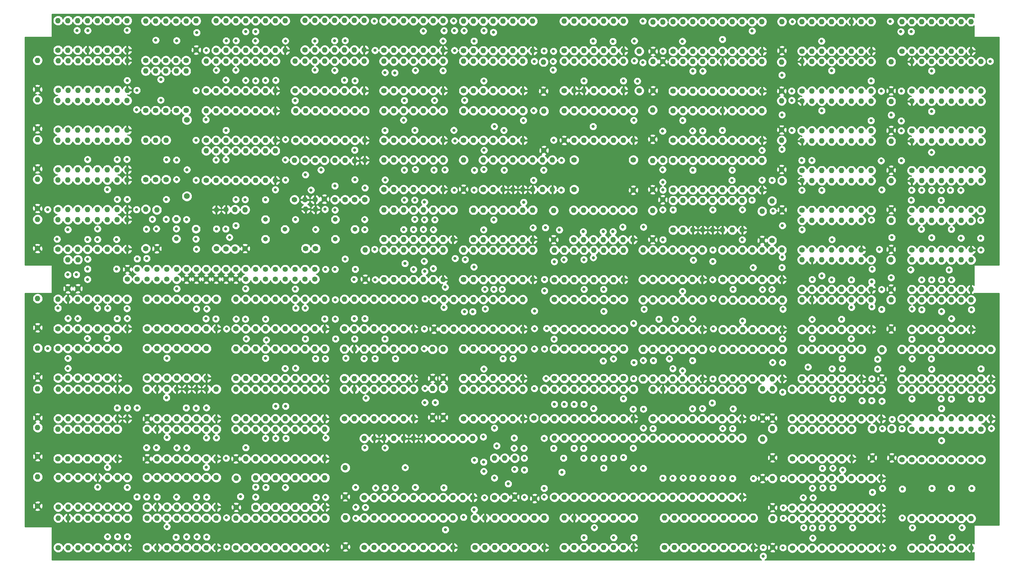
<source format=gbr>
%TF.GenerationSoftware,KiCad,Pcbnew,(5.1.12)-1*%
%TF.CreationDate,2023-01-17T10:30:04+01:00*%
%TF.ProjectId,Graphics,47726170-6869-4637-932e-6b696361645f,rev?*%
%TF.SameCoordinates,Original*%
%TF.FileFunction,Copper,L2,Inr*%
%TF.FilePolarity,Positive*%
%FSLAX46Y46*%
G04 Gerber Fmt 4.6, Leading zero omitted, Abs format (unit mm)*
G04 Created by KiCad (PCBNEW (5.1.12)-1) date 2023-01-17 10:30:04*
%MOMM*%
%LPD*%
G01*
G04 APERTURE LIST*
%TA.AperFunction,ComponentPad*%
%ADD10O,1.400000X1.400000*%
%TD*%
%TA.AperFunction,ComponentPad*%
%ADD11C,1.400000*%
%TD*%
%TA.AperFunction,ComponentPad*%
%ADD12C,1.500000*%
%TD*%
%TA.AperFunction,ComponentPad*%
%ADD13C,1.350000*%
%TD*%
%TA.AperFunction,ComponentPad*%
%ADD14O,1.200000X1.200000*%
%TD*%
%TA.AperFunction,ViaPad*%
%ADD15C,0.800000*%
%TD*%
%TA.AperFunction,Conductor*%
%ADD16C,0.250000*%
%TD*%
%TA.AperFunction,Conductor*%
%ADD17C,0.254000*%
%TD*%
%TA.AperFunction,Conductor*%
%ADD18C,0.100000*%
%TD*%
G04 APERTURE END LIST*
D10*
%TO.N,+5V*%
%TO.C,U17*%
X70880000Y-33280000D03*
%TO.N,GND*%
X88660000Y-40900000D03*
%TO.N,RAMOut0*%
X73420000Y-33280000D03*
%TO.N,RAMOut7*%
X86120000Y-40900000D03*
%TO.N,Net-(U17-Pad14)*%
X75960000Y-33280000D03*
%TO.N,RAMOut6*%
X83580000Y-40900000D03*
%TO.N,Net-(U14-Pad6)*%
X78500000Y-33280000D03*
%TO.N,RAMOut5*%
X81040000Y-40900000D03*
%TO.N,Net-(U17-Pad12)*%
X81040000Y-33280000D03*
%TO.N,RAMOut4*%
X78500000Y-40900000D03*
%TO.N,Sclk*%
X83580000Y-33280000D03*
%TO.N,RAMOut3*%
X75960000Y-40900000D03*
%TO.N,~ClkSel*%
X86120000Y-33280000D03*
%TO.N,RAMOut2*%
X73420000Y-40900000D03*
%TO.N,Net-(U17-Pad9)*%
X88660000Y-33280000D03*
D11*
%TO.N,RAMOut1*%
X70880000Y-40900000D03*
%TD*%
D10*
%TO.N,+5V*%
%TO.C,U8*%
X73420000Y-22880000D03*
%TO.N,GND*%
X91200000Y-30500000D03*
%TO.N,RAMOut0*%
X75960000Y-22880000D03*
%TO.N,RAMOut7*%
X88660000Y-30500000D03*
%TO.N,Net-(U8-Pad14)*%
X78500000Y-22880000D03*
%TO.N,RAMOut6*%
X86120000Y-30500000D03*
%TO.N,Net-(U14-Pad6)*%
X81040000Y-22880000D03*
%TO.N,RAMOut5*%
X83580000Y-30500000D03*
%TO.N,Net-(U43-Pad9)*%
X83580000Y-22880000D03*
%TO.N,RAMOut4*%
X81040000Y-30500000D03*
%TO.N,Sclk*%
X86120000Y-22880000D03*
%TO.N,RAMOut3*%
X78500000Y-30500000D03*
%TO.N,~ClkSel*%
X88660000Y-22880000D03*
%TO.N,RAMOut2*%
X75960000Y-30500000D03*
%TO.N,Net-(U8-Pad9)*%
X91200000Y-22880000D03*
D11*
%TO.N,RAMOut1*%
X73420000Y-30500000D03*
%TD*%
D10*
%TO.N,+5V*%
%TO.C,C3*%
X68300000Y-22900000D03*
D11*
%TO.N,GND*%
X68300000Y-30400000D03*
%TD*%
D10*
%TO.N,Net-(Q2-Pad1)*%
%TO.C,R1*%
X65700000Y-22940000D03*
D11*
%TO.N,Net-(R1-Pad1)*%
X65700000Y-33100000D03*
%TD*%
D10*
%TO.N,Net-(R2-Pad2)*%
%TO.C,R2*%
X63090000Y-33100000D03*
D11*
%TO.N,+5V*%
X63090000Y-22940000D03*
%TD*%
D10*
%TO.N,Net-(R4-Pad2)*%
%TO.C,R4*%
X57900000Y-22940000D03*
D11*
%TO.N,Net-(Q3-Pad1)*%
X57900000Y-33100000D03*
%TD*%
D10*
%TO.N,Net-(R3-Pad2)*%
%TO.C,R3*%
X60500000Y-22940000D03*
D11*
%TO.N,Net-(Q1-Pad1)*%
X60500000Y-33100000D03*
%TD*%
D10*
%TO.N,Net-(Q2-Pad1)*%
%TO.C,R5*%
X55300000Y-22940000D03*
D11*
%TO.N,Net-(R5-Pad1)*%
X55300000Y-33100000D03*
%TD*%
D10*
%TO.N,+5V*%
%TO.C,U9*%
X32750000Y-22820000D03*
%TO.N,GND*%
X50530000Y-30440000D03*
%TO.N,Pixel3*%
X35290000Y-22820000D03*
%TO.N,Pixel2*%
X47990000Y-30440000D03*
%TO.N,Net-(U8-Pad9)*%
X37830000Y-22820000D03*
%TO.N,Net-(U17-Pad9)*%
X45450000Y-30440000D03*
%TO.N,Net-(U16-Pad9)*%
X40370000Y-22820000D03*
%TO.N,Net-(U9-Pad5)*%
X42910000Y-30440000D03*
%TO.N,Pixel1*%
X42910000Y-22820000D03*
%TO.N,GND*%
X40370000Y-30440000D03*
%TO.N,Net-(U6-Pad8)*%
X45450000Y-22820000D03*
%TO.N,Net-(U25-Pad9)*%
X37830000Y-30440000D03*
%TO.N,~D3Blank*%
X47990000Y-22820000D03*
%TO.N,Pixel0*%
X35290000Y-30440000D03*
%TO.N,SRMclk*%
X50530000Y-22820000D03*
D11*
%TO.N,Net-(R2-Pad2)*%
X32750000Y-30440000D03*
%TD*%
D10*
%TO.N,+5V*%
%TO.C,U18*%
X32760000Y-33160000D03*
%TO.N,GND*%
X50540000Y-40780000D03*
%TO.N,Net-(U18-Pad15)*%
X35300000Y-33160000D03*
%TO.N,+5V*%
X48000000Y-40780000D03*
%TO.N,MonoDAC2*%
X37840000Y-33160000D03*
%TO.N,RedCLUT2*%
X45460000Y-40780000D03*
%TO.N,Net-(R4-Pad2)*%
X40380000Y-33160000D03*
%TO.N,GreenCLUT2*%
X42920000Y-40780000D03*
%TO.N,Net-(R1-Pad1)*%
X42920000Y-33160000D03*
%TO.N,BlueCLUT2*%
X40380000Y-40780000D03*
%TO.N,Net-(R3-Pad2)*%
X45460000Y-33160000D03*
%TO.N,MonoCLUT2*%
X37840000Y-40780000D03*
%TO.N,+5V*%
X48000000Y-33160000D03*
%TO.N,SRMclk*%
X35300000Y-40780000D03*
%TO.N,GND*%
X50540000Y-33160000D03*
D11*
%TO.N,~ClrDAC*%
X32760000Y-40780000D03*
%TD*%
D10*
%TO.N,Net-(Q1-Pad1)*%
%TO.C,R11*%
X55300000Y-35840000D03*
D11*
%TO.N,Net-(R11-Pad1)*%
X55300000Y-46000000D03*
%TD*%
D10*
%TO.N,Net-(Q3-Pad1)*%
%TO.C,R10*%
X57900000Y-35840000D03*
D11*
%TO.N,Net-(R10-Pad1)*%
X57900000Y-46000000D03*
%TD*%
D10*
%TO.N,Net-(Q1-Pad1)*%
%TO.C,R9*%
X60510000Y-35840000D03*
D11*
%TO.N,Net-(R9-Pad1)*%
X60510000Y-46000000D03*
%TD*%
D10*
%TO.N,Net-(Q2-Pad1)*%
%TO.C,R8*%
X63170000Y-35840000D03*
D11*
%TO.N,SyncOnGreen*%
X63170000Y-46000000D03*
%TD*%
D10*
%TO.N,Net-(Q2-Pad1)*%
%TO.C,R7*%
X65700000Y-35840000D03*
D11*
%TO.N,Net-(R7-Pad1)*%
X65700000Y-46000000D03*
%TD*%
D10*
%TO.N,+5V*%
%TO.C,C8*%
X27475000Y-33075000D03*
D11*
%TO.N,GND*%
X27475000Y-40575000D03*
%TD*%
D10*
%TO.N,+5V*%
%TO.C,U27*%
X32740000Y-43440000D03*
%TO.N,GND*%
X50520000Y-51060000D03*
%TO.N,CLUTAddr1*%
X35280000Y-43440000D03*
%TO.N,GreenCLUT1*%
X47980000Y-51060000D03*
%TO.N,CLUTAddr2*%
X37820000Y-43440000D03*
%TO.N,BuffData1*%
X45440000Y-51060000D03*
%TO.N,CLUTAddr3*%
X40360000Y-43440000D03*
%TO.N,GreenCLUT0*%
X42900000Y-51060000D03*
%TO.N,BuffData3*%
X42900000Y-43440000D03*
%TO.N,BuffData0*%
X40360000Y-51060000D03*
%TO.N,GreenCLUT3*%
X45440000Y-43440000D03*
%TO.N,~CLUTWr*%
X37820000Y-51060000D03*
%TO.N,BuffData2*%
X47980000Y-43440000D03*
%TO.N,~CLUTLCS*%
X35280000Y-51060000D03*
%TO.N,GreenCLUT2*%
X50520000Y-43440000D03*
D11*
%TO.N,CLUTAddr0*%
X32740000Y-51060000D03*
%TD*%
D10*
%TO.N,+5V*%
%TO.C,C12*%
X27450000Y-43225000D03*
D11*
%TO.N,GND*%
X27450000Y-50725000D03*
%TD*%
D10*
%TO.N,+5V*%
%TO.C,U26*%
X70880000Y-46080000D03*
%TO.N,GND*%
X88660000Y-53700000D03*
%TO.N,Net-(U26-Pad15)*%
X73420000Y-46080000D03*
%TO.N,+5V*%
X86120000Y-53700000D03*
%TO.N,MonoDAC3*%
X75960000Y-46080000D03*
%TO.N,RedCLUT3*%
X83580000Y-53700000D03*
%TO.N,Net-(R10-Pad1)*%
X78500000Y-46080000D03*
%TO.N,GreenCLUT3*%
X81040000Y-53700000D03*
%TO.N,Net-(R7-Pad1)*%
X81040000Y-46080000D03*
%TO.N,BlueCLUT3*%
X78500000Y-53700000D03*
%TO.N,Net-(R9-Pad1)*%
X83580000Y-46080000D03*
%TO.N,MonoCLUT3*%
X75960000Y-53700000D03*
%TO.N,+5V*%
X86120000Y-46080000D03*
%TO.N,SRMclk*%
X73420000Y-53700000D03*
%TO.N,GND*%
X88660000Y-46080000D03*
D11*
%TO.N,~ClrDAC*%
X70880000Y-53700000D03*
%TD*%
D10*
%TO.N,+5V*%
%TO.C,U34*%
X70870000Y-56400000D03*
%TO.N,GND*%
X88650000Y-64020000D03*
%TO.N,CLUTAddr1*%
X73410000Y-56400000D03*
%TO.N,RedCLUT1*%
X86110000Y-64020000D03*
%TO.N,CLUTAddr2*%
X75950000Y-56400000D03*
%TO.N,BuffData5*%
X83570000Y-64020000D03*
%TO.N,CLUTAddr3*%
X78490000Y-56400000D03*
%TO.N,RedCLUT0*%
X81030000Y-64020000D03*
%TO.N,BuffData7*%
X81030000Y-56400000D03*
%TO.N,BuffData4*%
X78490000Y-64020000D03*
%TO.N,RedCLUT3*%
X83570000Y-56400000D03*
%TO.N,~CLUTWr*%
X75950000Y-64020000D03*
%TO.N,BuffData6*%
X86110000Y-56400000D03*
%TO.N,~CLUTLCS*%
X73410000Y-64020000D03*
%TO.N,RedCLUT2*%
X88650000Y-56400000D03*
D11*
%TO.N,CLUTAddr0*%
X70870000Y-64020000D03*
%TD*%
D12*
%TO.N,Vref*%
%TO.C,R29*%
X65900000Y-48400000D03*
%TO.N,+12V*%
X65900000Y-68100000D03*
%TD*%
D10*
%TO.N,+12V*%
%TO.C,R16*%
X60560000Y-53640000D03*
D11*
%TO.N,Vbias*%
X60560000Y-63800000D03*
%TD*%
D10*
%TO.N,Net-(Q3-Pad1)*%
%TO.C,R17*%
X57900000Y-53640000D03*
D11*
%TO.N,Net-(R17-Pad1)*%
X57900000Y-63800000D03*
%TD*%
D10*
%TO.N,Net-(Q3-Pad1)*%
%TO.C,R18*%
X55300000Y-53640000D03*
D11*
%TO.N,Net-(R18-Pad1)*%
X55300000Y-63800000D03*
%TD*%
D10*
%TO.N,+5V*%
%TO.C,U35*%
X32730000Y-53650000D03*
%TO.N,GND*%
X50510000Y-61270000D03*
%TO.N,CLUTAddr1*%
X35270000Y-53650000D03*
%TO.N,BlueCLUT1*%
X47970000Y-61270000D03*
%TO.N,CLUTAddr2*%
X37810000Y-53650000D03*
%TO.N,BuffData1*%
X45430000Y-61270000D03*
%TO.N,CLUTAddr3*%
X40350000Y-53650000D03*
%TO.N,BlueCLUT0*%
X42890000Y-61270000D03*
%TO.N,BuffData3*%
X42890000Y-53650000D03*
%TO.N,BuffData0*%
X40350000Y-61270000D03*
%TO.N,BlueCLUT3*%
X45430000Y-53650000D03*
%TO.N,~CLUTWr*%
X37810000Y-61270000D03*
%TO.N,BuffData2*%
X47970000Y-53650000D03*
%TO.N,~CLUTHCS*%
X35270000Y-61270000D03*
%TO.N,BlueCLUT2*%
X50510000Y-53650000D03*
D11*
%TO.N,CLUTAddr0*%
X32730000Y-61270000D03*
%TD*%
D10*
%TO.N,+5V*%
%TO.C,C19*%
X27475000Y-53550000D03*
D11*
%TO.N,GND*%
X27475000Y-61050000D03*
%TD*%
D10*
%TO.N,+5V*%
%TO.C,C20*%
X27475000Y-63750000D03*
D11*
%TO.N,GND*%
X27475000Y-71250000D03*
%TD*%
D10*
%TO.N,+5V*%
%TO.C,U44*%
X32750000Y-63920000D03*
%TO.N,GND*%
X50530000Y-71540000D03*
%TO.N,Net-(U44-Pad15)*%
X35290000Y-63920000D03*
%TO.N,+5V*%
X47990000Y-71540000D03*
%TO.N,MonoDAC1*%
X37830000Y-63920000D03*
%TO.N,RedCLUT1*%
X45450000Y-71540000D03*
%TO.N,Net-(R17-Pad1)*%
X40370000Y-63920000D03*
%TO.N,GreenCLUT1*%
X42910000Y-71540000D03*
%TO.N,Net-(R15-Pad2)*%
X42910000Y-63920000D03*
%TO.N,BlueCLUT1*%
X40370000Y-71540000D03*
%TO.N,Net-(R13-Pad2)*%
X45450000Y-63920000D03*
%TO.N,MonoCLUT1*%
X37830000Y-71540000D03*
%TO.N,+5V*%
X47990000Y-63920000D03*
%TO.N,SRMclk*%
X35290000Y-71540000D03*
%TO.N,GND*%
X50530000Y-63920000D03*
D11*
%TO.N,~ClrDAC*%
X32750000Y-71540000D03*
%TD*%
D10*
%TO.N,+5V*%
%TO.C,C30*%
X27475000Y-74075000D03*
D11*
%TO.N,GND*%
X27475000Y-81575000D03*
%TD*%
D10*
%TO.N,+5V*%
%TO.C,U52*%
X32750000Y-74160000D03*
%TO.N,GND*%
X50530000Y-81780000D03*
%TO.N,Net-(U52-Pad15)*%
X35290000Y-74160000D03*
%TO.N,+5V*%
X47990000Y-81780000D03*
%TO.N,MonoDAC0*%
X37830000Y-74160000D03*
%TO.N,RedCLUT0*%
X45450000Y-81780000D03*
%TO.N,Net-(R18-Pad1)*%
X40370000Y-74160000D03*
%TO.N,GreenCLUT0*%
X42910000Y-81780000D03*
%TO.N,Net-(R5-Pad1)*%
X42910000Y-74160000D03*
%TO.N,BlueCLUT0*%
X40370000Y-81780000D03*
%TO.N,Net-(R11-Pad1)*%
X45450000Y-74160000D03*
%TO.N,MonoCLUT0*%
X37830000Y-81780000D03*
%TO.N,+5V*%
X47990000Y-74160000D03*
%TO.N,SRMclk*%
X35290000Y-81780000D03*
%TO.N,GND*%
X50530000Y-74160000D03*
D11*
%TO.N,~ClrDAC*%
X32750000Y-81780000D03*
%TD*%
D10*
%TO.N,Vref*%
%TO.C,C27*%
X80910000Y-71590000D03*
D11*
%TO.N,GND*%
X80910000Y-81590000D03*
%TD*%
D10*
%TO.N,Vref*%
%TO.C,R23*%
X78300000Y-71540000D03*
D11*
%TO.N,Net-(Q2-Pad1)*%
X78300000Y-81700000D03*
%TD*%
D10*
%TO.N,GND*%
%TO.C,R24*%
X76020000Y-71550000D03*
D11*
%TO.N,BVid*%
X76020000Y-81710000D03*
%TD*%
D10*
%TO.N,GND*%
%TO.C,C28*%
X73510000Y-71610000D03*
D11*
%TO.N,Vbias*%
X73510000Y-81610000D03*
%TD*%
D10*
%TO.N,Vref*%
%TO.C,C29*%
X58170000Y-71610000D03*
D11*
%TO.N,GND*%
X58170000Y-81610000D03*
%TD*%
D10*
%TO.N,Vref*%
%TO.C,R20*%
X55320000Y-71450000D03*
D11*
%TO.N,Net-(Q3-Pad1)*%
X55320000Y-81610000D03*
%TD*%
D10*
%TO.N,+5V*%
%TO.C,C35*%
X35290000Y-84470000D03*
D11*
%TO.N,GND*%
X35290000Y-91970000D03*
%TD*%
D10*
%TO.N,+5V*%
%TO.C,C34*%
X37840000Y-84460000D03*
D11*
%TO.N,GND*%
X37840000Y-91960000D03*
%TD*%
D10*
%TO.N,+5V*%
%TO.C,U100*%
X78550000Y-151100000D03*
%TO.N,GND*%
X101410000Y-158720000D03*
%TO.N,RAMWr0*%
X81090000Y-151100000D03*
%TO.N,RAMWr4*%
X98870000Y-158720000D03*
%TO.N,BuffData0*%
X83630000Y-151100000D03*
%TO.N,BuffData4*%
X96330000Y-158720000D03*
%TO.N,BuffData1*%
X86170000Y-151100000D03*
%TO.N,BuffData5*%
X93790000Y-158720000D03*
%TO.N,RAMWr1*%
X88710000Y-151100000D03*
%TO.N,RAMWr5*%
X91250000Y-158720000D03*
%TO.N,RAMWr2*%
X91250000Y-151100000D03*
%TO.N,RAMWr6*%
X88710000Y-158720000D03*
%TO.N,BuffData2*%
X93790000Y-151100000D03*
%TO.N,BuffData6*%
X86170000Y-158720000D03*
%TO.N,BuffData3*%
X96330000Y-151100000D03*
%TO.N,BuffData7*%
X83630000Y-158720000D03*
%TO.N,RAMWr3*%
X98870000Y-151100000D03*
%TO.N,RAMWr7*%
X81090000Y-158720000D03*
%TO.N,Net-(U100-Pad11)*%
X101410000Y-151100000D03*
D11*
%TO.N,Net-(U100-Pad1)*%
X78550000Y-158720000D03*
%TD*%
D10*
%TO.N,+5V*%
%TO.C,U91*%
X83630000Y-140680000D03*
%TO.N,GND*%
X101410000Y-148300000D03*
%TO.N,Net-(U80-Pad4)*%
X86170000Y-140680000D03*
%TO.N,OrTerm*%
X98870000Y-148300000D03*
%TO.N,BuffData2*%
X88710000Y-140680000D03*
%TO.N,BuffData5*%
X96330000Y-148300000D03*
%TO.N,BuffData1*%
X91250000Y-140680000D03*
%TO.N,XORTerm*%
X93790000Y-148300000D03*
%TO.N,Net-(U80-Pad5)*%
X93790000Y-140680000D03*
%TO.N,BuffData4*%
X91250000Y-148300000D03*
%TO.N,BuffData3*%
X96330000Y-140680000D03*
%TO.N,BuffData0*%
X88710000Y-148300000D03*
%TO.N,Net-(U80-Pad3)*%
X98870000Y-140680000D03*
%TO.N,Net-(U80-Pad6)*%
X86170000Y-148300000D03*
%TO.N,Net-(U53-Pad6)*%
X101410000Y-140680000D03*
D11*
%TO.N,+5V*%
X83630000Y-148300000D03*
%TD*%
D10*
%TO.N,+5V*%
%TO.C,C53*%
X78600000Y-140810000D03*
D11*
%TO.N,GND*%
X78600000Y-148310000D03*
%TD*%
D10*
%TO.N,+5V*%
%TO.C,U101*%
X55690000Y-151090000D03*
%TO.N,GND*%
X73470000Y-158710000D03*
%TO.N,UpdateAddr1*%
X58230000Y-151090000D03*
%TO.N,UpD1*%
X70930000Y-158710000D03*
%TO.N,UpdateAddr2*%
X60770000Y-151090000D03*
%TO.N,BuffData1*%
X68390000Y-158710000D03*
%TO.N,UpdateAddr3*%
X63310000Y-151090000D03*
%TO.N,UpD0*%
X65850000Y-158710000D03*
%TO.N,BuffData3*%
X65850000Y-151090000D03*
%TO.N,BuffData0*%
X63310000Y-158710000D03*
%TO.N,UpD3*%
X68390000Y-151090000D03*
%TO.N,Net-(U101-Pad3)*%
X60770000Y-158710000D03*
%TO.N,BuffData2*%
X70930000Y-151090000D03*
%TO.N,GND*%
X58230000Y-158710000D03*
%TO.N,UpD2*%
X73470000Y-151090000D03*
D11*
%TO.N,UpdateAddr0*%
X55690000Y-158710000D03*
%TD*%
D10*
%TO.N,+5V*%
%TO.C,U92*%
X55700000Y-140630000D03*
%TO.N,GND*%
X73480000Y-148250000D03*
%TO.N,UpdateAddr1*%
X58240000Y-140630000D03*
%TO.N,UpD5*%
X70940000Y-148250000D03*
%TO.N,UpdateAddr2*%
X60780000Y-140630000D03*
%TO.N,BuffData5*%
X68400000Y-148250000D03*
%TO.N,UpdateAddr3*%
X63320000Y-140630000D03*
%TO.N,UpD4*%
X65860000Y-148250000D03*
%TO.N,BuffData7*%
X65860000Y-140630000D03*
%TO.N,BuffData4*%
X63320000Y-148250000D03*
%TO.N,UpD7*%
X68400000Y-140630000D03*
%TO.N,Net-(U101-Pad3)*%
X60780000Y-148250000D03*
%TO.N,BuffData6*%
X70940000Y-140630000D03*
%TO.N,GND*%
X58240000Y-148250000D03*
%TO.N,UpD6*%
X73480000Y-140630000D03*
D11*
%TO.N,UpdateAddr0*%
X55700000Y-148250000D03*
%TD*%
D10*
%TO.N,Net-(U81-Pad3)*%
%TO.C,U93*%
X32780000Y-140620000D03*
%TO.N,Net-(U93-Pad8)*%
X50560000Y-148240000D03*
%TO.N,Net-(U81-Pad4)*%
X35320000Y-140620000D03*
%TO.N,BuffData3*%
X48020000Y-148240000D03*
%TO.N,Net-(U93-Pad14)*%
X37860000Y-140620000D03*
%TO.N,BuffData2*%
X45480000Y-148240000D03*
%TO.N,Net-(U41-Pad1)*%
X40400000Y-140620000D03*
%TO.N,+5V*%
X42940000Y-148240000D03*
%TO.N,GND*%
X42940000Y-140620000D03*
%TO.N,Net-(U41-Pad1)*%
X40400000Y-148240000D03*
%TO.N,Net-(U93-Pad11)*%
X45480000Y-140620000D03*
%TO.N,BuffData1*%
X37860000Y-148240000D03*
%TO.N,Net-(U81-Pad5)*%
X48020000Y-140620000D03*
%TO.N,BuffData0*%
X35320000Y-148240000D03*
%TO.N,Net-(U81-Pad6)*%
X50560000Y-140620000D03*
D11*
%TO.N,Net-(U93-Pad1)*%
X32780000Y-148240000D03*
%TD*%
D10*
%TO.N,+5V*%
%TO.C,U102*%
X32780000Y-151090000D03*
%TO.N,GND*%
X50560000Y-158710000D03*
X35320000Y-151090000D03*
%TO.N,Net-(U102-Pad7)*%
X48020000Y-158710000D03*
%TO.N,BuffData4*%
X37860000Y-151090000D03*
%TO.N,BuffData0*%
X45480000Y-158710000D03*
%TO.N,BuffData5*%
X40400000Y-151090000D03*
%TO.N,BuffData1*%
X42940000Y-158710000D03*
%TO.N,BuffData6*%
X42940000Y-151090000D03*
%TO.N,BuffData2*%
X40400000Y-158710000D03*
%TO.N,BuffData7*%
X45480000Y-151090000D03*
%TO.N,BuffData3*%
X37860000Y-158710000D03*
%TO.N,UpDConst*%
X48020000Y-151090000D03*
%TO.N,Net-(U102-Pad2)*%
X35320000Y-158710000D03*
%TO.N,UpDConst*%
X50560000Y-151090000D03*
D11*
%TO.N,Net-(U102-Pad1)*%
X32780000Y-158710000D03*
%TD*%
D10*
%TO.N,+5V*%
%TO.C,C54*%
X27500000Y-140500000D03*
D11*
%TO.N,GND*%
X27500000Y-148000000D03*
%TD*%
D10*
%TO.N,+5V*%
%TO.C,U81*%
X32780000Y-117840000D03*
%TO.N,GND*%
X50560000Y-125460000D03*
%TO.N,Net-(U15-Pad2)*%
X35320000Y-117840000D03*
%TO.N,GND*%
X48020000Y-125460000D03*
%TO.N,Net-(U81-Pad14)*%
X37860000Y-117840000D03*
%TO.N,Net-(U81-Pad6)*%
X45480000Y-125460000D03*
%TO.N,Net-(U81-Pad13)*%
X40400000Y-117840000D03*
%TO.N,Net-(U81-Pad5)*%
X42940000Y-125460000D03*
%TO.N,Net-(U81-Pad12)*%
X42940000Y-117840000D03*
%TO.N,Net-(U81-Pad4)*%
X40400000Y-125460000D03*
%TO.N,Net-(U81-Pad11)*%
X45480000Y-117840000D03*
%TO.N,Net-(U81-Pad3)*%
X37860000Y-125460000D03*
%TO.N,GND*%
X48020000Y-117840000D03*
%TO.N,Net-(U51-Pad11)*%
X35320000Y-125460000D03*
%TO.N,Net-(U15-Pad3)*%
X50560000Y-117840000D03*
D11*
%TO.N,+5V*%
X32780000Y-125460000D03*
%TD*%
D10*
%TO.N,+5V*%
%TO.C,C46*%
X27500000Y-117750000D03*
D11*
%TO.N,GND*%
X27500000Y-125250000D03*
%TD*%
D10*
%TO.N,+5V*%
%TO.C,C58*%
X27500000Y-127750000D03*
D11*
%TO.N,GND*%
X27500000Y-135250000D03*
%TD*%
D10*
%TO.N,+5V*%
%TO.C,U88*%
X32750000Y-128150000D03*
%TO.N,GND*%
X47990000Y-135770000D03*
%TO.N,Net-(U15-Pad2)*%
X35290000Y-128150000D03*
%TO.N,N/C*%
X45450000Y-135770000D03*
%TO.N,~LDBin*%
X37830000Y-128150000D03*
%TO.N,N/C*%
X42910000Y-135770000D03*
%TO.N,Net-(U102-Pad2)*%
X40370000Y-128150000D03*
%TO.N,N/C*%
X40370000Y-135770000D03*
X42910000Y-128150000D03*
X37830000Y-135770000D03*
X45450000Y-128150000D03*
X35290000Y-135770000D03*
X47990000Y-128150000D03*
D11*
X32750000Y-135770000D03*
%TD*%
D10*
%TO.N,+5V*%
%TO.C,U87*%
X55690000Y-128170000D03*
%TO.N,GND*%
X73470000Y-135790000D03*
X58230000Y-128170000D03*
%TO.N,~Norm*%
X70930000Y-135790000D03*
%TO.N,UpDateA*%
X60770000Y-128170000D03*
%TO.N,Net-(U86-Pad19)*%
X68390000Y-135790000D03*
%TO.N,Net-(U86-Pad2)*%
X63310000Y-128170000D03*
%TO.N,Net-(U86-Pad16)*%
X65850000Y-135790000D03*
%TO.N,Net-(U86-Pad5)*%
X65850000Y-128170000D03*
%TO.N,Net-(U86-Pad15)*%
X63310000Y-135790000D03*
%TO.N,Net-(U86-Pad6)*%
X68390000Y-128170000D03*
%TO.N,Net-(U86-Pad12)*%
X60770000Y-135790000D03*
%TO.N,Net-(U86-Pad9)*%
X70930000Y-128170000D03*
%TO.N,UpDateB*%
X58230000Y-135790000D03*
%TO.N,~Inv*%
X73470000Y-128170000D03*
D11*
%TO.N,GND*%
X55690000Y-135790000D03*
%TD*%
D10*
%TO.N,+5V*%
%TO.C,U86*%
X78520000Y-128180000D03*
%TO.N,GND*%
X101380000Y-135800000D03*
%TO.N,Net-(U86-Pad19)*%
X81060000Y-128180000D03*
%TO.N,Net-(U86-Pad9)*%
X98840000Y-135800000D03*
%TO.N,BuffData0*%
X83600000Y-128180000D03*
%TO.N,BuffData4*%
X96300000Y-135800000D03*
%TO.N,BuffData1*%
X86140000Y-128180000D03*
%TO.N,BuffData5*%
X93760000Y-135800000D03*
%TO.N,Net-(U86-Pad16)*%
X88680000Y-128180000D03*
%TO.N,Net-(U86-Pad6)*%
X91220000Y-135800000D03*
%TO.N,Net-(U86-Pad15)*%
X91220000Y-128180000D03*
%TO.N,Net-(U86-Pad5)*%
X88680000Y-135800000D03*
%TO.N,BuffData2*%
X93760000Y-128180000D03*
%TO.N,BuffData6*%
X86140000Y-135800000D03*
%TO.N,BuffData3*%
X96300000Y-128180000D03*
%TO.N,BuffData7*%
X83600000Y-135800000D03*
%TO.N,Net-(U86-Pad12)*%
X98840000Y-128180000D03*
%TO.N,Net-(U86-Pad2)*%
X81060000Y-135800000D03*
%TO.N,U2201a*%
X101380000Y-128180000D03*
D11*
%TO.N,GND*%
X78520000Y-135800000D03*
%TD*%
D10*
%TO.N,+5V*%
%TO.C,U80*%
X55700000Y-117850000D03*
%TO.N,GND*%
X73480000Y-125470000D03*
X58240000Y-117850000D03*
%TO.N,~UpDateEn*%
X70940000Y-125470000D03*
%TO.N,UpDateA*%
X60780000Y-117850000D03*
%TO.N,Net-(U80-Pad6)*%
X68400000Y-125470000D03*
%TO.N,GND*%
X63320000Y-117850000D03*
%TO.N,Net-(U80-Pad5)*%
X65860000Y-125470000D03*
%TO.N,GND*%
X65860000Y-117850000D03*
%TO.N,Net-(U80-Pad4)*%
X63320000Y-125470000D03*
%TO.N,GND*%
X68400000Y-117850000D03*
%TO.N,Net-(U80-Pad3)*%
X60780000Y-125470000D03*
%TO.N,GND*%
X70940000Y-117850000D03*
%TO.N,UpDateB*%
X58240000Y-125470000D03*
%TO.N,Net-(U80-Pad9)*%
X73480000Y-117850000D03*
D11*
%TO.N,GND*%
X55700000Y-125470000D03*
%TD*%
D10*
%TO.N,+5V*%
%TO.C,U79*%
X78520000Y-117860000D03*
%TO.N,GND*%
X101380000Y-125480000D03*
%TO.N,RAMWr0*%
X81060000Y-117860000D03*
%TO.N,RAMWr4*%
X98840000Y-125480000D03*
%TO.N,BuffData0*%
X83600000Y-117860000D03*
%TO.N,BuffData4*%
X96300000Y-125480000D03*
%TO.N,BuffData1*%
X86140000Y-117860000D03*
%TO.N,BuffData5*%
X93760000Y-125480000D03*
%TO.N,RAMWr1*%
X88680000Y-117860000D03*
%TO.N,RAMWr5*%
X91220000Y-125480000D03*
%TO.N,RAMWr2*%
X91220000Y-117860000D03*
%TO.N,RAMWr6*%
X88680000Y-125480000D03*
%TO.N,BuffData2*%
X93760000Y-117860000D03*
%TO.N,BuffData6*%
X86140000Y-125480000D03*
%TO.N,BuffData3*%
X96300000Y-117860000D03*
%TO.N,BuffData7*%
X83600000Y-125480000D03*
%TO.N,RAMWr3*%
X98840000Y-117860000D03*
%TO.N,RAMWr7*%
X81060000Y-125480000D03*
%TO.N,Net-(U66-Pad1)*%
X101380000Y-117860000D03*
D11*
%TO.N,Net-(U43-Pad5)*%
X78520000Y-125480000D03*
%TD*%
D10*
%TO.N,+5V*%
%TO.C,U70*%
X78520000Y-107480000D03*
%TO.N,GND*%
X101380000Y-115100000D03*
%TO.N,~RstUpD*%
X81060000Y-107480000D03*
%TO.N,~LdCombMode*%
X98840000Y-115100000D03*
%TO.N,BuffData0*%
X83600000Y-107480000D03*
%TO.N,BuffData4*%
X96300000Y-115100000D03*
%TO.N,BuffData1*%
X86140000Y-107480000D03*
%TO.N,BuffData5*%
X93760000Y-115100000D03*
%TO.N,~LdCnt*%
X88680000Y-107480000D03*
%TO.N,~LdCLUT*%
X91220000Y-115100000D03*
%TO.N,~UpDSerSel*%
X91220000Y-107480000D03*
%TO.N,~ModePort*%
X88680000Y-115100000D03*
%TO.N,BuffData2*%
X93760000Y-107480000D03*
%TO.N,BuffData6*%
X86140000Y-115100000D03*
%TO.N,BuffData3*%
X96300000Y-107480000D03*
%TO.N,BuffData7*%
X83600000Y-115100000D03*
%TO.N,~LdCombTerm*%
X98840000Y-107480000D03*
%TO.N,~MMULd*%
X81060000Y-115100000D03*
%TO.N,Net-(U66-Pad10)*%
X101380000Y-107480000D03*
D11*
%TO.N,~DPort*%
X78520000Y-115100000D03*
%TD*%
D10*
%TO.N,+5V*%
%TO.C,U71*%
X55700000Y-107380000D03*
%TO.N,GND*%
X70940000Y-115000000D03*
%TO.N,~Wr*%
X58240000Y-107380000D03*
%TO.N,~ModeWr*%
X68400000Y-115000000D03*
%TO.N,~UpDSerSel*%
X60780000Y-107380000D03*
%TO.N,~ModePort*%
X65860000Y-115000000D03*
%TO.N,Net-(U102-Pad1)*%
X63320000Y-107380000D03*
%TO.N,~Wr*%
X63320000Y-115000000D03*
X65860000Y-107380000D03*
%TO.N,~CLUTWr*%
X60780000Y-115000000D03*
%TO.N,~UpDatePort*%
X68400000Y-107380000D03*
%TO.N,~Wr*%
X58240000Y-115000000D03*
%TO.N,Net-(U101-Pad3)*%
X70940000Y-107380000D03*
D11*
%TO.N,~LdCLUT*%
X55700000Y-115000000D03*
%TD*%
D10*
%TO.N,+5V*%
%TO.C,U72*%
X32750000Y-107380000D03*
%TO.N,GND*%
X47990000Y-115000000D03*
%TO.N,Net-(U62-Pad13)*%
X35290000Y-107380000D03*
X45450000Y-115000000D03*
%TO.N,Net-(U56-Pad1)*%
X37830000Y-107380000D03*
%TO.N,Net-(U62-Pad10)*%
X42910000Y-115000000D03*
%TO.N,Net-(U51-Pad4)*%
X40370000Y-107380000D03*
%TO.N,Net-(U62-Pad6)*%
X40370000Y-115000000D03*
%TO.N,Net-(U72-Pad10)*%
X42910000Y-107380000D03*
%TO.N,Net-(U62-Pad3)*%
X37830000Y-115000000D03*
%TO.N,Net-(U72-Pad9)*%
X45450000Y-107380000D03*
%TO.N,Net-(U56-Pad1)*%
X35290000Y-115000000D03*
%TO.N,Net-(U72-Pad8)*%
X47990000Y-107380000D03*
D11*
%TO.N,Net-(U66-Pad4)*%
X32750000Y-115000000D03*
%TD*%
D10*
%TO.N,+5V*%
%TO.C,C41*%
X27500000Y-107250000D03*
D11*
%TO.N,GND*%
X27500000Y-114750000D03*
%TD*%
D10*
%TO.N,+5V*%
%TO.C,C37*%
X27500000Y-94500000D03*
D11*
%TO.N,GND*%
X27500000Y-102000000D03*
%TD*%
D10*
%TO.N,+5V*%
%TO.C,U62*%
X32750000Y-94650000D03*
%TO.N,GND*%
X50530000Y-102270000D03*
X35290000Y-94650000D03*
%TO.N,CLUTAddr1*%
X47990000Y-102270000D03*
%TO.N,Pixel3*%
X37830000Y-94650000D03*
%TO.N,Net-(U62-Pad6)*%
X45450000Y-102270000D03*
%TO.N,Net-(U62-Pad13)*%
X40370000Y-94650000D03*
%TO.N,Pixel1*%
X42910000Y-102270000D03*
%TO.N,CLUTAddr3*%
X42910000Y-94650000D03*
%TO.N,CLUTAddr0*%
X40370000Y-102270000D03*
%TO.N,Pixel2*%
X45450000Y-94650000D03*
%TO.N,Net-(U62-Pad3)*%
X37830000Y-102270000D03*
%TO.N,Net-(U62-Pad10)*%
X47990000Y-94650000D03*
%TO.N,Pixel0*%
X35290000Y-102270000D03*
%TO.N,CLUTAddr2*%
X50530000Y-94650000D03*
D11*
%TO.N,Net-(U24-Pad6)*%
X32750000Y-102270000D03*
%TD*%
D10*
%TO.N,+5V*%
%TO.C,U61*%
X55700000Y-94650000D03*
%TO.N,GND*%
X73480000Y-102270000D03*
%TO.N,CLUTAddr1*%
X58240000Y-94650000D03*
%TO.N,MonoCLUT1*%
X70940000Y-102270000D03*
%TO.N,CLUTAddr2*%
X60780000Y-94650000D03*
%TO.N,BuffData5*%
X68400000Y-102270000D03*
%TO.N,CLUTAddr3*%
X63320000Y-94650000D03*
%TO.N,MonoCLUT0*%
X65860000Y-102270000D03*
%TO.N,BuffData7*%
X65860000Y-94650000D03*
%TO.N,BuffData4*%
X63320000Y-102270000D03*
%TO.N,MonoCLUT3*%
X68400000Y-94650000D03*
%TO.N,~CLUTWr*%
X60780000Y-102270000D03*
%TO.N,BuffData6*%
X70940000Y-94650000D03*
%TO.N,~CLUTHCS*%
X58240000Y-102270000D03*
%TO.N,MonoCLUT2*%
X73480000Y-94650000D03*
D11*
%TO.N,CLUTAddr0*%
X55700000Y-102270000D03*
%TD*%
D10*
%TO.N,+5V*%
%TO.C,U60*%
X78520000Y-94680000D03*
%TO.N,GND*%
X101380000Y-102300000D03*
%TO.N,~DatEn*%
X81060000Y-94680000D03*
%TO.N,SysData0*%
X98840000Y-102300000D03*
%TO.N,BuffData7*%
X83600000Y-94680000D03*
%TO.N,SysData1*%
X96300000Y-102300000D03*
%TO.N,BuffData6*%
X86140000Y-94680000D03*
%TO.N,SysData2*%
X93760000Y-102300000D03*
%TO.N,BuffData5*%
X88680000Y-94680000D03*
%TO.N,SysData3*%
X91220000Y-102300000D03*
%TO.N,BuffData4*%
X91220000Y-94680000D03*
%TO.N,SysData4*%
X88680000Y-102300000D03*
%TO.N,BuffData3*%
X93760000Y-94680000D03*
%TO.N,SysData5*%
X86140000Y-102300000D03*
%TO.N,BuffData2*%
X96300000Y-94680000D03*
%TO.N,SysData6*%
X83600000Y-102300000D03*
%TO.N,BuffData1*%
X98840000Y-94680000D03*
%TO.N,SysData7*%
X81060000Y-102300000D03*
%TO.N,BuffData0*%
X101380000Y-94680000D03*
D11*
%TO.N,BuffDir*%
X78520000Y-102300000D03*
%TD*%
D10*
%TO.N,+5V*%
%TO.C,U59*%
X106450000Y-94680000D03*
%TO.N,GND*%
X124230000Y-102300000D03*
%TO.N,ClkSel*%
X108990000Y-94680000D03*
%TO.N,MMUAddrSel*%
X121690000Y-102300000D03*
%TO.N,BuffData0*%
X111530000Y-94680000D03*
%TO.N,BuffData5*%
X119150000Y-102300000D03*
%TO.N,BuffData3*%
X114070000Y-94680000D03*
%TO.N,~RAMRdEn*%
X116610000Y-102300000D03*
%TO.N,SMCtrl3*%
X116610000Y-94680000D03*
%TO.N,BuffData4*%
X114070000Y-102300000D03*
%TO.N,BuffData2*%
X119150000Y-94680000D03*
%TO.N,BuffData1*%
X111530000Y-102300000D03*
%TO.N,SMCtrl2*%
X121690000Y-94680000D03*
%TO.N,SMCtrl1*%
X108990000Y-102300000D03*
%TO.N,ModeOut*%
X124230000Y-94680000D03*
D11*
%TO.N,~SysRst*%
X106450000Y-102300000D03*
%TD*%
D10*
%TO.N,+5V*%
%TO.C,U58*%
X129500000Y-94760000D03*
%TO.N,GND*%
X152360000Y-102380000D03*
%TO.N,MMUOut0*%
X132040000Y-94760000D03*
%TO.N,MMUOut6*%
X149820000Y-102380000D03*
%TO.N,MMUData0*%
X134580000Y-94760000D03*
%TO.N,MMUData6*%
X147280000Y-102380000D03*
%TO.N,MMUData1*%
X137120000Y-94760000D03*
%TO.N,MMUData3*%
X144740000Y-102380000D03*
%TO.N,MMUOut1*%
X139660000Y-94760000D03*
%TO.N,MMUOut3*%
X142200000Y-102380000D03*
%TO.N,MMUOut5*%
X142200000Y-94760000D03*
%TO.N,MMUOut7*%
X139660000Y-102380000D03*
%TO.N,MMUData5*%
X144740000Y-94760000D03*
%TO.N,MMUData7*%
X137120000Y-102380000D03*
%TO.N,MMUData4*%
X147280000Y-94760000D03*
%TO.N,MMUData2*%
X134580000Y-102380000D03*
%TO.N,MMUOut4*%
X149820000Y-94760000D03*
%TO.N,MMUOut2*%
X132040000Y-102380000D03*
%TO.N,AddrLatch*%
X152360000Y-94760000D03*
D11*
%TO.N,GND*%
X129500000Y-102380000D03*
%TD*%
D10*
%TO.N,+5V*%
%TO.C,U68*%
X137120000Y-107480000D03*
%TO.N,GND*%
X152360000Y-115100000D03*
%TO.N,MMULdAddr3*%
X139660000Y-107480000D03*
X149820000Y-115100000D03*
%TO.N,Net-(U56-Pad10)*%
X142200000Y-107480000D03*
%TO.N,MMULdAddr2*%
X147280000Y-115100000D03*
%TO.N,MMULdAddr4*%
X144740000Y-107480000D03*
%TO.N,MMULdAddr1*%
X144740000Y-115100000D03*
%TO.N,MMULdAddr5*%
X147280000Y-107480000D03*
%TO.N,MMULdAddr0*%
X142200000Y-115100000D03*
%TO.N,MMULdAddr6*%
X149820000Y-107480000D03*
%TO.N,Net-(U56-Pad10)*%
X139660000Y-115100000D03*
%TO.N,MMULdAddr7*%
X152360000Y-107480000D03*
D11*
%TO.N,Net-(U56-Pad4)*%
X137120000Y-115100000D03*
%TD*%
D10*
%TO.N,+5V*%
%TO.C,C39*%
X131860000Y-107570000D03*
D11*
%TO.N,GND*%
X131860000Y-115070000D03*
%TD*%
D10*
%TO.N,+5V*%
%TO.C,C40*%
X129130000Y-107570000D03*
D11*
%TO.N,GND*%
X129130000Y-115070000D03*
%TD*%
D10*
%TO.N,+5V*%
%TO.C,U69*%
X106450000Y-107490000D03*
%TO.N,GND*%
X124230000Y-115110000D03*
X108990000Y-107490000D03*
%TO.N,Net-(U69-Pad7)*%
X121690000Y-115110000D03*
%TO.N,MMULdAddr3*%
X111530000Y-107490000D03*
%TO.N,BuffAD7*%
X119150000Y-115110000D03*
%TO.N,AD9*%
X114070000Y-107490000D03*
%TO.N,MMULdAddr1*%
X116610000Y-115110000D03*
%TO.N,Net-(U69-Pad12)*%
X116610000Y-107490000D03*
%TO.N,Net-(U69-Pad4)*%
X114070000Y-115110000D03*
%TO.N,MMULdAddr2*%
X119150000Y-107490000D03*
%TO.N,BuffAD6*%
X111530000Y-115110000D03*
%TO.N,AD8*%
X121690000Y-107490000D03*
%TO.N,MMULdAddr0*%
X108990000Y-115110000D03*
%TO.N,Net-(U69-Pad9)*%
X124230000Y-107490000D03*
D11*
%TO.N,MMUAddrSel*%
X106450000Y-115110000D03*
%TD*%
D10*
%TO.N,+5V*%
%TO.C,U78*%
X106460000Y-117860000D03*
%TO.N,GND*%
X124240000Y-125480000D03*
X109000000Y-117860000D03*
%TO.N,Net-(U78-Pad7)*%
X121700000Y-125480000D03*
%TO.N,MMULdAddr7*%
X111540000Y-117860000D03*
%TO.N,AD11*%
X119160000Y-125480000D03*
%TO.N,AD13*%
X114080000Y-117860000D03*
%TO.N,MMULdAddr5*%
X116620000Y-125480000D03*
%TO.N,Net-(U78-Pad12)*%
X116620000Y-117860000D03*
%TO.N,Net-(U78-Pad4)*%
X114080000Y-125480000D03*
%TO.N,MMULdAddr6*%
X119160000Y-117860000D03*
%TO.N,AD10*%
X111540000Y-125480000D03*
%TO.N,AD12*%
X121700000Y-117860000D03*
%TO.N,MMULdAddr4*%
X109000000Y-125480000D03*
%TO.N,Net-(U78-Pad9)*%
X124240000Y-117860000D03*
D11*
%TO.N,MMUAddrSel*%
X106460000Y-125480000D03*
%TD*%
D10*
%TO.N,+5V*%
%TO.C,C45*%
X129140000Y-117660000D03*
D11*
%TO.N,GND*%
X129140000Y-125160000D03*
%TD*%
D10*
%TO.N,+5V*%
%TO.C,C44*%
X131890000Y-117640000D03*
D11*
%TO.N,GND*%
X131890000Y-125140000D03*
%TD*%
D10*
%TO.N,+5V*%
%TO.C,U77*%
X137120000Y-117860000D03*
%TO.N,GND*%
X152360000Y-125480000D03*
%TO.N,Net-(U23-Pad6)*%
X139660000Y-117860000D03*
%TO.N,Net-(U77-Pad6)*%
X149820000Y-125480000D03*
%TO.N,Net-(U66-Pad13)*%
X142200000Y-117860000D03*
%TO.N,UpdateAddr2*%
X147280000Y-125480000D03*
%TO.N,UpdateAddr3*%
X144740000Y-117860000D03*
%TO.N,UpdateAddr1*%
X144740000Y-125480000D03*
%TO.N,Net-(U77-Pad10)*%
X147280000Y-117860000D03*
%TO.N,UpdateAddr0*%
X142200000Y-125480000D03*
%TO.N,Net-(U77-Pad9)*%
X149820000Y-117860000D03*
%TO.N,Net-(U66-Pad13)*%
X139660000Y-125480000D03*
%TO.N,Net-(U77-Pad8)*%
X152360000Y-117860000D03*
D11*
%TO.N,Net-(U23-Pad11)*%
X137120000Y-125480000D03*
%TD*%
D10*
%TO.N,+5V*%
%TO.C,C52*%
X106670000Y-138100000D03*
D11*
%TO.N,GND*%
X106670000Y-145600000D03*
%TD*%
D10*
%TO.N,+5V*%
%TO.C,C57*%
X106700000Y-151000000D03*
D11*
%TO.N,GND*%
X106700000Y-158500000D03*
%TD*%
D10*
%TO.N,+5V*%
%TO.C,U85*%
X111550000Y-130560000D03*
%TO.N,GND*%
X139490000Y-145800000D03*
X114090000Y-130560000D03*
%TO.N,MMUData2*%
X136950000Y-145800000D03*
%TO.N,GND*%
X116630000Y-130560000D03*
%TO.N,MMUData1*%
X134410000Y-145800000D03*
%TO.N,Net-(U55-Pad6)*%
X119170000Y-130560000D03*
%TO.N,MMUData0*%
X131870000Y-145800000D03*
%TO.N,GND*%
X121710000Y-130560000D03*
%TO.N,Net-(U69-Pad4)*%
X129330000Y-145800000D03*
%TO.N,GND*%
X124250000Y-130560000D03*
%TO.N,Net-(U69-Pad7)*%
X126790000Y-145800000D03*
%TO.N,GND*%
X126790000Y-130560000D03*
%TO.N,Net-(U69-Pad9)*%
X124250000Y-145800000D03*
%TO.N,MMUData7*%
X129330000Y-130560000D03*
%TO.N,Net-(U69-Pad12)*%
X121710000Y-145800000D03*
%TO.N,MMUData6*%
X131870000Y-130560000D03*
%TO.N,Net-(U78-Pad4)*%
X119170000Y-145800000D03*
%TO.N,MMUData5*%
X134410000Y-130560000D03*
%TO.N,Net-(U78-Pad7)*%
X116630000Y-145800000D03*
%TO.N,MMUData4*%
X136950000Y-130560000D03*
%TO.N,Net-(U78-Pad9)*%
X114090000Y-145800000D03*
%TO.N,MMUData3*%
X139490000Y-130560000D03*
D11*
%TO.N,Net-(U78-Pad12)*%
X111550000Y-145800000D03*
%TD*%
D10*
%TO.N,+5V*%
%TO.C,R28*%
X145100000Y-135640000D03*
D11*
%TO.N,Net-(R28-Pad1)*%
X145100000Y-145800000D03*
%TD*%
D10*
%TO.N,+5V*%
%TO.C,R27*%
X147700000Y-135640000D03*
D11*
%TO.N,GDCclk*%
X147700000Y-145800000D03*
%TD*%
D10*
%TO.N,+5V*%
%TO.C,C51*%
X150280000Y-135650000D03*
D11*
%TO.N,GND*%
X150280000Y-145650000D03*
%TD*%
D10*
%TO.N,+5V*%
%TO.C,U99*%
X111550000Y-151070000D03*
%TO.N,GND*%
X134410000Y-158690000D03*
%TO.N,Net-(U65-Pad6)*%
X114090000Y-151070000D03*
%TO.N,BuffData7*%
X131870000Y-158690000D03*
%TO.N,MMUData0*%
X116630000Y-151070000D03*
%TO.N,BuffData6*%
X129330000Y-158690000D03*
%TO.N,MMUData1*%
X119170000Y-151070000D03*
%TO.N,BuffData5*%
X126790000Y-158690000D03*
%TO.N,MMUData2*%
X121710000Y-151070000D03*
%TO.N,BuffData4*%
X124250000Y-158690000D03*
%TO.N,MMUData3*%
X124250000Y-151070000D03*
%TO.N,BuffData3*%
X121710000Y-158690000D03*
%TO.N,MMUData4*%
X126790000Y-151070000D03*
%TO.N,BuffData2*%
X119170000Y-158690000D03*
%TO.N,MMUData5*%
X129330000Y-151070000D03*
%TO.N,BuffData1*%
X116630000Y-158690000D03*
%TO.N,MMUData6*%
X131870000Y-151070000D03*
%TO.N,BuffData0*%
X114090000Y-158690000D03*
%TO.N,MMUData7*%
X134410000Y-151070000D03*
D11*
%TO.N,BuffDir*%
X111550000Y-158690000D03*
%TD*%
D10*
%TO.N,+5V*%
%TO.C,U98*%
X140100000Y-151080000D03*
%TO.N,GND*%
X157880000Y-158700000D03*
X142640000Y-151080000D03*
%TO.N,UpDate6*%
X155340000Y-158700000D03*
%TO.N,UpD4*%
X145180000Y-151080000D03*
%TO.N,UpDConst*%
X152800000Y-158700000D03*
X147720000Y-151080000D03*
%TO.N,UpD6*%
X150260000Y-158700000D03*
%TO.N,UpDate4*%
X150260000Y-151080000D03*
%TO.N,UpDate7*%
X147720000Y-158700000D03*
%TO.N,UpD5*%
X152800000Y-151080000D03*
%TO.N,UpDConst*%
X145180000Y-158700000D03*
X155340000Y-151080000D03*
%TO.N,UpD7*%
X142640000Y-158700000D03*
%TO.N,UpDate5*%
X157880000Y-151080000D03*
D11*
%TO.N,SMCtrl1*%
X140100000Y-158700000D03*
%TD*%
D10*
%TO.N,+5V*%
%TO.C,U97*%
X163040000Y-151080000D03*
%TO.N,GND*%
X180820000Y-158700000D03*
X165580000Y-151080000D03*
%TO.N,UpDate2*%
X178280000Y-158700000D03*
%TO.N,UpD0*%
X168120000Y-151080000D03*
%TO.N,UpDConst*%
X175740000Y-158700000D03*
X170660000Y-151080000D03*
%TO.N,UpD2*%
X173200000Y-158700000D03*
%TO.N,UpDate0*%
X173200000Y-151080000D03*
%TO.N,UpDate3*%
X170660000Y-158700000D03*
%TO.N,UpD1*%
X175740000Y-151080000D03*
%TO.N,UpDConst*%
X168120000Y-158700000D03*
X178280000Y-151080000D03*
%TO.N,UpD3*%
X165580000Y-158700000D03*
%TO.N,UpDate1*%
X180820000Y-151080000D03*
D11*
%TO.N,SMCtrl1*%
X163040000Y-158700000D03*
%TD*%
%TO.N,GND*%
%TO.C,C50*%
X155420000Y-146040000D03*
%TO.N,+5V*%
X155200000Y-125300000D03*
%TD*%
D10*
%TO.N,+5V*%
%TO.C,U76*%
X157960000Y-117860000D03*
%TO.N,GND*%
X180820000Y-125480000D03*
%TO.N,RAMWr0*%
X160500000Y-117860000D03*
%TO.N,RAMWr4*%
X178280000Y-125480000D03*
%TO.N,AD15*%
X163040000Y-117860000D03*
%TO.N,AD11*%
X175740000Y-125480000D03*
%TO.N,AD14*%
X165580000Y-117860000D03*
%TO.N,AD10*%
X173200000Y-125480000D03*
%TO.N,RAMWr1*%
X168120000Y-117860000D03*
%TO.N,RAMWr5*%
X170660000Y-125480000D03*
%TO.N,RAMWr2*%
X170660000Y-117860000D03*
%TO.N,RAMWr6*%
X168120000Y-125480000D03*
%TO.N,AD13*%
X173200000Y-117860000D03*
%TO.N,AD9*%
X165580000Y-125480000D03*
%TO.N,AD12*%
X175740000Y-117860000D03*
%TO.N,AD8*%
X163040000Y-125480000D03*
%TO.N,RAMWr3*%
X178280000Y-117860000D03*
%TO.N,RAMWr7*%
X160500000Y-125480000D03*
%TO.N,WrCtrl*%
X180820000Y-117860000D03*
D11*
%TO.N,~GDCHWrTime*%
X157960000Y-125480000D03*
%TD*%
%TO.N,RAMWr0*%
%TO.C,RN3*%
X178280000Y-115100000D03*
%TO.N,RAMWr1*%
X175740000Y-115100000D03*
%TO.N,RAMWr2*%
X173200000Y-115100000D03*
%TO.N,RAMWr3*%
X170660000Y-115100000D03*
%TO.N,RAMWr5*%
X168120000Y-115100000D03*
%TO.N,RAMWr4*%
X165580000Y-115100000D03*
%TO.N,RAMWr7*%
X163040000Y-115100000D03*
%TO.N,+5V*%
X160500000Y-115100000D03*
%TD*%
%TO.N,+5V*%
%TO.C,RN4*%
X160500000Y-107480000D03*
%TO.N,Net-(RN4-Pad2)*%
X163040000Y-107480000D03*
%TO.N,Net-(RN4-Pad3)*%
X165580000Y-107480000D03*
%TO.N,RAMWr6*%
X168120000Y-107480000D03*
%TO.N,PU2*%
X170660000Y-107480000D03*
%TO.N,PU1*%
X173200000Y-107480000D03*
%TO.N,PU4*%
X175740000Y-107480000D03*
%TO.N,PU3*%
X178280000Y-107480000D03*
%TD*%
%TO.N,+5V*%
%TO.C,RN1*%
X160490000Y-102430000D03*
%TO.N,AD15*%
X163030000Y-102430000D03*
%TO.N,~LdCnt*%
X165570000Y-102430000D03*
%TO.N,~UpDSerSel*%
X168110000Y-102430000D03*
%TO.N,~LdCombTerm*%
X170650000Y-102430000D03*
%TO.N,~LdCombMode*%
X173190000Y-102430000D03*
%TO.N,~LdCLUT*%
X175730000Y-102430000D03*
%TO.N,~ModePort*%
X178270000Y-102430000D03*
%TD*%
%TO.N,~MMULd*%
%TO.C,RN2*%
X178270000Y-94740000D03*
%TO.N,Net-(RN2-Pad7)*%
X175730000Y-94740000D03*
%TO.N,Net-(RN2-Pad6)*%
X173190000Y-94740000D03*
%TO.N,Net-(RN2-Pad5)*%
X170650000Y-94740000D03*
%TO.N,Net-(RN2-Pad4)*%
X168110000Y-94740000D03*
%TO.N,Net-(RN2-Pad3)*%
X165570000Y-94740000D03*
%TO.N,~RstUpD*%
X163030000Y-94740000D03*
%TO.N,+5V*%
X160490000Y-94740000D03*
%TD*%
D10*
%TO.N,+5V*%
%TO.C,U49*%
X160490000Y-82010000D03*
%TO.N,GND*%
X178270000Y-89630000D03*
%TO.N,PU2*%
X163030000Y-82010000D03*
%TO.N,Net-(U42-Pad4)*%
X175730000Y-89630000D03*
%TO.N,PU2*%
X165570000Y-82010000D03*
%TO.N,Net-(U49-Pad6)*%
X173190000Y-89630000D03*
%TO.N,SRMclk*%
X168110000Y-82010000D03*
%TO.N,Net-(U32-Pad10)*%
X170650000Y-89630000D03*
%TO.N,+5V*%
X170650000Y-82010000D03*
%TO.N,PU1*%
X168110000Y-89630000D03*
%TO.N,~VidShift*%
X173190000Y-82010000D03*
%TO.N,+5V*%
X165570000Y-89630000D03*
%TO.N,PU1*%
X175730000Y-82010000D03*
%TO.N,~ClkSel*%
X163030000Y-89630000D03*
%TO.N,Net-(U14-Pad5)*%
X178270000Y-82010000D03*
D11*
%TO.N,~Mclk*%
X160490000Y-89630000D03*
%TD*%
D10*
%TO.N,+5V*%
%TO.C,U50*%
X137130000Y-81990000D03*
%TO.N,GND*%
X154910000Y-89610000D03*
%TO.N,~Port0*%
X139670000Y-81990000D03*
%TO.N,Net-(U50-Pad7)*%
X152370000Y-89610000D03*
%TO.N,~DPort*%
X142210000Y-81990000D03*
%TO.N,+5V*%
X149830000Y-89610000D03*
%TO.N,~UpDatePort*%
X144750000Y-81990000D03*
%TO.N,~CardSel*%
X147290000Y-89610000D03*
%TO.N,~SelPort*%
X147290000Y-81990000D03*
%TO.N,~CardSel*%
X144750000Y-89610000D03*
%TO.N,~WrHigh*%
X149830000Y-81990000D03*
%TO.N,Address2*%
X142210000Y-89610000D03*
%TO.N,~WrLow*%
X152370000Y-81990000D03*
%TO.N,Address1*%
X139670000Y-89610000D03*
%TO.N,GDCA0*%
X154910000Y-81990000D03*
D11*
%TO.N,Address0*%
X137130000Y-89610000D03*
%TD*%
D10*
%TO.N,+5V*%
%TO.C,U51*%
X116610000Y-81990000D03*
%TO.N,GND*%
X131850000Y-89610000D03*
%TO.N,Net-(U102-Pad1)*%
X119150000Y-81990000D03*
%TO.N,~CLUTLCS*%
X129310000Y-89610000D03*
%TO.N,~LDBin*%
X121690000Y-81990000D03*
%TO.N,Net-(U24-Pad6)*%
X126770000Y-89610000D03*
%TO.N,Net-(U51-Pad11)*%
X124230000Y-81990000D03*
%TO.N,Net-(U51-Pad4)*%
X124230000Y-89610000D03*
%TO.N,Net-(U50-Pad7)*%
X126770000Y-81990000D03*
%TO.N,~CLUTHCS*%
X121690000Y-89610000D03*
%TO.N,GDCA0*%
X129310000Y-81990000D03*
%TO.N,Net-(U33-Pad2)*%
X119150000Y-89610000D03*
%TO.N,~GDCSel*%
X131850000Y-81990000D03*
D11*
%TO.N,Net-(U24-Pad6)*%
X116610000Y-89610000D03*
%TD*%
D10*
%TO.N,+5V*%
%TO.C,C33*%
X111800000Y-82000000D03*
D11*
%TO.N,GND*%
X111800000Y-89500000D03*
%TD*%
D13*
%TO.N,Net-(J1-Pad1)*%
%TO.C,J1*%
X50590000Y-89500000D03*
%TO.N,GND*%
X50590000Y-86960000D03*
%TO.N,~Irq*%
X53130000Y-89500000D03*
%TO.N,SyncOut*%
X53130000Y-86960000D03*
%TO.N,MonoDAC3*%
X55670000Y-89500000D03*
%TO.N,+5V*%
X55670000Y-86960000D03*
%TO.N,MonoDAC2*%
X58210000Y-89500000D03*
%TO.N,MonoDAC1*%
X58210000Y-86960000D03*
%TO.N,+12V*%
X60750000Y-89500000D03*
%TO.N,MonoDAC0*%
X60750000Y-86960000D03*
%TO.N,+12V*%
X63290000Y-89500000D03*
%TO.N,BVid*%
X63290000Y-86960000D03*
%TO.N,GND*%
X65830000Y-89500000D03*
%TO.N,GVid*%
X65830000Y-86960000D03*
%TO.N,GND*%
X68370000Y-89500000D03*
%TO.N,RVid*%
X68370000Y-86960000D03*
%TO.N,GND*%
X70910000Y-89500000D03*
%TO.N,Address2*%
X70910000Y-86960000D03*
%TO.N,GND*%
X73450000Y-89500000D03*
%TO.N,Address1*%
X73450000Y-86960000D03*
%TO.N,GND*%
X75990000Y-89500000D03*
%TO.N,Address0*%
X75990000Y-86960000D03*
%TO.N,GND*%
X78530000Y-89500000D03*
%TO.N,SysData7*%
X78530000Y-86960000D03*
%TO.N,+5V*%
X81070000Y-89500000D03*
%TO.N,SysData6*%
X81070000Y-86960000D03*
%TO.N,+5V*%
X83610000Y-89500000D03*
%TO.N,SysData5*%
X83610000Y-86960000D03*
%TO.N,+5V*%
X86150000Y-89500000D03*
%TO.N,SysData4*%
X86150000Y-86960000D03*
%TO.N,+5V*%
X88690000Y-89500000D03*
%TO.N,SysData3*%
X88690000Y-86960000D03*
%TO.N,Wr*%
X91230000Y-89500000D03*
%TO.N,SysData2*%
X91230000Y-86960000D03*
%TO.N,Rd*%
X93770000Y-89500000D03*
%TO.N,SysData1*%
X93770000Y-86960000D03*
%TO.N,~GraphCS*%
X96310000Y-89500000D03*
%TO.N,SysData0*%
X96310000Y-86960000D03*
%TO.N,~SysRst*%
X98850000Y-89500000D03*
%TO.N,Net-(J1-Pad40)*%
X98850000Y-86960000D03*
%TD*%
D10*
%TO.N,+5V*%
%TO.C,U41*%
X165450000Y-71700000D03*
%TO.N,GND*%
X180690000Y-79320000D03*
%TO.N,Net-(U100-Pad11)*%
X167990000Y-71700000D03*
%TO.N,VSync*%
X178150000Y-79320000D03*
%TO.N,~WrLow*%
X170530000Y-71700000D03*
%TO.N,HSync*%
X175610000Y-79320000D03*
%TO.N,~Wr*%
X173070000Y-71700000D03*
%TO.N,SyncOut*%
X173070000Y-79320000D03*
%TO.N,Net-(U41-Pad10)*%
X175610000Y-71700000D03*
%TO.N,~Wr*%
X170530000Y-79320000D03*
%TO.N,LdSR*%
X178150000Y-71700000D03*
%TO.N,~LdCnt*%
X167990000Y-79320000D03*
%TO.N,DlyLdSR*%
X180690000Y-71700000D03*
D11*
%TO.N,Net-(U41-Pad1)*%
X165450000Y-79320000D03*
%TD*%
D10*
%TO.N,+5V*%
%TO.C,C25*%
X160300000Y-71800000D03*
D11*
%TO.N,GND*%
X160300000Y-79300000D03*
%TD*%
D10*
%TO.N,+5V*%
%TO.C,U42*%
X139680000Y-71680000D03*
%TO.N,GND*%
X154920000Y-79300000D03*
%TO.N,Net-(U33-Pad8)*%
X142220000Y-71680000D03*
%TO.N,Sclk*%
X152380000Y-79300000D03*
%TO.N,Net-(U42-Pad12)*%
X144760000Y-71680000D03*
%TO.N,SRMclk*%
X149840000Y-79300000D03*
%TO.N,Net-(U42-Pad11)*%
X147300000Y-71680000D03*
%TO.N,Net-(U42-Pad4)*%
X147300000Y-79300000D03*
%TO.N,~SMclk*%
X149840000Y-71680000D03*
%TO.N,Net-(U42-Pad3)*%
X144760000Y-79300000D03*
%TO.N,StateCnt0*%
X152380000Y-71680000D03*
%TO.N,Net-(U42-Pad12)*%
X142220000Y-79300000D03*
%TO.N,Net-(U40-Pad10)*%
X154920000Y-71680000D03*
D11*
%TO.N,ByteSel*%
X139680000Y-79300000D03*
%TD*%
D10*
%TO.N,+5V*%
%TO.C,U43*%
X116610000Y-71670000D03*
%TO.N,GND*%
X134390000Y-79290000D03*
%TO.N,Net-(U41-Pad10)*%
X119150000Y-71670000D03*
%TO.N,~GDCHWrTime*%
X131850000Y-79290000D03*
%TO.N,DlyUA*%
X121690000Y-71670000D03*
%TO.N,~GDCLWrTime*%
X129310000Y-79290000D03*
%TO.N,UpDateB*%
X124230000Y-71670000D03*
%TO.N,Net-(U43-Pad5)*%
X126770000Y-79290000D03*
%TO.N,Net-(U25-Pad12)*%
X126770000Y-71670000D03*
%TO.N,Net-(U100-Pad1)*%
X124230000Y-79290000D03*
%TO.N,Net-(U16-Pad12)*%
X129310000Y-71670000D03*
%TO.N,SMCtrl1*%
X121690000Y-79290000D03*
%TO.N,Net-(U17-Pad12)*%
X131850000Y-71670000D03*
%TO.N,Net-(U39-Pad5)*%
X119150000Y-79290000D03*
%TO.N,Net-(U43-Pad9)*%
X134390000Y-71670000D03*
D11*
%TO.N,~WrRAM*%
X116610000Y-79290000D03*
%TD*%
D10*
%TO.N,GND*%
%TO.C,C26*%
X99050000Y-71580000D03*
D11*
%TO.N,Vbias*%
X99050000Y-81580000D03*
%TD*%
D10*
%TO.N,GND*%
%TO.C,R22*%
X96510000Y-71420000D03*
D11*
%TO.N,GVid*%
X96510000Y-81580000D03*
%TD*%
%TO.N,GND*%
%TO.C,U31*%
X180820000Y-66540000D03*
%TO.N,Net-(U22-Pad14)*%
X180830000Y-58750000D03*
%TO.N,+5V*%
X165590000Y-58750000D03*
%TO.N,Net-(U31-Pad1)*%
X165590000Y-66370000D03*
%TD*%
D10*
%TO.N,+5V*%
%TO.C,U32*%
X142210000Y-58780000D03*
%TO.N,GND*%
X159990000Y-66400000D03*
%TO.N,Net-(U32-Pad15)*%
X144750000Y-58780000D03*
%TO.N,+5V*%
X157450000Y-66400000D03*
%TO.N,SRMclk*%
X147290000Y-58780000D03*
%TO.N,GND*%
X154910000Y-66400000D03*
%TO.N,Net-(U32-Pad13)*%
X149830000Y-58780000D03*
%TO.N,GND*%
X152370000Y-66400000D03*
%TO.N,Net-(U32-Pad12)*%
X152370000Y-58780000D03*
%TO.N,GND*%
X149830000Y-66400000D03*
%TO.N,GDCclk*%
X154910000Y-58780000D03*
%TO.N,GND*%
X147290000Y-66400000D03*
%TO.N,Net-(U32-Pad10)*%
X157450000Y-58780000D03*
%TO.N,Mclk*%
X144750000Y-66400000D03*
%TO.N,+5V*%
X159990000Y-58780000D03*
D11*
X142210000Y-66400000D03*
%TD*%
D10*
%TO.N,+5V*%
%TO.C,C16*%
X137100000Y-58780000D03*
D11*
%TO.N,GND*%
X137100000Y-66280000D03*
%TD*%
D10*
%TO.N,+5V*%
%TO.C,U33*%
X116610000Y-58760000D03*
%TO.N,GND*%
X131850000Y-66380000D03*
%TO.N,UpdateAddr3*%
X119150000Y-58760000D03*
%TO.N,~ClkSel*%
X129310000Y-66380000D03*
%TO.N,Net-(U33-Pad12)*%
X121690000Y-58760000D03*
%TO.N,ClkSel*%
X126770000Y-66380000D03*
%TO.N,~GraphCS*%
X124230000Y-58760000D03*
%TO.N,~Wr*%
X124230000Y-66380000D03*
%TO.N,Net-(U24-Pad9)*%
X126770000Y-58760000D03*
%TO.N,Wr*%
X121690000Y-66380000D03*
%TO.N,ByteSel*%
X129310000Y-58760000D03*
%TO.N,Net-(U33-Pad2)*%
X119150000Y-66380000D03*
%TO.N,Net-(U33-Pad8)*%
X131850000Y-58760000D03*
D11*
%TO.N,~CLUTLCS*%
X116610000Y-66380000D03*
%TD*%
D10*
%TO.N,GND*%
%TO.C,R12*%
X111700000Y-58840000D03*
D11*
%TO.N,RVid*%
X111700000Y-69000000D03*
%TD*%
D10*
%TO.N,GND*%
%TO.C,C17*%
X109100000Y-59000000D03*
D11*
%TO.N,Vbias*%
X109100000Y-69000000D03*
%TD*%
D10*
%TO.N,Net-(R13-Pad2)*%
%TO.C,R13*%
X106600000Y-58850000D03*
D11*
%TO.N,Net-(Q1-Pad1)*%
X106600000Y-69010000D03*
%TD*%
D10*
%TO.N,Vref*%
%TO.C,R14*%
X104000000Y-58850000D03*
D11*
%TO.N,Net-(Q1-Pad1)*%
X104000000Y-69010000D03*
%TD*%
D10*
%TO.N,Vref*%
%TO.C,C18*%
X101290000Y-58850000D03*
D11*
%TO.N,GND*%
X101290000Y-68850000D03*
%TD*%
D10*
%TO.N,GND*%
%TO.C,D1*%
X98900000Y-69010000D03*
D11*
%TO.N,Vref*%
X98900000Y-58850000D03*
%TD*%
D10*
%TO.N,GND*%
%TO.C,D2*%
X96300000Y-69010000D03*
D11*
%TO.N,Vbias*%
X96300000Y-58850000D03*
%TD*%
D10*
%TO.N,Net-(R15-Pad2)*%
%TO.C,R15*%
X93600000Y-58850000D03*
D11*
%TO.N,Net-(Q2-Pad1)*%
X93600000Y-69010000D03*
%TD*%
D10*
%TO.N,+5V*%
%TO.C,U25*%
X93900000Y-46080000D03*
%TO.N,GND*%
X111680000Y-53700000D03*
%TO.N,RAMOut0*%
X96440000Y-46080000D03*
%TO.N,RAMOut7*%
X109140000Y-53700000D03*
%TO.N,Net-(U25-Pad14)*%
X98980000Y-46080000D03*
%TO.N,RAMOut6*%
X106600000Y-53700000D03*
%TO.N,Net-(U14-Pad6)*%
X101520000Y-46080000D03*
%TO.N,RAMOut5*%
X104060000Y-53700000D03*
%TO.N,Net-(U25-Pad12)*%
X104060000Y-46080000D03*
%TO.N,RAMOut4*%
X101520000Y-53700000D03*
%TO.N,Sclk*%
X106600000Y-46080000D03*
%TO.N,RAMOut3*%
X98980000Y-53700000D03*
%TO.N,+5V*%
X109140000Y-46080000D03*
%TO.N,RAMOut2*%
X96440000Y-53700000D03*
%TO.N,Net-(U25-Pad9)*%
X111680000Y-46080000D03*
D11*
%TO.N,RAMOut1*%
X93900000Y-53700000D03*
%TD*%
D10*
%TO.N,+5V*%
%TO.C,U24*%
X116610000Y-46080000D03*
%TO.N,GND*%
X131850000Y-53700000D03*
%TO.N,Net-(U14-Pad6)*%
X119150000Y-46080000D03*
%TO.N,Net-(U24-Pad6)*%
X129310000Y-53700000D03*
%TO.N,Net-(U24-Pad12)*%
X121690000Y-46080000D03*
%TO.N,~D3Blank*%
X126770000Y-53700000D03*
%TO.N,Net-(U14-Pad11)*%
X124230000Y-46080000D03*
%TO.N,Net-(U24-Pad4)*%
X124230000Y-53700000D03*
%TO.N,SyncOnGreen*%
X126770000Y-46080000D03*
%TO.N,~Bclk*%
X121690000Y-53700000D03*
%TO.N,Net-(U24-Pad9)*%
X129310000Y-46080000D03*
%TO.N,~Mclk*%
X119150000Y-53700000D03*
%TO.N,~CardSel*%
X131850000Y-46080000D03*
D11*
%TO.N,Mclk*%
X116610000Y-53700000D03*
%TD*%
D10*
%TO.N,+5V*%
%TO.C,U23*%
X137140000Y-46080000D03*
%TO.N,GND*%
X152380000Y-53700000D03*
%TO.N,Net-(U23-Pad13)*%
X139680000Y-46080000D03*
%TO.N,Net-(U23-Pad6)*%
X149840000Y-53700000D03*
%TO.N,~IncUpWord*%
X142220000Y-46080000D03*
%TO.N,~WrRAM*%
X147300000Y-53700000D03*
%TO.N,Net-(U23-Pad11)*%
X144760000Y-46080000D03*
%TO.N,Net-(U101-Pad3)*%
X144760000Y-53700000D03*
%TO.N,N/C*%
X147300000Y-46080000D03*
%TO.N,Net-(U15-Pad5)*%
X142220000Y-53700000D03*
%TO.N,N/C*%
X149840000Y-46080000D03*
%TO.N,MMUOut7*%
X139680000Y-53700000D03*
%TO.N,N/C*%
X152380000Y-46080000D03*
D11*
%TO.N,ClkSel*%
X137140000Y-53700000D03*
%TD*%
D10*
%TO.N,Net-(R19-Pad2)*%
%TO.C,R19*%
X157810000Y-46160000D03*
D11*
%TO.N,GND*%
X157810000Y-56320000D03*
%TD*%
D10*
%TO.N,+5V*%
%TO.C,U22*%
X163030000Y-46080000D03*
%TO.N,GND*%
X180810000Y-53700000D03*
%TO.N,Net-(R19-Pad2)*%
X165570000Y-46080000D03*
%TO.N,Net-(U22-Pad7)*%
X178270000Y-53700000D03*
%TO.N,Net-(U22-Pad14)*%
X168110000Y-46080000D03*
%TO.N,Net-(U22-Pad6)*%
X175730000Y-53700000D03*
%TO.N,Mclk*%
X170650000Y-46080000D03*
%TO.N,Net-(U22-Pad5)*%
X173190000Y-53700000D03*
%TO.N,Net-(U22-Pad12)*%
X173190000Y-46080000D03*
%TO.N,Net-(U22-Pad4)*%
X170650000Y-53700000D03*
%TO.N,Net-(U22-Pad11)*%
X175730000Y-46080000D03*
%TO.N,U2201a*%
X168110000Y-53700000D03*
%TO.N,Net-(U22-Pad10)*%
X178270000Y-46080000D03*
%TO.N,U22i1*%
X165570000Y-53700000D03*
%TO.N,Net-(U22-Pad9)*%
X180810000Y-46080000D03*
D11*
%TO.N,GND*%
X163030000Y-53700000D03*
%TD*%
D10*
%TO.N,+5V*%
%TO.C,U7*%
X96300000Y-22780000D03*
%TO.N,GND*%
X111540000Y-30400000D03*
%TO.N,~VRst*%
X98840000Y-22780000D03*
%TO.N,Net-(U7-Pad6)*%
X109000000Y-30400000D03*
%TO.N,BuffData7*%
X101380000Y-22780000D03*
%TO.N,Net-(U38-Pad1)*%
X106460000Y-30400000D03*
%TO.N,~ModeWr*%
X103920000Y-22780000D03*
%TO.N,PU3*%
X103920000Y-30400000D03*
X106460000Y-22780000D03*
%TO.N,~ModeWr*%
X101380000Y-30400000D03*
%TO.N,Net-(U14-Pad12)*%
X109000000Y-22780000D03*
%TO.N,BuffData6*%
X98840000Y-30400000D03*
%TO.N,Net-(U7-Pad8)*%
X111540000Y-22780000D03*
D11*
%TO.N,~VRst*%
X96300000Y-30400000D03*
%TD*%
D10*
%TO.N,+5V*%
%TO.C,U15*%
X116610000Y-33280000D03*
%TO.N,GND*%
X131850000Y-40900000D03*
%TO.N,~ClrScnt*%
X119150000Y-33280000D03*
%TO.N,Net-(U15-Pad6)*%
X129310000Y-40900000D03*
%TO.N,~SysRst*%
X121690000Y-33280000D03*
%TO.N,Net-(U15-Pad5)*%
X126770000Y-40900000D03*
%TO.N,~VRst*%
X124230000Y-33280000D03*
%TO.N,Net-(U14-Pad3)*%
X124230000Y-40900000D03*
%TO.N,Net-(U14-Pad12)*%
X126770000Y-33280000D03*
%TO.N,Net-(U15-Pad3)*%
X121690000Y-40900000D03*
%TO.N,~D3Blank*%
X129310000Y-33280000D03*
%TO.N,Net-(U15-Pad2)*%
X119150000Y-40900000D03*
%TO.N,~ClrDAC*%
X131850000Y-33280000D03*
D11*
%TO.N,Net-(U102-Pad1)*%
X116610000Y-40900000D03*
%TD*%
D10*
%TO.N,+5V*%
%TO.C,U16*%
X93760000Y-33280000D03*
%TO.N,GND*%
X111540000Y-40900000D03*
%TO.N,RAMOut0*%
X96300000Y-33280000D03*
%TO.N,RAMOut7*%
X109000000Y-40900000D03*
%TO.N,Net-(U16-Pad14)*%
X98840000Y-33280000D03*
%TO.N,RAMOut6*%
X106460000Y-40900000D03*
%TO.N,Net-(U14-Pad6)*%
X101380000Y-33280000D03*
%TO.N,RAMOut5*%
X103920000Y-40900000D03*
%TO.N,Net-(U16-Pad12)*%
X103920000Y-33280000D03*
%TO.N,RAMOut4*%
X101380000Y-40900000D03*
%TO.N,Sclk*%
X106460000Y-33280000D03*
%TO.N,RAMOut3*%
X98840000Y-40900000D03*
%TO.N,+5V*%
X109000000Y-33280000D03*
%TO.N,RAMOut2*%
X96300000Y-40900000D03*
%TO.N,Net-(U16-Pad9)*%
X111540000Y-33280000D03*
D11*
%TO.N,RAMOut1*%
X93760000Y-40900000D03*
%TD*%
D10*
%TO.N,+5V*%
%TO.C,U14*%
X137140000Y-33280000D03*
%TO.N,GND*%
X152380000Y-40900000D03*
%TO.N,SyncOut*%
X139680000Y-33280000D03*
%TO.N,Net-(U14-Pad6)*%
X149840000Y-40900000D03*
%TO.N,Net-(U14-Pad12)*%
X142220000Y-33280000D03*
%TO.N,Net-(U14-Pad5)*%
X147300000Y-40900000D03*
%TO.N,Net-(U14-Pad11)*%
X144760000Y-33280000D03*
%TO.N,SRMclk*%
X144760000Y-40900000D03*
%TO.N,ALE*%
X147300000Y-33280000D03*
%TO.N,Net-(U14-Pad3)*%
X142220000Y-40900000D03*
%TO.N,GDCclk*%
X149840000Y-33280000D03*
%TO.N,~ClkSel*%
X139680000Y-40900000D03*
%TO.N,Net-(U13-Pad11)*%
X152380000Y-33280000D03*
D11*
%TO.N,UpDateB*%
X137140000Y-40900000D03*
%TD*%
D10*
%TO.N,+5V*%
%TO.C,C7*%
X157700000Y-33500000D03*
D11*
%TO.N,GND*%
X157700000Y-41000000D03*
%TD*%
D10*
%TO.N,+5V*%
%TO.C,U13*%
X163030000Y-33280000D03*
%TO.N,GND*%
X178270000Y-40900000D03*
%TO.N,PU4*%
X165570000Y-33280000D03*
%TO.N,Net-(U13-Pad6)*%
X175730000Y-40900000D03*
%TO.N,Net-(U13-Pad12)*%
X168110000Y-33280000D03*
X173190000Y-40900000D03*
%TO.N,Net-(U13-Pad11)*%
X170650000Y-33280000D03*
%TO.N,Net-(U13-Pad4)*%
X170650000Y-40900000D03*
%TO.N,PU3*%
X173190000Y-33280000D03*
%TO.N,GND*%
X168110000Y-40900000D03*
%TO.N,Net-(U13-Pad9)*%
X175730000Y-33280000D03*
%TO.N,GND*%
X165570000Y-40900000D03*
%TO.N,Net-(U13-Pad8)*%
X178270000Y-33280000D03*
D11*
%TO.N,Net-(U1-Pad3)*%
X163030000Y-40900000D03*
%TD*%
D10*
%TO.N,+5V*%
%TO.C,U6*%
X116610000Y-22880000D03*
%TO.N,GND*%
X131850000Y-30500000D03*
%TO.N,~VRst*%
X119150000Y-22880000D03*
%TO.N,Net-(U6-Pad6)*%
X129310000Y-30500000D03*
%TO.N,Net-(U6-Pad12)*%
X121690000Y-22880000D03*
X126770000Y-30500000D03*
%TO.N,Net-(U24-Pad12)*%
X124230000Y-22880000D03*
%TO.N,Net-(R2-Pad2)*%
X124230000Y-30500000D03*
X126770000Y-22880000D03*
%TO.N,Net-(U24-Pad12)*%
X121690000Y-30500000D03*
%TO.N,Net-(U6-Pad9)*%
X129310000Y-22880000D03*
%TO.N,Blank*%
X119150000Y-30500000D03*
%TO.N,Net-(U6-Pad8)*%
X131850000Y-22880000D03*
D11*
%TO.N,~VRst*%
X116610000Y-30500000D03*
%TD*%
D10*
%TO.N,+5V*%
%TO.C,U5*%
X137140000Y-22980000D03*
%TO.N,GND*%
X154920000Y-30600000D03*
%TO.N,~SMStop*%
X139680000Y-22980000D03*
%TO.N,Net-(U5-Pad7)*%
X152380000Y-30600000D03*
%TO.N,~SMStop*%
X142220000Y-22980000D03*
%TO.N,SMclk*%
X149840000Y-30600000D03*
%TO.N,~Mclk*%
X144760000Y-22980000D03*
%TO.N,~SMclk*%
X147300000Y-30600000D03*
X147300000Y-22980000D03*
%TO.N,PU3*%
X144760000Y-30600000D03*
%TO.N,~SMclk*%
X149840000Y-22980000D03*
%TO.N,+5V*%
X142220000Y-30600000D03*
%TO.N,PU3*%
X152380000Y-22980000D03*
%TO.N,+5V*%
X139680000Y-30600000D03*
%TO.N,StateCnt0*%
X154920000Y-22980000D03*
D11*
%TO.N,~Mclk*%
X137140000Y-30600000D03*
%TD*%
D10*
%TO.N,+5V*%
%TO.C,U4*%
X163030000Y-22970000D03*
%TO.N,GND*%
X178270000Y-30590000D03*
%TO.N,PU4*%
X165570000Y-22970000D03*
%TO.N,Net-(U1-Pad3)*%
X175730000Y-30590000D03*
X168110000Y-22970000D03*
%TO.N,Net-(U1-Pad2)*%
X173190000Y-30590000D03*
%TO.N,Mclk*%
X170650000Y-22970000D03*
%TO.N,PU3*%
X170650000Y-30590000D03*
X173190000Y-22970000D03*
%TO.N,Net-(U13-Pad11)*%
X168110000Y-30590000D03*
%TO.N,~ClrScnt*%
X175730000Y-22970000D03*
%TO.N,Net-(U13-Pad9)*%
X165570000Y-30590000D03*
%TO.N,Net-(U4-Pad8)*%
X178270000Y-22970000D03*
D11*
%TO.N,PU4*%
X163030000Y-30590000D03*
%TD*%
D10*
%TO.N,+5V*%
%TO.C,U96*%
X188800000Y-151080000D03*
%TO.N,GND*%
X211660000Y-158700000D03*
%TO.N,Net-(U55-Pad3)*%
X191340000Y-151080000D03*
%TO.N,BuffData0*%
X209120000Y-158700000D03*
%TO.N,GDCData7*%
X193880000Y-151080000D03*
%TO.N,BuffData1*%
X206580000Y-158700000D03*
%TO.N,GDCData6*%
X196420000Y-151080000D03*
%TO.N,BuffData2*%
X204040000Y-158700000D03*
%TO.N,GDCData5*%
X198960000Y-151080000D03*
%TO.N,BuffData3*%
X201500000Y-158700000D03*
%TO.N,GDCData4*%
X201500000Y-151080000D03*
%TO.N,BuffData4*%
X198960000Y-158700000D03*
%TO.N,GDCData3*%
X204040000Y-151080000D03*
%TO.N,BuffData5*%
X196420000Y-158700000D03*
%TO.N,GDCData2*%
X206580000Y-151080000D03*
%TO.N,BuffData6*%
X193880000Y-158700000D03*
%TO.N,GDCData1*%
X209120000Y-151080000D03*
%TO.N,BuffData7*%
X191340000Y-158700000D03*
%TO.N,GDCData0*%
X211660000Y-151080000D03*
D11*
%TO.N,BuffDir*%
X188800000Y-158700000D03*
%TD*%
D10*
%TO.N,+5V*%
%TO.C,C56*%
X216670000Y-151190000D03*
D11*
%TO.N,GND*%
X216670000Y-158690000D03*
%TD*%
D10*
%TO.N,+5V*%
%TO.C,C55*%
X216640000Y-140890000D03*
D11*
%TO.N,GND*%
X216640000Y-148390000D03*
%TD*%
D10*
%TO.N,+5V*%
%TO.C,U84*%
X160500000Y-130460000D03*
%TO.N,GND*%
X208760000Y-145700000D03*
%TO.N,Net-(U84-Pad39)*%
X163040000Y-130460000D03*
%TO.N,GDCData7*%
X206220000Y-145700000D03*
%TO.N,Net-(U84-Pad38)*%
X165580000Y-130460000D03*
%TO.N,GDCData6*%
X203680000Y-145700000D03*
%TO.N,AD15*%
X168120000Y-130460000D03*
%TO.N,GDCData5*%
X201140000Y-145700000D03*
%TO.N,AD14*%
X170660000Y-130460000D03*
%TO.N,GDCData4*%
X198600000Y-145700000D03*
%TO.N,AD13*%
X173200000Y-130460000D03*
%TO.N,GDCData3*%
X196060000Y-145700000D03*
%TO.N,AD12*%
X175740000Y-130460000D03*
%TO.N,GDCData2*%
X193520000Y-145700000D03*
%TO.N,AD11*%
X178280000Y-130460000D03*
%TO.N,GDCData1*%
X190980000Y-145700000D03*
%TO.N,AD10*%
X180820000Y-130460000D03*
%TO.N,GDCData0*%
X188440000Y-145700000D03*
%TO.N,AD9*%
X183360000Y-130460000D03*
%TO.N,GDCA0*%
X185900000Y-145700000D03*
%TO.N,AD8*%
X185900000Y-130460000D03*
%TO.N,Net-(U65-Pad3)*%
X183360000Y-145700000D03*
%TO.N,AD7*%
X188440000Y-130460000D03*
%TO.N,Net-(U65-Pad11)*%
X180820000Y-145700000D03*
%TO.N,AD6*%
X190980000Y-130460000D03*
%TO.N,Net-(R28-Pad1)*%
X178280000Y-145700000D03*
%TO.N,AD5*%
X193520000Y-130460000D03*
%TO.N,Net-(U84-Pad7)*%
X175740000Y-145700000D03*
%TO.N,AD4*%
X196060000Y-130460000D03*
%TO.N,ALE*%
X173200000Y-145700000D03*
%TO.N,AD3*%
X198600000Y-130460000D03*
%TO.N,Blank*%
X170660000Y-145700000D03*
%TO.N,AD2*%
X201140000Y-130460000D03*
%TO.N,VSync*%
X168120000Y-145700000D03*
%TO.N,AD1*%
X203680000Y-130460000D03*
%TO.N,HSync*%
X165580000Y-145700000D03*
%TO.N,AD0*%
X206220000Y-130460000D03*
%TO.N,~DBin*%
X163040000Y-145700000D03*
%TO.N,Net-(R26-Pad2)*%
X208760000Y-130460000D03*
D11*
%TO.N,GDCclk*%
X160500000Y-145700000D03*
%TD*%
D10*
%TO.N,Net-(R26-Pad2)*%
%TO.C,R26*%
X214080000Y-130740000D03*
D11*
%TO.N,GND*%
X214080000Y-140900000D03*
%TD*%
D10*
%TO.N,+5V*%
%TO.C,C49*%
X216650000Y-128030000D03*
D11*
%TO.N,GND*%
X216650000Y-135530000D03*
%TD*%
D10*
%TO.N,+5V*%
%TO.C,C42*%
X216620000Y-117790000D03*
D11*
%TO.N,GND*%
X216620000Y-125290000D03*
%TD*%
D10*
%TO.N,+5V*%
%TO.C,C43*%
X214050000Y-117790000D03*
D11*
%TO.N,GND*%
X214050000Y-125290000D03*
%TD*%
D10*
%TO.N,+5V*%
%TO.C,U75*%
X185900000Y-117880000D03*
%TO.N,GND*%
X208760000Y-125500000D03*
X188440000Y-117880000D03*
%TO.N,AD0*%
X206220000Y-125500000D03*
%TO.N,BuffAD7*%
X190980000Y-117880000D03*
%TO.N,AD1*%
X203680000Y-125500000D03*
%TO.N,BuffAD6*%
X193520000Y-117880000D03*
%TO.N,AD2*%
X201140000Y-125500000D03*
%TO.N,BuffAD5*%
X196060000Y-117880000D03*
%TO.N,AD3*%
X198600000Y-125500000D03*
%TO.N,BuffAD4*%
X198600000Y-117880000D03*
%TO.N,AD4*%
X196060000Y-125500000D03*
%TO.N,BuffAD3*%
X201140000Y-117880000D03*
%TO.N,AD5*%
X193520000Y-125500000D03*
%TO.N,BuffAD2*%
X203680000Y-117880000D03*
%TO.N,AD6*%
X190980000Y-125500000D03*
%TO.N,BuffAD1*%
X206220000Y-117880000D03*
%TO.N,AD7*%
X188440000Y-125500000D03*
%TO.N,BuffAD0*%
X208760000Y-117880000D03*
D11*
%TO.N,~RAMOE*%
X185900000Y-125500000D03*
%TD*%
D10*
%TO.N,+5V*%
%TO.C,U65*%
X203900000Y-107580000D03*
%TO.N,GND*%
X219140000Y-115200000D03*
%TO.N,~GDCSel*%
X206440000Y-107580000D03*
%TO.N,Net-(U65-Pad6)*%
X216600000Y-115200000D03*
%TO.N,~Rd*%
X208980000Y-107580000D03*
%TO.N,~MMULd*%
X214060000Y-115200000D03*
%TO.N,Net-(U65-Pad11)*%
X211520000Y-107580000D03*
%TO.N,MMUAddrSel*%
X211520000Y-115200000D03*
%TO.N,Net-(U33-Pad12)*%
X214060000Y-107580000D03*
%TO.N,Net-(U65-Pad3)*%
X208980000Y-115200000D03*
%TO.N,Net-(U64-Pad8)*%
X216600000Y-107580000D03*
%TO.N,~GDCSel*%
X206440000Y-115200000D03*
%TO.N,Net-(U23-Pad13)*%
X219140000Y-107580000D03*
D11*
%TO.N,~Wr*%
X203900000Y-115200000D03*
%TD*%
D10*
%TO.N,+5V*%
%TO.C,U66*%
X183360000Y-107580000D03*
%TO.N,GND*%
X198600000Y-115200000D03*
%TO.N,Net-(U66-Pad13)*%
X185900000Y-107580000D03*
%TO.N,~LdCLUT*%
X196060000Y-115200000D03*
%TO.N,~Wr*%
X188440000Y-107580000D03*
X193520000Y-115200000D03*
%TO.N,~RstUpD*%
X190980000Y-107580000D03*
%TO.N,Net-(U66-Pad4)*%
X190980000Y-115200000D03*
%TO.N,Net-(U66-Pad10)*%
X193520000Y-107580000D03*
%TO.N,~WrHigh*%
X188440000Y-115200000D03*
%TO.N,~Wr*%
X196060000Y-107580000D03*
X185900000Y-115200000D03*
%TO.N,~SelPort*%
X198600000Y-107580000D03*
D11*
%TO.N,Net-(U66-Pad1)*%
X183360000Y-115200000D03*
%TD*%
D10*
%TO.N,+5V*%
%TO.C,U55*%
X203900000Y-94880000D03*
%TO.N,GND*%
X219140000Y-102500000D03*
%TO.N,~CardSel*%
X206440000Y-94880000D03*
%TO.N,Net-(U55-Pad6)*%
X216600000Y-102500000D03*
%TO.N,Net-(U55-Pad12)*%
X208980000Y-94880000D03*
%TO.N,~MMULd*%
X214060000Y-102500000D03*
%TO.N,~DatEn*%
X211520000Y-94880000D03*
%TO.N,~Wr*%
X211520000Y-102500000D03*
%TO.N,~SelPort*%
X214060000Y-94880000D03*
%TO.N,Net-(U55-Pad3)*%
X208980000Y-102500000D03*
%TO.N,BuffData7*%
X216600000Y-94880000D03*
%TO.N,~DatEn*%
X206440000Y-102500000D03*
%TO.N,Net-(U55-Pad8)*%
X219140000Y-94880000D03*
D11*
%TO.N,~GDCSel*%
X203900000Y-102500000D03*
%TD*%
D10*
%TO.N,+5V*%
%TO.C,U56*%
X183330000Y-94840000D03*
%TO.N,GND*%
X198570000Y-102460000D03*
%TO.N,Net-(U55-Pad12)*%
X185870000Y-94840000D03*
%TO.N,~DatEn*%
X196030000Y-102460000D03*
%TO.N,Net-(U53-Pad11)*%
X188410000Y-94840000D03*
%TO.N,~MMULd*%
X193490000Y-102460000D03*
%TO.N,Net-(U48-Pad2)*%
X190950000Y-94840000D03*
%TO.N,Net-(U56-Pad4)*%
X190950000Y-102460000D03*
%TO.N,Net-(U56-Pad10)*%
X193490000Y-94840000D03*
%TO.N,Net-(U47-Pad8)*%
X188410000Y-102460000D03*
%TO.N,~DatEn*%
X196030000Y-94840000D03*
X185870000Y-102460000D03*
%TO.N,Net-(U55-Pad8)*%
X198570000Y-94840000D03*
D11*
%TO.N,Net-(U56-Pad1)*%
X183330000Y-102460000D03*
%TD*%
D10*
%TO.N,+5V*%
%TO.C,U47*%
X203800000Y-81970000D03*
%TO.N,GND*%
X219040000Y-89590000D03*
%TO.N,~Wr*%
X206340000Y-81970000D03*
%TO.N,Net-(R21-Pad1)*%
X216500000Y-89590000D03*
%TO.N,~LdCombTerm*%
X208880000Y-81970000D03*
%TO.N,Net-(U2-Pad15)*%
X213960000Y-89590000D03*
%TO.N,U22i1*%
X211420000Y-81970000D03*
%TO.N,~Bclk*%
X211420000Y-89590000D03*
%TO.N,BuffData5*%
X213960000Y-81970000D03*
%TO.N,Net-(U42-Pad12)*%
X208880000Y-89590000D03*
%TO.N,~SelPort*%
X216500000Y-81970000D03*
%TO.N,DlyRd*%
X206340000Y-89590000D03*
%TO.N,Net-(U47-Pad8)*%
X219040000Y-81970000D03*
D11*
%TO.N,RdEn*%
X203800000Y-89590000D03*
%TD*%
D10*
%TO.N,+5V*%
%TO.C,U48*%
X183330000Y-81980000D03*
%TO.N,GND*%
X198570000Y-89600000D03*
%TO.N,~Wr*%
X185870000Y-81980000D03*
%TO.N,N/C*%
X196030000Y-89600000D03*
%TO.N,BWr*%
X188410000Y-81980000D03*
%TO.N,N/C*%
X193490000Y-89600000D03*
X190950000Y-81980000D03*
%TO.N,~Rd*%
X190950000Y-89600000D03*
%TO.N,N/C*%
X193490000Y-81980000D03*
%TO.N,Rd*%
X188410000Y-89600000D03*
%TO.N,N/C*%
X196030000Y-81980000D03*
%TO.N,Net-(U48-Pad2)*%
X185870000Y-89600000D03*
%TO.N,N/C*%
X198570000Y-81980000D03*
D11*
%TO.N,~Rd*%
X183330000Y-89600000D03*
%TD*%
D10*
%TO.N,+5V*%
%TO.C,C23*%
X213960000Y-71990000D03*
D11*
%TO.N,GND*%
X213960000Y-79490000D03*
%TD*%
D10*
%TO.N,~CAS*%
%TO.C,R21*%
X216500000Y-69340000D03*
D11*
%TO.N,Net-(R21-Pad1)*%
X216500000Y-79500000D03*
%TD*%
D10*
%TO.N,+5V*%
%TO.C,U40*%
X191080000Y-69210000D03*
%TO.N,GND*%
X208860000Y-76830000D03*
%TO.N,Net-(U40-Pad15)*%
X193620000Y-69210000D03*
%TO.N,+5V*%
X206320000Y-76830000D03*
%TO.N,StateCnt1*%
X196160000Y-69210000D03*
%TO.N,GND*%
X203780000Y-76830000D03*
%TO.N,StateCnt2*%
X198700000Y-69210000D03*
%TO.N,GND*%
X201240000Y-76830000D03*
%TO.N,StateCnt3*%
X201240000Y-69210000D03*
%TO.N,GND*%
X198700000Y-76830000D03*
%TO.N,StateCnt4*%
X203780000Y-69210000D03*
%TO.N,GND*%
X196160000Y-76830000D03*
%TO.N,Net-(U40-Pad10)*%
X206320000Y-69210000D03*
%TO.N,Mclk*%
X193620000Y-76830000D03*
%TO.N,+5V*%
X208860000Y-69210000D03*
D11*
%TO.N,~ClrScnt*%
X191080000Y-76830000D03*
%TD*%
D10*
%TO.N,+5V*%
%TO.C,C24*%
X185800000Y-71800000D03*
D11*
%TO.N,GND*%
X185800000Y-79300000D03*
%TD*%
D10*
%TO.N,+5V*%
%TO.C,C22*%
X219100000Y-64100000D03*
D11*
%TO.N,GND*%
X219100000Y-71600000D03*
%TD*%
D10*
%TO.N,+5V*%
%TO.C,U30*%
X191070000Y-58870000D03*
%TO.N,GND*%
X213930000Y-66490000D03*
%TO.N,UpDateA*%
X193610000Y-58870000D03*
%TO.N,Net-(U2-Pad14)*%
X211390000Y-66490000D03*
%TO.N,Net-(U21-Pad6)*%
X196150000Y-58870000D03*
%TO.N,Net-(U21-Pad11)*%
X208850000Y-66490000D03*
%TO.N,Net-(U21-Pad7)*%
X198690000Y-58870000D03*
%TO.N,Net-(U21-Pad12)*%
X206310000Y-66490000D03*
%TO.N,Net-(U30-Pad16)*%
X201230000Y-58870000D03*
%TO.N,~Bclk*%
X203770000Y-66490000D03*
%TO.N,WrCtrl*%
X203770000Y-58870000D03*
%TO.N,~WrRAM*%
X201230000Y-66490000D03*
%TO.N,Net-(U21-Pad8)*%
X206310000Y-58870000D03*
%TO.N,Net-(U21-Pad13)*%
X198690000Y-66490000D03*
%TO.N,Net-(U21-Pad9)*%
X208850000Y-58870000D03*
%TO.N,Net-(U21-Pad14)*%
X196150000Y-66490000D03*
%TO.N,ByteSel*%
X211390000Y-58870000D03*
%TO.N,UpDateB*%
X193610000Y-66490000D03*
%TO.N,SMclk*%
X213930000Y-58870000D03*
D11*
%TO.N,Net-(R30-Pad2)*%
X191070000Y-66490000D03*
%TD*%
D10*
%TO.N,+5V*%
%TO.C,C14*%
X219000000Y-53700000D03*
D11*
%TO.N,GND*%
X219000000Y-61200000D03*
%TD*%
D10*
%TO.N,+5V*%
%TO.C,C10*%
X219000000Y-43500000D03*
D11*
%TO.N,GND*%
X219000000Y-51000000D03*
%TD*%
D10*
%TO.N,+5V*%
%TO.C,U21*%
X191070000Y-46070000D03*
%TO.N,GND*%
X213930000Y-53690000D03*
%TO.N,Net-(U21-Pad19)*%
X193610000Y-46070000D03*
%TO.N,Net-(U21-Pad9)*%
X211390000Y-53690000D03*
%TO.N,SMCtrl1*%
X196150000Y-46070000D03*
%TO.N,Net-(U21-Pad8)*%
X208850000Y-53690000D03*
%TO.N,~ClkSel*%
X198690000Y-46070000D03*
%TO.N,Net-(U21-Pad7)*%
X206310000Y-53690000D03*
%TO.N,LDBin*%
X201230000Y-46070000D03*
%TO.N,Net-(U21-Pad6)*%
X203770000Y-53690000D03*
%TO.N,GND*%
X203770000Y-46070000D03*
%TO.N,StateCnt4*%
X201230000Y-53690000D03*
%TO.N,Net-(U21-Pad14)*%
X206310000Y-46070000D03*
%TO.N,StateCnt3*%
X198690000Y-53690000D03*
%TO.N,Net-(U21-Pad13)*%
X208850000Y-46070000D03*
%TO.N,StateCnt2*%
X196150000Y-53690000D03*
%TO.N,Net-(U21-Pad12)*%
X211390000Y-46070000D03*
%TO.N,StateCnt1*%
X193610000Y-53690000D03*
%TO.N,Net-(U21-Pad11)*%
X213930000Y-46070000D03*
D11*
%TO.N,StateCnt0*%
X191070000Y-53690000D03*
%TD*%
D10*
%TO.N,+5V*%
%TO.C,C11*%
X185800000Y-45910000D03*
D11*
%TO.N,GND*%
X185800000Y-53410000D03*
%TD*%
D10*
%TO.N,AddrLatch*%
%TO.C,R6*%
X182340000Y-30740000D03*
D11*
%TO.N,~RAS*%
X182340000Y-40900000D03*
%TD*%
D10*
%TO.N,+5V*%
%TO.C,C6*%
X185900000Y-33400000D03*
D11*
%TO.N,GND*%
X185900000Y-40900000D03*
%TD*%
D10*
%TO.N,+5V*%
%TO.C,C5*%
X219000000Y-33500000D03*
D11*
%TO.N,GND*%
X219000000Y-41000000D03*
%TD*%
D10*
%TO.N,+5V*%
%TO.C,U12*%
X191070000Y-33400000D03*
%TO.N,GND*%
X213930000Y-41020000D03*
%TO.N,SMCtrl3*%
X193610000Y-33400000D03*
%TO.N,Net-(U12-Pad9)*%
X211390000Y-41020000D03*
%TO.N,SMCtrl2*%
X196150000Y-33400000D03*
%TO.N,Net-(U12-Pad8)*%
X208850000Y-41020000D03*
%TO.N,~ClkSel*%
X198690000Y-33400000D03*
%TO.N,Net-(U12-Pad7)*%
X206310000Y-41020000D03*
%TO.N,LDBin*%
X201230000Y-33400000D03*
%TO.N,Net-(U12-Pad6)*%
X203770000Y-41020000D03*
%TO.N,GND*%
X203770000Y-33400000D03*
%TO.N,StateCnt4*%
X201230000Y-41020000D03*
%TO.N,Net-(U12-Pad14)*%
X206310000Y-33400000D03*
%TO.N,StateCnt3*%
X198690000Y-41020000D03*
%TO.N,Net-(U12-Pad13)*%
X208850000Y-33400000D03*
%TO.N,StateCnt2*%
X196150000Y-41020000D03*
%TO.N,Net-(U12-Pad12)*%
X211390000Y-33400000D03*
%TO.N,StateCnt1*%
X193610000Y-41020000D03*
%TO.N,Net-(U12-Pad11)*%
X213930000Y-33400000D03*
D11*
%TO.N,StateCnt0*%
X191070000Y-41020000D03*
%TD*%
D10*
%TO.N,+5V*%
%TO.C,C2*%
X185890000Y-23240000D03*
D11*
%TO.N,GND*%
X185890000Y-30740000D03*
%TD*%
D10*
%TO.N,Net-(R25-Pad2)*%
%TO.C,R25*%
X188420000Y-23240000D03*
D11*
%TO.N,GND*%
X188420000Y-33400000D03*
%TD*%
D10*
%TO.N,+5V*%
%TO.C,C1*%
X219050000Y-23080000D03*
D11*
%TO.N,GND*%
X219050000Y-30580000D03*
%TD*%
D10*
%TO.N,+5V*%
%TO.C,U3*%
X191070000Y-23100000D03*
%TO.N,GND*%
X213930000Y-30720000D03*
%TO.N,Net-(U2-Pad13)*%
X193610000Y-23100000D03*
%TO.N,Net-(U2-Pad4)*%
X211390000Y-30720000D03*
%TO.N,Net-(U12-Pad6)*%
X196150000Y-23100000D03*
%TO.N,Net-(U12-Pad11)*%
X208850000Y-30720000D03*
%TO.N,Net-(U12-Pad7)*%
X198690000Y-23100000D03*
%TO.N,Net-(U12-Pad12)*%
X206310000Y-30720000D03*
%TO.N,RdEn*%
X201230000Y-23100000D03*
%TO.N,LdSR*%
X203770000Y-30720000D03*
%TO.N,~IncUpWord*%
X203770000Y-23100000D03*
%TO.N,~VidShift*%
X201230000Y-30720000D03*
%TO.N,Net-(U12-Pad8)*%
X206310000Y-23100000D03*
%TO.N,Net-(U12-Pad13)*%
X198690000Y-30720000D03*
%TO.N,Net-(U12-Pad9)*%
X208850000Y-23100000D03*
%TO.N,Net-(U12-Pad14)*%
X196150000Y-30720000D03*
%TO.N,Net-(U3-Pad12)*%
X211390000Y-23100000D03*
%TO.N,AddrLatch*%
X193610000Y-30720000D03*
%TO.N,SMclk*%
X213930000Y-23100000D03*
D11*
%TO.N,Net-(R25-Pad2)*%
X191070000Y-30720000D03*
%TD*%
D10*
%TO.N,+5V*%
%TO.C,U95*%
X221740000Y-151210000D03*
%TO.N,GND*%
X244600000Y-158830000D03*
%TO.N,RAMIn0*%
X224280000Y-151210000D03*
%TO.N,UpDate2*%
X242060000Y-158830000D03*
%TO.N,UpDate1*%
X226820000Y-151210000D03*
%TO.N,UpDate3*%
X239520000Y-158830000D03*
%TO.N,UpDate0*%
X229360000Y-151210000D03*
%TO.N,RAMOut0*%
X236980000Y-158830000D03*
%TO.N,~Inv*%
X231900000Y-151210000D03*
%TO.N,RAMOut1*%
X234440000Y-158830000D03*
%TO.N,~Norm*%
X234440000Y-151210000D03*
%TO.N,RAMOut2*%
X231900000Y-158830000D03*
%TO.N,RAMIn3*%
X236980000Y-151210000D03*
%TO.N,RAMOut3*%
X229360000Y-158830000D03*
%TO.N,RAMIn2*%
X239520000Y-151210000D03*
%TO.N,XORTerm*%
X226820000Y-158830000D03*
%TO.N,RAMIn1*%
X242060000Y-151210000D03*
%TO.N,OrTerm*%
X224280000Y-158830000D03*
%TO.N,GND*%
X244600000Y-151210000D03*
D11*
%TO.N,~UpDateEn*%
X221740000Y-158830000D03*
%TD*%
D10*
%TO.N,+5V*%
%TO.C,U90*%
X221730000Y-140880000D03*
%TO.N,GND*%
X244590000Y-148500000D03*
%TO.N,RAMIn4*%
X224270000Y-140880000D03*
%TO.N,UpDate6*%
X242050000Y-148500000D03*
%TO.N,UpDate5*%
X226810000Y-140880000D03*
%TO.N,UpDate7*%
X239510000Y-148500000D03*
%TO.N,UpDate4*%
X229350000Y-140880000D03*
%TO.N,RAMOut4*%
X236970000Y-148500000D03*
%TO.N,~Inv*%
X231890000Y-140880000D03*
%TO.N,RAMOut5*%
X234430000Y-148500000D03*
%TO.N,~Norm*%
X234430000Y-140880000D03*
%TO.N,RAMOut6*%
X231890000Y-148500000D03*
%TO.N,RAMIn7*%
X236970000Y-140880000D03*
%TO.N,RAMOut7*%
X229350000Y-148500000D03*
%TO.N,RAMIn6*%
X239510000Y-140880000D03*
%TO.N,XORTerm*%
X226810000Y-148500000D03*
%TO.N,RAMIn5*%
X242050000Y-140880000D03*
%TO.N,OrTerm*%
X224270000Y-148500000D03*
%TO.N,GND*%
X244590000Y-140880000D03*
D11*
%TO.N,~UpDateEn*%
X221730000Y-148500000D03*
%TD*%
D10*
%TO.N,+5V*%
%TO.C,U83*%
X221740000Y-128170000D03*
%TO.N,GND*%
X236980000Y-135790000D03*
%TO.N,N/C*%
X224280000Y-128170000D03*
%TO.N,AD2*%
X234440000Y-135790000D03*
%TO.N,AD0*%
X226820000Y-128170000D03*
%TO.N,AD3*%
X231900000Y-135790000D03*
%TO.N,AD1*%
X229360000Y-128170000D03*
%TO.N,AD4*%
X229360000Y-135790000D03*
%TO.N,N/C*%
X231900000Y-128170000D03*
%TO.N,AD5*%
X226820000Y-135790000D03*
%TO.N,N/C*%
X234440000Y-128170000D03*
%TO.N,AD6*%
X224280000Y-135790000D03*
%TO.N,Net-(U83-Pad8)*%
X236980000Y-128170000D03*
D11*
%TO.N,AD7*%
X221740000Y-135790000D03*
%TD*%
D10*
%TO.N,+5V*%
%TO.C,U64*%
X224260000Y-107560000D03*
%TO.N,GND*%
X239500000Y-115180000D03*
%TO.N,PU2*%
X226800000Y-107560000D03*
%TO.N,Net-(U64-Pad6)*%
X236960000Y-115180000D03*
%TO.N,Net-(U64-Pad12)*%
X229340000Y-107560000D03*
X234420000Y-115180000D03*
%TO.N,SMclk*%
X231880000Y-107560000D03*
%TO.N,PU1*%
X231880000Y-115180000D03*
X234420000Y-107560000D03*
%TO.N,SMclk*%
X229340000Y-115180000D03*
%TO.N,Net-(U64-Pad9)*%
X236960000Y-107560000D03*
%TO.N,~LDBin*%
X226800000Y-115180000D03*
%TO.N,Net-(U64-Pad8)*%
X239500000Y-107560000D03*
D11*
%TO.N,PU2*%
X224260000Y-115180000D03*
%TD*%
D10*
%TO.N,+5V*%
%TO.C,U54*%
X224260000Y-94820000D03*
%TO.N,GND*%
X242040000Y-102440000D03*
X226800000Y-94820000D03*
%TO.N,DRAMAddr1*%
X239500000Y-102440000D03*
%TO.N,MMUOut5*%
X229340000Y-94820000D03*
%TO.N,BuffAD1*%
X236960000Y-102440000D03*
%TO.N,BuffAD3*%
X231880000Y-94820000D03*
%TO.N,MMUOut3*%
X234420000Y-102440000D03*
%TO.N,DRAMAddr3*%
X234420000Y-94820000D03*
%TO.N,DRAMAddr0*%
X231880000Y-102440000D03*
%TO.N,MMUOut4*%
X236960000Y-94820000D03*
%TO.N,BuffAD0*%
X229340000Y-102440000D03*
%TO.N,BuffAD2*%
X239500000Y-94820000D03*
%TO.N,MMUOut2*%
X226800000Y-102440000D03*
%TO.N,DRAMAddr2*%
X242040000Y-94820000D03*
D11*
%TO.N,Amux*%
X224260000Y-102440000D03*
%TD*%
D10*
%TO.N,+5V*%
%TO.C,U46*%
X224250000Y-84490000D03*
%TO.N,GND*%
X242030000Y-92110000D03*
X226790000Y-84490000D03*
%TO.N,DRAMAddr5*%
X239490000Y-92110000D03*
%TO.N,Net-(U15-Pad6)*%
X229330000Y-84490000D03*
%TO.N,BuffAD5*%
X236950000Y-92110000D03*
%TO.N,MMUOut1*%
X231870000Y-84490000D03*
%TO.N,ByteSel*%
X234410000Y-92110000D03*
%TO.N,DRAMAddr7*%
X234410000Y-84490000D03*
%TO.N,DRAMAddr4*%
X231870000Y-92110000D03*
%TO.N,UpDateA*%
X236950000Y-84490000D03*
%TO.N,BuffAD4*%
X229330000Y-92110000D03*
%TO.N,MMUOut0*%
X239490000Y-84490000D03*
%TO.N,MMUOut6*%
X226790000Y-92110000D03*
%TO.N,DRAMAddr6*%
X242030000Y-84490000D03*
D11*
%TO.N,Amux*%
X224250000Y-92110000D03*
%TD*%
D10*
%TO.N,+5V*%
%TO.C,U39*%
X224240000Y-74320000D03*
%TO.N,GND*%
X239480000Y-81940000D03*
%TO.N,PU2*%
X226780000Y-74320000D03*
%TO.N,Net-(U39-Pad6)*%
X236940000Y-81940000D03*
%TO.N,~DBin*%
X229320000Y-74320000D03*
%TO.N,Net-(U39-Pad5)*%
X234400000Y-81940000D03*
%TO.N,Net-(U3-Pad12)*%
X231860000Y-74320000D03*
%TO.N,PU1*%
X231860000Y-81940000D03*
X234400000Y-74320000D03*
%TO.N,Net-(U24-Pad4)*%
X229320000Y-81940000D03*
%TO.N,~LDBin*%
X236940000Y-74320000D03*
%TO.N,ByteSel*%
X226780000Y-81940000D03*
%TO.N,LDBin*%
X239480000Y-74320000D03*
D11*
%TO.N,PU2*%
X224240000Y-81940000D03*
%TD*%
D10*
%TO.N,GND*%
%TO.C,U37*%
X224250000Y-64130000D03*
%TO.N,+5V*%
X242030000Y-71750000D03*
%TO.N,~CAS*%
X226790000Y-64130000D03*
%TO.N,DRAMAddr1*%
X239490000Y-71750000D03*
%TO.N,RAMOut0*%
X229330000Y-64130000D03*
%TO.N,DRAMAddr2*%
X236950000Y-71750000D03*
%TO.N,DRAMAddr6*%
X231870000Y-64130000D03*
%TO.N,DRAMAddr0*%
X234410000Y-71750000D03*
%TO.N,DRAMAddr3*%
X234410000Y-64130000D03*
%TO.N,~RAS*%
X231870000Y-71750000D03*
%TO.N,DRAMAddr4*%
X236950000Y-64130000D03*
%TO.N,RAMWr0*%
X229330000Y-71750000D03*
%TO.N,DRAMAddr5*%
X239490000Y-64130000D03*
%TO.N,RAMIn0*%
X226790000Y-71750000D03*
%TO.N,DRAMAddr7*%
X242030000Y-64130000D03*
D11*
%TO.N,Net-(U37-Pad1)*%
X224250000Y-71750000D03*
%TD*%
D10*
%TO.N,GND*%
%TO.C,U29*%
X224250000Y-53880000D03*
%TO.N,+5V*%
X242030000Y-61500000D03*
%TO.N,~CAS*%
X226790000Y-53880000D03*
%TO.N,DRAMAddr1*%
X239490000Y-61500000D03*
%TO.N,RAMOut1*%
X229330000Y-53880000D03*
%TO.N,DRAMAddr2*%
X236950000Y-61500000D03*
%TO.N,DRAMAddr6*%
X231870000Y-53880000D03*
%TO.N,DRAMAddr0*%
X234410000Y-61500000D03*
%TO.N,DRAMAddr3*%
X234410000Y-53880000D03*
%TO.N,~RAS*%
X231870000Y-61500000D03*
%TO.N,DRAMAddr4*%
X236950000Y-53880000D03*
%TO.N,RAMWr1*%
X229330000Y-61500000D03*
%TO.N,DRAMAddr5*%
X239490000Y-53880000D03*
%TO.N,RAMIn1*%
X226790000Y-61500000D03*
%TO.N,DRAMAddr7*%
X242030000Y-53880000D03*
D11*
%TO.N,Net-(U29-Pad1)*%
X224250000Y-61500000D03*
%TD*%
D10*
%TO.N,GND*%
%TO.C,U20*%
X224240000Y-43600000D03*
%TO.N,+5V*%
X242020000Y-51220000D03*
%TO.N,~CAS*%
X226780000Y-43600000D03*
%TO.N,DRAMAddr1*%
X239480000Y-51220000D03*
%TO.N,RAMOut2*%
X229320000Y-43600000D03*
%TO.N,DRAMAddr2*%
X236940000Y-51220000D03*
%TO.N,DRAMAddr6*%
X231860000Y-43600000D03*
%TO.N,DRAMAddr0*%
X234400000Y-51220000D03*
%TO.N,DRAMAddr3*%
X234400000Y-43600000D03*
%TO.N,~RAS*%
X231860000Y-51220000D03*
%TO.N,DRAMAddr4*%
X236940000Y-43600000D03*
%TO.N,RAMWr2*%
X229320000Y-51220000D03*
%TO.N,DRAMAddr5*%
X239480000Y-43600000D03*
%TO.N,RAMIn2*%
X226780000Y-51220000D03*
%TO.N,DRAMAddr7*%
X242020000Y-43600000D03*
D11*
%TO.N,Net-(U20-Pad1)*%
X224240000Y-51220000D03*
%TD*%
D10*
%TO.N,GND*%
%TO.C,U11*%
X224250000Y-33380000D03*
%TO.N,+5V*%
X242030000Y-41000000D03*
%TO.N,~CAS*%
X226790000Y-33380000D03*
%TO.N,DRAMAddr1*%
X239490000Y-41000000D03*
%TO.N,RAMOut3*%
X229330000Y-33380000D03*
%TO.N,DRAMAddr2*%
X236950000Y-41000000D03*
%TO.N,DRAMAddr6*%
X231870000Y-33380000D03*
%TO.N,DRAMAddr0*%
X234410000Y-41000000D03*
%TO.N,DRAMAddr3*%
X234410000Y-33380000D03*
%TO.N,~RAS*%
X231870000Y-41000000D03*
%TO.N,DRAMAddr4*%
X236950000Y-33380000D03*
%TO.N,RAMWr3*%
X229330000Y-41000000D03*
%TO.N,DRAMAddr5*%
X239490000Y-33380000D03*
%TO.N,RAMIn3*%
X226790000Y-41000000D03*
%TO.N,DRAMAddr7*%
X242030000Y-33380000D03*
D11*
%TO.N,Net-(U11-Pad1)*%
X224250000Y-41000000D03*
%TD*%
D10*
%TO.N,+5V*%
%TO.C,U2*%
X224250000Y-23080000D03*
%TO.N,GND*%
X242030000Y-30700000D03*
%TO.N,Net-(U2-Pad15)*%
X226790000Y-23080000D03*
%TO.N,DlyUA*%
X239490000Y-30700000D03*
%TO.N,Net-(U2-Pad14)*%
X229330000Y-23080000D03*
%TO.N,UpDateA*%
X236950000Y-30700000D03*
%TO.N,Net-(U2-Pad13)*%
X231870000Y-23080000D03*
%TO.N,DlyLdSR*%
X234410000Y-30700000D03*
%TO.N,DlyRd*%
X234410000Y-23080000D03*
%TO.N,Net-(U2-Pad4)*%
X231870000Y-30700000D03*
%TO.N,GND*%
X236950000Y-23080000D03*
%TO.N,AddrLatch*%
X229330000Y-30700000D03*
%TO.N,Net-(U2-Pad10)*%
X239490000Y-23080000D03*
%TO.N,Amux*%
X226790000Y-30700000D03*
%TO.N,~SMclk*%
X242030000Y-23080000D03*
D11*
%TO.N,+5V*%
X224250000Y-30700000D03*
%TD*%
D10*
%TO.N,+5V*%
%TO.C,U94*%
X252530000Y-151190000D03*
%TO.N,GND*%
X267770000Y-158810000D03*
%TO.N,N/C*%
X255070000Y-151190000D03*
%TO.N,Net-(U94-Pad6)*%
X265230000Y-158810000D03*
%TO.N,N/C*%
X257610000Y-151190000D03*
%TO.N,Net-(U21-Pad19)*%
X262690000Y-158810000D03*
%TO.N,N/C*%
X260150000Y-151190000D03*
%TO.N,PU1*%
X260150000Y-158810000D03*
%TO.N,N/C*%
X262690000Y-151190000D03*
%TO.N,Net-(U30-Pad16)*%
X257610000Y-158810000D03*
%TO.N,N/C*%
X265230000Y-151190000D03*
%TO.N,Net-(U83-Pad8)*%
X255070000Y-158810000D03*
%TO.N,N/C*%
X267770000Y-151190000D03*
D11*
%TO.N,PU2*%
X252530000Y-158810000D03*
%TD*%
D10*
%TO.N,+5V*%
%TO.C,C48*%
X242310000Y-128050000D03*
D11*
%TO.N,GND*%
X242310000Y-135550000D03*
%TD*%
D10*
%TO.N,+5V*%
%TO.C,C47*%
X247320000Y-128040000D03*
D11*
%TO.N,GND*%
X247320000Y-135540000D03*
%TD*%
%TO.N,+5V*%
%TO.C,RN5*%
X249990000Y-136020000D03*
%TO.N,AD0*%
X252530000Y-136020000D03*
%TO.N,AD1*%
X255070000Y-136020000D03*
%TO.N,AD2*%
X257610000Y-136020000D03*
%TO.N,AD3*%
X260150000Y-136020000D03*
%TO.N,AD4*%
X262690000Y-136020000D03*
%TO.N,AD5*%
X265230000Y-136020000D03*
%TO.N,AD6*%
X267770000Y-136020000D03*
%TO.N,AD7*%
X270310000Y-136020000D03*
%TD*%
%TO.N,+5V*%
%TO.C,RN6*%
X252530000Y-128150000D03*
%TO.N,AD14*%
X255070000Y-128150000D03*
%TO.N,AD13*%
X257610000Y-128150000D03*
%TO.N,AD12*%
X260150000Y-128150000D03*
%TO.N,AD11*%
X262690000Y-128150000D03*
%TO.N,AD10*%
X265230000Y-128150000D03*
%TO.N,AD9*%
X267770000Y-128150000D03*
%TO.N,AD8*%
X270310000Y-128150000D03*
%TD*%
D10*
%TO.N,+5V*%
%TO.C,U74*%
X221720000Y-117870000D03*
%TO.N,GND*%
X244580000Y-125490000D03*
%TO.N,RAMWr0*%
X224260000Y-117870000D03*
%TO.N,RAMWr4*%
X242040000Y-125490000D03*
%TO.N,BuffAD7*%
X226800000Y-117870000D03*
%TO.N,BuffAD3*%
X239500000Y-125490000D03*
%TO.N,BuffAD6*%
X229340000Y-117870000D03*
%TO.N,BuffAD2*%
X236960000Y-125490000D03*
%TO.N,RAMWr1*%
X231880000Y-117870000D03*
%TO.N,RAMWr5*%
X234420000Y-125490000D03*
%TO.N,RAMWr2*%
X234420000Y-117870000D03*
%TO.N,RAMWr6*%
X231880000Y-125490000D03*
%TO.N,BuffAD5*%
X236960000Y-117870000D03*
%TO.N,BuffAD1*%
X229340000Y-125490000D03*
%TO.N,BuffAD4*%
X239500000Y-117870000D03*
%TO.N,BuffAD0*%
X226800000Y-125490000D03*
%TO.N,RAMWr3*%
X242040000Y-117870000D03*
%TO.N,RAMWr7*%
X224260000Y-125490000D03*
%TO.N,WrCtrl*%
X244580000Y-117870000D03*
D11*
%TO.N,~GDCLWrTime*%
X221720000Y-125490000D03*
%TD*%
D10*
%TO.N,+5V*%
%TO.C,U73*%
X249970000Y-117880000D03*
%TO.N,GND*%
X272830000Y-125500000D03*
%TO.N,BuffAD7*%
X252510000Y-117880000D03*
%TO.N,BuffAD3*%
X270290000Y-125500000D03*
%TO.N,RAMOut7*%
X255050000Y-117880000D03*
%TO.N,RAMOut3*%
X267750000Y-125500000D03*
%TO.N,RAMOut6*%
X257590000Y-117880000D03*
%TO.N,RAMOut2*%
X265210000Y-125500000D03*
%TO.N,BuffAD6*%
X260130000Y-117880000D03*
%TO.N,BuffAD2*%
X262670000Y-125500000D03*
%TO.N,BuffAD5*%
X262670000Y-117880000D03*
%TO.N,BuffAD1*%
X260130000Y-125500000D03*
%TO.N,RAMOut5*%
X265210000Y-117880000D03*
%TO.N,RAMOut1*%
X257590000Y-125500000D03*
%TO.N,RAMOut4*%
X267750000Y-117880000D03*
%TO.N,RAMOut0*%
X255050000Y-125500000D03*
%TO.N,BuffAD4*%
X270290000Y-117880000D03*
%TO.N,BuffAD0*%
X252510000Y-125500000D03*
%TO.N,Net-(U42-Pad11)*%
X272830000Y-117880000D03*
D11*
%TO.N,~RAMOE*%
X249970000Y-125500000D03*
%TD*%
D10*
%TO.N,+5V*%
%TO.C,U63*%
X249960000Y-107580000D03*
%TO.N,GND*%
X272820000Y-115200000D03*
%TO.N,AD15*%
X252500000Y-107580000D03*
%TO.N,AD11*%
X270280000Y-115200000D03*
%TO.N,RAMOut7*%
X255040000Y-107580000D03*
%TO.N,RAMOut3*%
X267740000Y-115200000D03*
%TO.N,RAMOut6*%
X257580000Y-107580000D03*
%TO.N,RAMOut2*%
X265200000Y-115200000D03*
%TO.N,AD14*%
X260120000Y-107580000D03*
%TO.N,AD10*%
X262660000Y-115200000D03*
%TO.N,AD13*%
X262660000Y-107580000D03*
%TO.N,AD9*%
X260120000Y-115200000D03*
%TO.N,RAMOut5*%
X265200000Y-107580000D03*
%TO.N,RAMOut1*%
X257580000Y-115200000D03*
%TO.N,RAMOut4*%
X267740000Y-107580000D03*
%TO.N,RAMOut0*%
X255040000Y-115200000D03*
%TO.N,AD12*%
X270280000Y-107580000D03*
%TO.N,AD8*%
X252500000Y-115200000D03*
%TO.N,Net-(U42-Pad3)*%
X272820000Y-107580000D03*
D11*
%TO.N,~RAMOE*%
X249960000Y-115200000D03*
%TD*%
D10*
%TO.N,+5V*%
%TO.C,C38*%
X244800000Y-107700000D03*
D11*
%TO.N,GND*%
X244800000Y-115200000D03*
%TD*%
D10*
%TO.N,+5V*%
%TO.C,U53*%
X252500000Y-94830000D03*
%TO.N,GND*%
X267740000Y-102450000D03*
%TO.N,Net-(U45-Pad8)*%
X255040000Y-94830000D03*
%TO.N,Net-(U53-Pad6)*%
X265200000Y-102450000D03*
%TO.N,BWr*%
X257580000Y-94830000D03*
%TO.N,~LdCombMode*%
X262660000Y-102450000D03*
%TO.N,Net-(U53-Pad11)*%
X260120000Y-94830000D03*
%TO.N,~Wr*%
X260120000Y-102450000D03*
X262660000Y-94830000D03*
%TO.N,~RAMOE*%
X257580000Y-102450000D03*
%TO.N,~Port0*%
X265200000Y-94830000D03*
%TO.N,~RAMRdEn*%
X255040000Y-102450000D03*
%TO.N,Net-(U13-Pad4)*%
X267740000Y-94830000D03*
D11*
%TO.N,~DBin*%
X252500000Y-102450000D03*
%TD*%
D10*
%TO.N,+5V*%
%TO.C,C36*%
X247140000Y-94800000D03*
D11*
%TO.N,GND*%
X247140000Y-102300000D03*
%TD*%
D10*
%TO.N,+5V*%
%TO.C,U45*%
X252500000Y-84530000D03*
%TO.N,GND*%
X267740000Y-92150000D03*
%TO.N,PU2*%
X255040000Y-84530000D03*
%TO.N,Net-(U45-Pad6)*%
X265200000Y-92150000D03*
%TO.N,Net-(U45-Pad12)*%
X257580000Y-84530000D03*
X262660000Y-92150000D03*
%TO.N,SMclk*%
X260120000Y-84530000D03*
%TO.N,PU1*%
X260120000Y-92150000D03*
X262660000Y-84530000D03*
%TO.N,SMclk*%
X257580000Y-92150000D03*
%TO.N,ModeOut*%
X265200000Y-84530000D03*
%TO.N,~ModeWr*%
X255040000Y-92150000D03*
%TO.N,Net-(U45-Pad8)*%
X267740000Y-84530000D03*
D11*
%TO.N,PU2*%
X252500000Y-92150000D03*
%TD*%
D10*
%TO.N,+5V*%
%TO.C,C32*%
X247130000Y-84520000D03*
D11*
%TO.N,GND*%
X247130000Y-92020000D03*
%TD*%
D10*
%TO.N,+5V*%
%TO.C,U38*%
X252500000Y-74380000D03*
%TO.N,GND*%
X267740000Y-82000000D03*
%TO.N,Net-(U24-Pad9)*%
X255040000Y-74380000D03*
%TO.N,~Irq*%
X265200000Y-82000000D03*
%TO.N,Net-(U24-Pad9)*%
X257580000Y-74380000D03*
%TO.N,Net-(U38-Pad5)*%
X262660000Y-82000000D03*
%TO.N,BWr*%
X260120000Y-74380000D03*
%TO.N,PU1*%
X260120000Y-82000000D03*
X262660000Y-74380000D03*
%TO.N,VSync*%
X257580000Y-82000000D03*
%TO.N,BuffDir*%
X265200000Y-74380000D03*
%TO.N,+5V*%
X255040000Y-82000000D03*
%TO.N,Net-(U38-Pad8)*%
X267740000Y-74380000D03*
D11*
%TO.N,Net-(U38-Pad1)*%
X252500000Y-82000000D03*
%TD*%
D10*
%TO.N,+5V*%
%TO.C,C31*%
X247140000Y-74300000D03*
D11*
%TO.N,GND*%
X247140000Y-81800000D03*
%TD*%
D10*
%TO.N,GND*%
%TO.C,U36*%
X252500000Y-64130000D03*
%TO.N,+5V*%
X270280000Y-71750000D03*
%TO.N,~CAS*%
X255040000Y-64130000D03*
%TO.N,DRAMAddr1*%
X267740000Y-71750000D03*
%TO.N,RAMOut4*%
X257580000Y-64130000D03*
%TO.N,DRAMAddr2*%
X265200000Y-71750000D03*
%TO.N,DRAMAddr6*%
X260120000Y-64130000D03*
%TO.N,DRAMAddr0*%
X262660000Y-71750000D03*
%TO.N,DRAMAddr3*%
X262660000Y-64130000D03*
%TO.N,~RAS*%
X260120000Y-71750000D03*
%TO.N,DRAMAddr4*%
X265200000Y-64130000D03*
%TO.N,RAMWr4*%
X257580000Y-71750000D03*
%TO.N,DRAMAddr5*%
X267740000Y-64130000D03*
%TO.N,RAMIn4*%
X255040000Y-71750000D03*
%TO.N,DRAMAddr7*%
X270280000Y-64130000D03*
D11*
%TO.N,Net-(U36-Pad1)*%
X252500000Y-71750000D03*
%TD*%
D10*
%TO.N,+5V*%
%TO.C,C21*%
X247160000Y-64080000D03*
D11*
%TO.N,GND*%
X247160000Y-71580000D03*
%TD*%
D10*
%TO.N,+5V*%
%TO.C,C13*%
X247150000Y-53900000D03*
D11*
%TO.N,GND*%
X247150000Y-61400000D03*
%TD*%
D10*
%TO.N,+5V*%
%TO.C,C9*%
X247150000Y-43650000D03*
D11*
%TO.N,GND*%
X247150000Y-51150000D03*
%TD*%
D10*
%TO.N,GND*%
%TO.C,U28*%
X252500000Y-53880000D03*
%TO.N,+5V*%
X270280000Y-61500000D03*
%TO.N,~CAS*%
X255040000Y-53880000D03*
%TO.N,DRAMAddr1*%
X267740000Y-61500000D03*
%TO.N,RAMOut5*%
X257580000Y-53880000D03*
%TO.N,DRAMAddr2*%
X265200000Y-61500000D03*
%TO.N,DRAMAddr6*%
X260120000Y-53880000D03*
%TO.N,DRAMAddr0*%
X262660000Y-61500000D03*
%TO.N,DRAMAddr3*%
X262660000Y-53880000D03*
%TO.N,~RAS*%
X260120000Y-61500000D03*
%TO.N,DRAMAddr4*%
X265200000Y-53880000D03*
%TO.N,RAMWr5*%
X257580000Y-61500000D03*
%TO.N,DRAMAddr5*%
X267740000Y-53880000D03*
%TO.N,RAMIn5*%
X255040000Y-61500000D03*
%TO.N,DRAMAddr7*%
X270280000Y-53880000D03*
D11*
%TO.N,Net-(U28-Pad1)*%
X252500000Y-61500000D03*
%TD*%
D10*
%TO.N,+5V*%
%TO.C,C4*%
X247140000Y-33420000D03*
D11*
%TO.N,GND*%
X247140000Y-40920000D03*
%TD*%
D10*
%TO.N,GND*%
%TO.C,U19*%
X252500000Y-43630000D03*
%TO.N,+5V*%
X270280000Y-51250000D03*
%TO.N,~CAS*%
X255040000Y-43630000D03*
%TO.N,DRAMAddr1*%
X267740000Y-51250000D03*
%TO.N,RAMOut6*%
X257580000Y-43630000D03*
%TO.N,DRAMAddr2*%
X265200000Y-51250000D03*
%TO.N,DRAMAddr6*%
X260120000Y-43630000D03*
%TO.N,DRAMAddr0*%
X262660000Y-51250000D03*
%TO.N,DRAMAddr3*%
X262660000Y-43630000D03*
%TO.N,~RAS*%
X260120000Y-51250000D03*
%TO.N,DRAMAddr4*%
X265200000Y-43630000D03*
%TO.N,RAMWr6*%
X257580000Y-51250000D03*
%TO.N,DRAMAddr5*%
X267740000Y-43630000D03*
%TO.N,RAMIn6*%
X255040000Y-51250000D03*
%TO.N,DRAMAddr7*%
X270280000Y-43630000D03*
D11*
%TO.N,Net-(U19-Pad1)*%
X252500000Y-51250000D03*
%TD*%
D10*
%TO.N,GND*%
%TO.C,U10*%
X252500000Y-33380000D03*
%TO.N,+5V*%
X270280000Y-41000000D03*
%TO.N,~CAS*%
X255040000Y-33380000D03*
%TO.N,DRAMAddr1*%
X267740000Y-41000000D03*
%TO.N,RAMOut7*%
X257580000Y-33380000D03*
%TO.N,DRAMAddr2*%
X265200000Y-41000000D03*
%TO.N,DRAMAddr6*%
X260120000Y-33380000D03*
%TO.N,DRAMAddr0*%
X262660000Y-41000000D03*
%TO.N,DRAMAddr3*%
X262660000Y-33380000D03*
%TO.N,~RAS*%
X260120000Y-41000000D03*
%TO.N,DRAMAddr4*%
X265200000Y-33380000D03*
%TO.N,RAMWr7*%
X257580000Y-41000000D03*
%TO.N,DRAMAddr5*%
X267740000Y-33380000D03*
%TO.N,RAMIn7*%
X255040000Y-41000000D03*
%TO.N,DRAMAddr7*%
X270280000Y-33380000D03*
D11*
%TO.N,Net-(U10-Pad1)*%
X252500000Y-41000000D03*
%TD*%
D10*
%TO.N,+5V*%
%TO.C,U1*%
X249950000Y-23080000D03*
%TO.N,GND*%
X267730000Y-30700000D03*
%TO.N,PU4*%
X252490000Y-23080000D03*
%TO.N,N/C*%
X265190000Y-30700000D03*
X255030000Y-23080000D03*
%TO.N,Net-(U1-Pad6)*%
X262650000Y-30700000D03*
%TO.N,N/C*%
X257570000Y-23080000D03*
%TO.N,~SMStop*%
X260110000Y-30700000D03*
%TO.N,N/C*%
X260110000Y-23080000D03*
%TO.N,PU3*%
X257570000Y-30700000D03*
%TO.N,N/C*%
X262650000Y-23080000D03*
%TO.N,Net-(U1-Pad3)*%
X255030000Y-30700000D03*
%TO.N,N/C*%
X265190000Y-23080000D03*
%TO.N,Net-(U1-Pad2)*%
X252490000Y-30700000D03*
%TO.N,N/C*%
X267730000Y-23080000D03*
D11*
%TO.N,~Mclk*%
X249950000Y-30700000D03*
%TD*%
%TO.N,GND*%
%TO.C,R30*%
X188380000Y-69020000D03*
D10*
%TO.N,Net-(R30-Pad2)*%
X188380000Y-58860000D03*
%TD*%
%TO.N,+5V*%
%TO.C,C15*%
X185800000Y-58900000D03*
D11*
%TO.N,GND*%
X185800000Y-66400000D03*
%TD*%
D14*
%TO.N,BVid*%
%TO.C,Q3*%
X63200000Y-74020000D03*
%TO.N,Vbias*%
X68240000Y-76560000D03*
%TO.N,Net-(Q3-Pad1)*%
X63200000Y-79100000D03*
%TD*%
%TO.N,GVid*%
%TO.C,Q2*%
X86110000Y-74120000D03*
%TO.N,Vbias*%
X91150000Y-76660000D03*
%TO.N,Net-(Q2-Pad1)*%
X86110000Y-79200000D03*
%TD*%
%TO.N,RVid*%
%TO.C,Q1*%
X104100000Y-74120000D03*
%TO.N,Vbias*%
X109140000Y-76660000D03*
%TO.N,Net-(Q1-Pad1)*%
X104100000Y-79200000D03*
%TD*%
D15*
%TO.N,Vbias*%
X109090000Y-56220000D03*
X68260000Y-63970000D03*
X99050000Y-76680000D03*
X73510005Y-76529995D03*
%TO.N,Vref*%
X97860000Y-66510000D03*
X80900000Y-68980000D03*
%TO.N,~SysRst*%
X103950000Y-35680000D03*
X104040000Y-86960000D03*
%TO.N,~GraphCS*%
X100420000Y-61330000D03*
X101580000Y-86970000D03*
%TO.N,Wr*%
X91270000Y-63910000D03*
%TO.N,RVid*%
X111650000Y-74120002D03*
X68220000Y-79160000D03*
%TO.N,GVid*%
X93850000Y-74120002D03*
X65820000Y-74110000D03*
%TO.N,MonoDAC0*%
X40320000Y-89550000D03*
X35280000Y-76710000D03*
%TO.N,MonoDAC1*%
X40340000Y-86880000D03*
%TO.N,MonoDAC2*%
X37470000Y-88330000D03*
%TO.N,MonoDAC3*%
X52970000Y-45770000D03*
%TO.N,SyncOut*%
X173060000Y-77240000D03*
X161780000Y-76810000D03*
X160470000Y-84980000D03*
X160260000Y-30720000D03*
X53130001Y-84260001D03*
%TO.N,~Irq*%
X55560000Y-84150000D03*
%TO.N,Net-(Q1-Pad1)*%
X104000000Y-65440000D03*
X60600000Y-68930000D03*
%TO.N,Net-(Q2-Pad1)*%
X86130000Y-69010000D03*
X78500000Y-68950000D03*
X78490000Y-35600000D03*
%TO.N,Net-(R2-Pad2)*%
X63260000Y-27990000D03*
%TO.N,Net-(R5-Pad1)*%
X55480000Y-76600000D03*
%TO.N,AddrLatch*%
X229260000Y-28130000D03*
X193440000Y-28170000D03*
X157830000Y-30630000D03*
%TO.N,Net-(R11-Pad1)*%
X52950000Y-71550000D03*
%TO.N,Net-(R18-Pad1)*%
X57010000Y-74050000D03*
%TO.N,GDCclk*%
X155320000Y-33330000D03*
%TO.N,PU4*%
X183270000Y-33650000D03*
%TO.N,PU3*%
X181090002Y-33210000D03*
X144800000Y-25850000D03*
X103919998Y-28020000D03*
%TO.N,Net-(U1-Pad2)*%
X249670000Y-25680000D03*
%TO.N,~Mclk*%
X246950000Y-23030000D03*
X160310000Y-53640000D03*
X134880000Y-53810000D03*
%TO.N,DlyUA*%
X134540000Y-22890000D03*
X114140000Y-22940000D03*
%TO.N,Net-(U2-Pad14)*%
X216520000Y-64000000D03*
%TO.N,UpDateA*%
X244150000Y-81820000D03*
X244610000Y-58970000D03*
X124690000Y-61220000D03*
X121910000Y-69090000D03*
X60570000Y-74060000D03*
%TO.N,DlyLdSR*%
X231860000Y-35750000D03*
X181860000Y-38430000D03*
%TO.N,DlyRd*%
X211390000Y-25510000D03*
%TO.N,LdSR*%
X203750000Y-27680000D03*
X181089999Y-28070001D03*
%TO.N,~IncUpWord*%
X142380000Y-25430000D03*
%TO.N,~VidShift*%
X175570000Y-28190000D03*
%TO.N,Net-(U12-Pad13)*%
X198690000Y-35850000D03*
%TO.N,Net-(U12-Pad14)*%
X196130000Y-35850000D03*
%TO.N,Net-(U3-Pad12)*%
X221740000Y-23090000D03*
X216770000Y-71920000D03*
%TO.N,SMclk*%
X260140000Y-89660000D03*
X260030000Y-105030000D03*
X219210000Y-104920000D03*
X219060000Y-86490000D03*
X211650000Y-86500000D03*
%TO.N,~ClrScnt*%
X183280000Y-22950000D03*
X137250000Y-25440000D03*
X134790000Y-30540000D03*
%TO.N,Mclk*%
X193520000Y-48560000D03*
X145030000Y-50120000D03*
X170450000Y-50140000D03*
X116930000Y-63900000D03*
%TO.N,Blank*%
X170460000Y-28130000D03*
%TO.N,BuffData7*%
X219330000Y-158730000D03*
X132440000Y-154080000D03*
X81030000Y-25670000D03*
X45450000Y-138030000D03*
%TO.N,Net-(U38-Pad1)*%
X252320000Y-25660000D03*
X106650000Y-27990000D03*
%TO.N,~ModeWr*%
X127100000Y-87500000D03*
X127200000Y-94590000D03*
X71020000Y-97140000D03*
%TO.N,Net-(U14-Pad12)*%
X126750000Y-25520000D03*
%TO.N,BuffData6*%
X98840000Y-28080000D03*
X91270000Y-28080000D03*
X76010000Y-135650000D03*
X42930000Y-143110000D03*
%TO.N,RAMOut1*%
X260100000Y-66590000D03*
X257610000Y-112730000D03*
X257770000Y-156110000D03*
X93760000Y-43460000D03*
%TO.N,~ClkSel*%
X162260000Y-66510000D03*
X139840000Y-28110000D03*
X139830000Y-66520000D03*
%TO.N,RAMOut2*%
X260040000Y-69160000D03*
X262840000Y-156080000D03*
X221600000Y-43400000D03*
X219060000Y-36880000D03*
X70880000Y-30520000D03*
%TO.N,Sclk*%
X155180000Y-46020000D03*
%TO.N,RAMOut3*%
X272670000Y-33320000D03*
X270220000Y-78930000D03*
X265160000Y-78910000D03*
X265410000Y-153560000D03*
X98870000Y-35570000D03*
X76040000Y-28040000D03*
%TO.N,Net-(U43-Pad9)*%
X134780000Y-25410000D03*
X83580000Y-25640000D03*
%TO.N,RAMOut4*%
X265100000Y-66580000D03*
X267750000Y-120400000D03*
X267920000Y-143440000D03*
X78560000Y-28020000D03*
%TO.N,Net-(U14-Pad6)*%
X152510000Y-48560000D03*
%TO.N,RAMOut5*%
X257550000Y-56780000D03*
X257590000Y-66590000D03*
X262430000Y-66570000D03*
X262660000Y-120380000D03*
X262680000Y-143410000D03*
%TO.N,RAMOut6*%
X257580000Y-46250000D03*
X260020000Y-120330000D03*
X257660000Y-143420000D03*
X106440000Y-38194990D03*
X83590000Y-38330000D03*
%TO.N,RAMOut0*%
X255020000Y-66570000D03*
X252640000Y-153580000D03*
X237240000Y-153580000D03*
X96420000Y-62580000D03*
%TO.N,RAMOut7*%
X257590000Y-35810000D03*
X109160000Y-38330000D03*
X252530000Y-120350000D03*
X250020000Y-151050000D03*
X232130000Y-153640000D03*
X86120000Y-38230000D03*
%TO.N,Pixel3*%
X32720000Y-96970000D03*
%TO.N,Net-(U25-Pad9)*%
X114310000Y-30510000D03*
%TO.N,SRMclk*%
X167930000Y-77260000D03*
X73470000Y-35620000D03*
X50530000Y-25340000D03*
X37640000Y-25370000D03*
%TO.N,DRAMAddr2*%
X242080000Y-74220000D03*
%TO.N,DRAMAddr6*%
X231958839Y-79298839D03*
%TO.N,DRAMAddr4*%
X236940000Y-89680000D03*
X231870000Y-89680000D03*
%TO.N,RAMWr7*%
X249780000Y-40990000D03*
X247429987Y-125629989D03*
X157860000Y-130530000D03*
%TO.N,RAMIn7*%
X244630000Y-41010000D03*
%TO.N,DRAMAddr7*%
X242280000Y-86900000D03*
%TO.N,RAMWr3*%
X242200000Y-115210000D03*
X242030000Y-38370000D03*
X201280000Y-115230000D03*
X201260000Y-107480000D03*
%TO.N,RAMIn3*%
X221580000Y-41000000D03*
%TO.N,LDBin*%
X242000000Y-48620000D03*
%TO.N,SMCtrl2*%
X119400000Y-36290000D03*
%TO.N,SMCtrl3*%
X160180000Y-33320000D03*
X160180000Y-35550000D03*
X116910000Y-36200000D03*
%TO.N,Net-(U13-Pad12)*%
X168090000Y-38370000D03*
%TO.N,UpDateB*%
X124540000Y-69100000D03*
X134620000Y-51110000D03*
X124570000Y-51110000D03*
X58060000Y-76510000D03*
%TO.N,ALE*%
X152780000Y-145750000D03*
X147570000Y-61380000D03*
X157740000Y-61380000D03*
%TO.N,Net-(U14-Pad11)*%
X124710000Y-35680000D03*
%TO.N,Net-(U14-Pad5)*%
X178240000Y-38360000D03*
%TO.N,Net-(U102-Pad1)*%
X114234969Y-81814969D03*
X63180000Y-76510000D03*
X30090000Y-107360000D03*
%TO.N,~ClrDAC*%
X131830000Y-28080000D03*
X68430000Y-25930000D03*
X68260000Y-40850000D03*
X30050000Y-71540000D03*
%TO.N,Net-(U15-Pad2)*%
X114340000Y-109990000D03*
X35290000Y-109900000D03*
%TO.N,Net-(U15-Pad3)*%
X53020000Y-40800000D03*
%TO.N,Net-(U15-Pad5)*%
X142330000Y-38380000D03*
%TO.N,Net-(U15-Pad6)*%
X129630000Y-43410000D03*
X229320000Y-46040000D03*
%TO.N,Net-(U16-Pad12)*%
X131830000Y-35750000D03*
%TO.N,Net-(U17-Pad12)*%
X132090000Y-25430000D03*
X83550000Y-28060000D03*
%TO.N,MonoCLUT2*%
X75930000Y-38150000D03*
%TO.N,BlueCLUT2*%
X50540000Y-38260000D03*
%TO.N,RedCLUT2*%
X88780000Y-38220000D03*
%TO.N,RAMWr6*%
X231970000Y-112600000D03*
X243700000Y-110130000D03*
X249770000Y-48700000D03*
X183390000Y-127890000D03*
X183410000Y-123000000D03*
%TO.N,RAMIn6*%
X249770000Y-51240000D03*
%TO.N,RAMIn2*%
X221640000Y-51130000D03*
X224670000Y-153560000D03*
%TO.N,RAMWr2*%
X247200000Y-47170000D03*
X244730000Y-97290000D03*
X219320000Y-97230000D03*
X219250000Y-118620000D03*
X170590000Y-122860000D03*
X91320000Y-122260000D03*
%TO.N,Net-(U21-Pad19)*%
X214250000Y-160930000D03*
X219390000Y-140890000D03*
X201310000Y-140820000D03*
X191060000Y-71620000D03*
X201260000Y-71630000D03*
%TO.N,SMCtrl1*%
X121890000Y-43420000D03*
X139500000Y-97860000D03*
X108990000Y-99650000D03*
X121700000Y-76710000D03*
X111680000Y-76720000D03*
%TO.N,Net-(U21-Pad7)*%
X198660000Y-51250000D03*
%TO.N,Net-(U21-Pad6)*%
X196070000Y-51260000D03*
%TO.N,Net-(U21-Pad14)*%
X206250000Y-61380000D03*
X196140000Y-61390000D03*
%TO.N,Net-(U21-Pad13)*%
X206200000Y-64010000D03*
%TO.N,Net-(U21-Pad11)*%
X211360000Y-69100000D03*
%TO.N,Net-(U22-Pad14)*%
X180930000Y-48540000D03*
%TO.N,U2201a*%
X168040000Y-135650000D03*
X101670000Y-130430000D03*
%TO.N,U22i1*%
X213940000Y-56280000D03*
%TO.N,ClkSel*%
X134700000Y-66560000D03*
X109140000Y-63850000D03*
%TO.N,Net-(U101-Pad3)*%
X144920000Y-92110000D03*
X70810000Y-99690000D03*
X60760000Y-109860000D03*
%TO.N,Net-(U23-Pad11)*%
X137380000Y-43390000D03*
%TO.N,~WrRAM*%
X188380000Y-64490000D03*
X188360000Y-51310000D03*
X147490000Y-51120000D03*
X116880000Y-51170000D03*
%TO.N,Net-(U23-Pad6)*%
X152740000Y-135650000D03*
X139920000Y-136170000D03*
%TO.N,Net-(U23-Pad13)*%
X219090000Y-47130000D03*
%TO.N,Net-(U24-Pad4)*%
X219160000Y-83860000D03*
X219057653Y-56022347D03*
%TO.N,~Bclk*%
X208880000Y-71600000D03*
X203720000Y-51130000D03*
X121660000Y-48480000D03*
%TO.N,Net-(U24-Pad9)*%
X257600000Y-78790000D03*
X127070000Y-74150000D03*
%TO.N,~CardSel*%
X206460000Y-92130000D03*
X132410000Y-91560000D03*
%TO.N,Net-(U25-Pad12)*%
X104030000Y-71660000D03*
%TO.N,MonoCLUT3*%
X75960000Y-51130000D03*
X68240000Y-53670000D03*
%TO.N,GreenCLUT3*%
X81030000Y-38230000D03*
X59190000Y-38000000D03*
X59190000Y-43330000D03*
%TO.N,CLUTAddr1*%
X73410000Y-58750000D03*
X60680000Y-58660000D03*
X47970000Y-99670000D03*
%TO.N,GreenCLUT1*%
X47990000Y-68900000D03*
%TO.N,CLUTAddr2*%
X75950000Y-58670000D03*
X50470000Y-58580000D03*
%TO.N,BuffData1*%
X76090000Y-151000000D03*
X111500000Y-109980000D03*
X99020000Y-110000000D03*
X101390000Y-99720000D03*
X86160000Y-99790000D03*
X86160000Y-109880000D03*
X45340000Y-104720000D03*
X86140000Y-130520000D03*
X91410000Y-130540000D03*
X91250000Y-143200000D03*
X86230000Y-143190000D03*
%TO.N,CLUTAddr3*%
X42910000Y-79230000D03*
X40360000Y-79230000D03*
%TO.N,BuffData3*%
X122090000Y-138070000D03*
X108950000Y-89570000D03*
X93800000Y-92040000D03*
X91250000Y-58720000D03*
X63120000Y-156040000D03*
X48020000Y-155900000D03*
%TO.N,BuffData0*%
X109370000Y-148290000D03*
X101540000Y-110010000D03*
X40290000Y-104790000D03*
X60780000Y-153300000D03*
%TO.N,~CLUTWr*%
X63250000Y-63790000D03*
X63250000Y-58780000D03*
X73350000Y-99730000D03*
%TO.N,BuffData2*%
X91270000Y-53480000D03*
X93920000Y-96960000D03*
X88760000Y-130520000D03*
X45470000Y-155900000D03*
%TO.N,~CLUTLCS*%
X114370000Y-89630000D03*
X111750000Y-65960000D03*
X70797653Y-48382347D03*
X129320000Y-86760000D03*
%TO.N,CLUTAddr0*%
X35300000Y-99610000D03*
%TO.N,RAMWr5*%
X249790000Y-58930000D03*
X243690000Y-112670000D03*
X234610000Y-112630000D03*
%TO.N,RAMIn5*%
X252450000Y-66550000D03*
%TO.N,RAMIn1*%
X224170000Y-58870000D03*
X227080000Y-145850000D03*
X242330000Y-144430000D03*
%TO.N,RAMWr1*%
X168090000Y-121730000D03*
X88760000Y-122250000D03*
%TO.N,ByteSel*%
X226760000Y-58880000D03*
X226850000Y-89590000D03*
X139910000Y-61420000D03*
X129500000Y-61350000D03*
%TO.N,WrCtrl*%
X244810000Y-120950000D03*
X180770000Y-123000000D03*
X188370000Y-61260000D03*
%TO.N,Net-(U30-Pad16)*%
X214230000Y-158690000D03*
X211740000Y-140900000D03*
X206350000Y-140870000D03*
%TO.N,Net-(U32-Pad10)*%
X168080000Y-84470000D03*
X162970000Y-84470000D03*
X162300000Y-58860000D03*
%TO.N,Net-(U33-Pad8)*%
X142330000Y-61220000D03*
X132320000Y-61320000D03*
%TO.N,~Wr*%
X260120000Y-97830000D03*
X201400000Y-102290000D03*
X127070000Y-69620000D03*
X65930000Y-61270000D03*
%TO.N,Net-(U33-Pad12)*%
X121870000Y-61350000D03*
X213930000Y-63950000D03*
%TO.N,UpdateAddr3*%
X127170000Y-117650000D03*
X142390000Y-56260000D03*
X127150000Y-121290000D03*
X60660000Y-120040000D03*
%TO.N,BuffData4*%
X109100000Y-104920000D03*
X96390000Y-104900000D03*
X96350000Y-96930000D03*
X81010000Y-91970000D03*
X63310000Y-91960000D03*
X99190000Y-145770000D03*
%TO.N,RedCLUT0*%
X45440000Y-66360000D03*
%TO.N,BuffData5*%
X119580000Y-110000000D03*
X91180000Y-112520000D03*
X88680000Y-66440000D03*
X68380000Y-97160000D03*
X63230000Y-145660000D03*
%TO.N,~CLUTHCS*%
X109250000Y-86950000D03*
X106610000Y-84290000D03*
X47810000Y-86890000D03*
X50540000Y-99620000D03*
X35260000Y-88340000D03*
%TO.N,BlueCLUT0*%
X42907347Y-76517347D03*
%TO.N,BlueCLUT1*%
X47970000Y-58620000D03*
X40340000Y-58620000D03*
%TO.N,RAMWr4*%
X252330000Y-69120000D03*
X249960000Y-128030000D03*
X244920000Y-128040000D03*
X180790000Y-133060000D03*
X180870000Y-115160000D03*
X165540000Y-133090000D03*
%TO.N,RAMIn4*%
X262650000Y-76640000D03*
X262100000Y-87100000D03*
X252199999Y-87080000D03*
X244940000Y-143420000D03*
X224530000Y-145830000D03*
%TO.N,RAMWr0*%
X229330000Y-66590000D03*
X224200000Y-66570000D03*
X180980000Y-110990000D03*
X158330000Y-115100000D03*
X160500000Y-121740000D03*
%TO.N,BWr*%
X188390000Y-71600000D03*
X244750000Y-66450000D03*
X244720000Y-92150000D03*
%TO.N,PU1*%
X262700000Y-89660000D03*
X262700000Y-99680000D03*
X173170000Y-92130000D03*
X168130000Y-92130000D03*
%TO.N,VSync*%
X183430000Y-76070000D03*
X178090000Y-76070000D03*
%TO.N,BuffDir*%
X267820000Y-97359998D03*
X109370000Y-151120000D03*
X109310000Y-143180000D03*
X76120000Y-102320000D03*
X79690000Y-145544990D03*
%TO.N,PU2*%
X255020000Y-89660000D03*
X252550000Y-97160000D03*
X247170000Y-89100000D03*
X247340000Y-78760000D03*
X224230000Y-76740000D03*
%TO.N,~DBin*%
X254940000Y-76640000D03*
X183570000Y-97250000D03*
%TO.N,~LDBin*%
X124550000Y-74070000D03*
X226850000Y-104850000D03*
X47820000Y-79230000D03*
X45480000Y-96980000D03*
X42850000Y-96970000D03*
X236900000Y-104880000D03*
%TO.N,Net-(U40-Pad10)*%
X155140000Y-64010000D03*
%TO.N,Net-(U41-Pad1)*%
X157880000Y-145660000D03*
X83590000Y-145670000D03*
X83590000Y-143070000D03*
%TO.N,~WrLow*%
X152580000Y-69660000D03*
%TO.N,Net-(U100-Pad11)*%
X101470000Y-71500000D03*
%TO.N,Net-(U42-Pad12)*%
X208850000Y-79340000D03*
%TO.N,Net-(U42-Pad11)*%
X270210000Y-74280000D03*
%TO.N,Net-(U42-Pad4)*%
X175590000Y-77230000D03*
%TO.N,Net-(U42-Pad3)*%
X270250000Y-81980000D03*
X144890000Y-74210000D03*
%TO.N,Net-(U100-Pad1)*%
X124230000Y-76700000D03*
X75900000Y-76550000D03*
%TO.N,Net-(U43-Pad5)*%
X126770000Y-76680000D03*
X78510000Y-75680000D03*
%TO.N,~GDCLWrTime*%
X216660000Y-110970000D03*
X219210000Y-110980000D03*
X219180000Y-75690000D03*
X129710000Y-74180000D03*
%TO.N,~GDCHWrTime*%
X158190000Y-76220000D03*
%TO.N,MonoCLUT1*%
X50490000Y-97060000D03*
X50550000Y-68920000D03*
%TO.N,Net-(U45-Pad8)*%
X255040000Y-97370000D03*
%TO.N,ModeOut*%
X122030000Y-85450000D03*
X104070000Y-94800000D03*
%TO.N,Net-(U45-Pad12)*%
X257580000Y-89660000D03*
%TO.N,BuffAD5*%
X234620000Y-120380000D03*
X196040000Y-122900000D03*
%TO.N,MMUOut1*%
X137540000Y-84450000D03*
%TO.N,BuffAD4*%
X229320000Y-88610000D03*
X242170000Y-90170000D03*
X242169991Y-120820000D03*
X198620000Y-122840000D03*
%TO.N,MMUOut0*%
X134940000Y-84160000D03*
%TO.N,MMUOut6*%
X157950000Y-89570000D03*
X157960000Y-92500000D03*
X147060000Y-92130000D03*
%TO.N,~SelPort*%
X216470000Y-92170000D03*
X214040000Y-92170000D03*
X201340000Y-94430000D03*
%TO.N,Net-(U47-Pad8)*%
X196260000Y-84570000D03*
%TO.N,~Rd*%
X201240000Y-89630000D03*
%TO.N,GDCA0*%
X188420000Y-79320000D03*
X155000000Y-76240000D03*
X129355000Y-76740000D03*
%TO.N,~WrHigh*%
X191600000Y-99810000D03*
X196090000Y-99790000D03*
X201280000Y-81960000D03*
%TO.N,~UpDatePort*%
X68370000Y-81760000D03*
%TO.N,~DPort*%
X142290000Y-76770000D03*
X76870000Y-78710000D03*
%TO.N,Net-(U50-Pad7)*%
X126989980Y-84879980D03*
%TO.N,~Port0*%
X139780000Y-86360000D03*
%TO.N,~GDCSel*%
X201250000Y-84900000D03*
%TO.N,Net-(U51-Pad4)*%
X124230000Y-86990000D03*
X40370000Y-84330000D03*
%TO.N,Net-(U51-Pad11)*%
X32490000Y-79180000D03*
%TO.N,MonoCLUT0*%
X37830000Y-99620000D03*
%TO.N,Net-(U53-Pad6)*%
X252490000Y-104980000D03*
X250070000Y-143600000D03*
%TO.N,~RAMOE*%
X250000000Y-112630000D03*
X257520000Y-110040000D03*
X185890000Y-128020000D03*
%TO.N,MMUOut2*%
X226820000Y-99880000D03*
X132059998Y-96790000D03*
%TO.N,BuffAD2*%
X206490000Y-122930000D03*
%TO.N,BuffAD0*%
X211670000Y-125230000D03*
%TO.N,MMUOut4*%
X236970000Y-96770000D03*
%TO.N,MMUOut3*%
X234410000Y-99830000D03*
X142690000Y-97170000D03*
%TO.N,BuffAD3*%
X242190000Y-96600000D03*
X239680000Y-120830000D03*
X201120000Y-121410000D03*
%TO.N,BuffAD1*%
X260120000Y-122860000D03*
X232180000Y-120340000D03*
%TO.N,~DatEn*%
X187420000Y-99810000D03*
X80960000Y-99800000D03*
%TO.N,Net-(U55-Pad6)*%
X116890000Y-104910000D03*
%TO.N,Net-(U56-Pad4)*%
X137330000Y-97900000D03*
%TO.N,Net-(U56-Pad10)*%
X193470000Y-92620000D03*
X142580000Y-92120000D03*
%TO.N,AD15*%
X160400000Y-104950000D03*
X160300000Y-133110000D03*
%TO.N,MMUData2*%
X137110000Y-150890000D03*
%TO.N,MMUData4*%
X145650000Y-132470000D03*
%TO.N,MMUData7*%
X127020000Y-102310000D03*
%TO.N,MMUData5*%
X150140000Y-130440000D03*
%TO.N,MMUData3*%
X139850000Y-148920000D03*
%TO.N,MMUData1*%
X119540000Y-143290000D03*
%TO.N,MMUData6*%
X132040000Y-143270000D03*
X142490000Y-145830000D03*
%TO.N,MMUData0*%
X116980000Y-143250000D03*
%TO.N,MMUAddrSel*%
X208930000Y-100270000D03*
X155370000Y-97690000D03*
X155360000Y-102250000D03*
X104170000Y-104890000D03*
%TO.N,Net-(U62-Pad13)*%
X35290000Y-112490000D03*
%TO.N,AD11*%
X178280000Y-135474990D03*
%TO.N,AD14*%
X252570000Y-110030000D03*
X170660000Y-135670000D03*
%TO.N,AD10*%
X180830000Y-138210000D03*
X173180000Y-138200000D03*
%TO.N,AD13*%
X173190000Y-135660000D03*
%TO.N,AD9*%
X270440000Y-120410000D03*
X272970000Y-127990000D03*
X183370000Y-138270000D03*
X168000000Y-133110000D03*
X165570000Y-121770000D03*
X111989990Y-120180010D03*
%TO.N,AD12*%
X260140000Y-131110000D03*
X175740000Y-135630000D03*
%TO.N,AD8*%
X270310000Y-112610000D03*
X185980000Y-110500000D03*
X162860000Y-135630000D03*
X163040000Y-121770000D03*
X129840000Y-121290000D03*
%TO.N,Net-(U64-Pad12)*%
X234550000Y-110000000D03*
%TO.N,Net-(U65-Pad6)*%
X219400000Y-151110000D03*
X114470000Y-143310000D03*
%TO.N,Net-(U66-Pad13)*%
X155350000Y-107480000D03*
X155340000Y-117700000D03*
%TO.N,Net-(U66-Pad4)*%
X190070000Y-110010000D03*
%TO.N,Net-(U66-Pad1)*%
X183370000Y-110460000D03*
%TO.N,MMULdAddr7*%
X152660000Y-133100000D03*
X111700000Y-132960000D03*
%TO.N,MMULdAddr6*%
X126990000Y-107410000D03*
%TO.N,MMULdAddr5*%
X150110000Y-133070000D03*
X116900000Y-132980000D03*
%TO.N,MMULdAddr1*%
X142320000Y-112660000D03*
%TO.N,MMULdAddr4*%
X145050000Y-127880000D03*
%TO.N,MMULdAddr2*%
X147270000Y-109990000D03*
%TO.N,MMULdAddr3*%
X149850000Y-109970000D03*
%TO.N,BuffAD7*%
X225780000Y-112150000D03*
X190980000Y-112560000D03*
%TO.N,Net-(U69-Pad4)*%
X111850000Y-148340000D03*
%TO.N,BuffAD6*%
X193470000Y-113080000D03*
%TO.N,AD0*%
X206380000Y-128020000D03*
X229470000Y-138250000D03*
%TO.N,AD1*%
X203800000Y-127990000D03*
X232150000Y-138230000D03*
%TO.N,AD2*%
X234690000Y-138710000D03*
X203770000Y-140820000D03*
%TO.N,AD3*%
X198710000Y-140820000D03*
%TO.N,AD4*%
X232180000Y-143280000D03*
X196120000Y-140790000D03*
%TO.N,AD5*%
X229590000Y-143310000D03*
X193630000Y-140760000D03*
%TO.N,AD6*%
X190990000Y-140820000D03*
%TO.N,AD7*%
X188430000Y-140790000D03*
%TO.N,UpdateAddr2*%
X145050000Y-140760000D03*
X58200000Y-145630000D03*
%TO.N,UpdateAddr1*%
X142290000Y-136660000D03*
X58060000Y-132930000D03*
%TO.N,UpdateAddr0*%
X55520000Y-132930000D03*
X142200000Y-130159996D03*
%TO.N,Net-(U78-Pad9)*%
X124690000Y-143170000D03*
%TO.N,~UpDateEn*%
X219420000Y-148410000D03*
X70980000Y-145690000D03*
%TO.N,Net-(U80-Pad6)*%
X68370000Y-145680000D03*
%TO.N,Net-(U80-Pad5)*%
X53040000Y-145650000D03*
X50570000Y-122710000D03*
%TO.N,Net-(U80-Pad4)*%
X55550000Y-145630000D03*
X53090000Y-122680000D03*
%TO.N,Net-(U80-Pad3)*%
X50540000Y-143180000D03*
X47980000Y-122700000D03*
%TO.N,Net-(U83-Pad8)*%
X247540000Y-158710000D03*
%TO.N,Net-(U86-Pad19)*%
X70930000Y-122660000D03*
%TO.N,Net-(U86-Pad9)*%
X73500000Y-130410000D03*
%TO.N,Net-(U86-Pad16)*%
X68280000Y-122740000D03*
%TO.N,Net-(U86-Pad6)*%
X70940000Y-130410000D03*
%TO.N,Net-(U86-Pad15)*%
X65720000Y-122680000D03*
%TO.N,Net-(U86-Pad5)*%
X65850000Y-132980000D03*
%TO.N,Net-(U86-Pad12)*%
X60770000Y-130320000D03*
%TO.N,Net-(U86-Pad2)*%
X81060000Y-132940000D03*
X63310000Y-132980000D03*
%TO.N,~Inv*%
X70900000Y-138030000D03*
%TO.N,OrTerm*%
X101590000Y-145740000D03*
%TO.N,XORTerm*%
X226950000Y-153630000D03*
%TO.N,UpDate4*%
X152790000Y-138680000D03*
%TO.N,UpDate7*%
X148620000Y-142260000D03*
%TO.N,UpDate5*%
X226900000Y-143400000D03*
X162420000Y-139260000D03*
%TO.N,UpDate6*%
X157860000Y-143410000D03*
%TO.N,UpD6*%
X150270000Y-138540000D03*
%TO.N,UpD7*%
X142320000Y-139050000D03*
%TO.N,UpD4*%
X65820000Y-155930000D03*
%TO.N,UpD5*%
X70980000Y-155980000D03*
%TO.N,UpDate1*%
X226990000Y-156240000D03*
X180980000Y-156120000D03*
%TO.N,UpDate3*%
X170770000Y-153540000D03*
%TO.N,UpDate0*%
X229390000Y-153580000D03*
%TO.N,UpD0*%
X168120000Y-156110000D03*
%TO.N,UpDConst*%
X50570000Y-155880000D03*
%TO.N,UpD2*%
X76140000Y-158480000D03*
%TO.N,UpD1*%
X175760000Y-156130000D03*
%TO.N,UpD3*%
X68470000Y-155930000D03*
%TO.N,Net-(R4-Pad2)*%
X57900000Y-27880000D03*
X40380000Y-25400000D03*
%TO.N,~LdCnt*%
X86365000Y-105165000D03*
%TO.N,~UpDSerSel*%
X111730000Y-99660000D03*
X106820000Y-109870000D03*
%TO.N,~LdCombTerm*%
X170520000Y-83960000D03*
X104080000Y-99780000D03*
%TO.N,~LdCombMode*%
X173060000Y-110580000D03*
X173209994Y-97770006D03*
%TO.N,~LdCLUT*%
X175690000Y-110040000D03*
X93870000Y-112440000D03*
X196060000Y-110480000D03*
%TO.N,~ModePort*%
X178240000Y-120320000D03*
%TO.N,~MMULd*%
X180860000Y-100870000D03*
X78580000Y-99770000D03*
%TO.N,~RstUpD*%
X157950000Y-107500000D03*
X81170000Y-104870000D03*
X158490000Y-102190000D03*
%TO.N,Net-(R25-Pad2)*%
X188440000Y-30710000D03*
%TO.N,Net-(R30-Pad2)*%
X188440000Y-66500000D03*
%TD*%
D16*
%TO.N,LdSR*%
X203770000Y-27700000D02*
X203750000Y-27680000D01*
%TD*%
D17*
%TO.N,GND*%
X268523000Y-22004275D02*
X268362359Y-21896939D01*
X268119405Y-21796304D01*
X267861486Y-21745000D01*
X267598514Y-21745000D01*
X267340595Y-21796304D01*
X267097641Y-21896939D01*
X266878987Y-22043038D01*
X266693038Y-22228987D01*
X266546939Y-22447641D01*
X266460000Y-22657530D01*
X266373061Y-22447641D01*
X266226962Y-22228987D01*
X266041013Y-22043038D01*
X265822359Y-21896939D01*
X265579405Y-21796304D01*
X265321486Y-21745000D01*
X265058514Y-21745000D01*
X264800595Y-21796304D01*
X264557641Y-21896939D01*
X264338987Y-22043038D01*
X264153038Y-22228987D01*
X264006939Y-22447641D01*
X263920000Y-22657530D01*
X263833061Y-22447641D01*
X263686962Y-22228987D01*
X263501013Y-22043038D01*
X263282359Y-21896939D01*
X263039405Y-21796304D01*
X262781486Y-21745000D01*
X262518514Y-21745000D01*
X262260595Y-21796304D01*
X262017641Y-21896939D01*
X261798987Y-22043038D01*
X261613038Y-22228987D01*
X261466939Y-22447641D01*
X261380000Y-22657530D01*
X261293061Y-22447641D01*
X261146962Y-22228987D01*
X260961013Y-22043038D01*
X260742359Y-21896939D01*
X260499405Y-21796304D01*
X260241486Y-21745000D01*
X259978514Y-21745000D01*
X259720595Y-21796304D01*
X259477641Y-21896939D01*
X259258987Y-22043038D01*
X259073038Y-22228987D01*
X258926939Y-22447641D01*
X258840000Y-22657530D01*
X258753061Y-22447641D01*
X258606962Y-22228987D01*
X258421013Y-22043038D01*
X258202359Y-21896939D01*
X257959405Y-21796304D01*
X257701486Y-21745000D01*
X257438514Y-21745000D01*
X257180595Y-21796304D01*
X256937641Y-21896939D01*
X256718987Y-22043038D01*
X256533038Y-22228987D01*
X256386939Y-22447641D01*
X256300000Y-22657530D01*
X256213061Y-22447641D01*
X256066962Y-22228987D01*
X255881013Y-22043038D01*
X255662359Y-21896939D01*
X255419405Y-21796304D01*
X255161486Y-21745000D01*
X254898514Y-21745000D01*
X254640595Y-21796304D01*
X254397641Y-21896939D01*
X254178987Y-22043038D01*
X253993038Y-22228987D01*
X253846939Y-22447641D01*
X253760000Y-22657530D01*
X253673061Y-22447641D01*
X253526962Y-22228987D01*
X253341013Y-22043038D01*
X253122359Y-21896939D01*
X252879405Y-21796304D01*
X252621486Y-21745000D01*
X252358514Y-21745000D01*
X252100595Y-21796304D01*
X251857641Y-21896939D01*
X251638987Y-22043038D01*
X251453038Y-22228987D01*
X251306939Y-22447641D01*
X251220000Y-22657530D01*
X251133061Y-22447641D01*
X250986962Y-22228987D01*
X250801013Y-22043038D01*
X250582359Y-21896939D01*
X250339405Y-21796304D01*
X250081486Y-21745000D01*
X249818514Y-21745000D01*
X249560595Y-21796304D01*
X249317641Y-21896939D01*
X249098987Y-22043038D01*
X248913038Y-22228987D01*
X248766939Y-22447641D01*
X248666304Y-22690595D01*
X248615000Y-22948514D01*
X248615000Y-23211486D01*
X248666304Y-23469405D01*
X248766939Y-23712359D01*
X248913038Y-23931013D01*
X249098987Y-24116962D01*
X249317641Y-24263061D01*
X249560595Y-24363696D01*
X249818514Y-24415000D01*
X250081486Y-24415000D01*
X250339405Y-24363696D01*
X250582359Y-24263061D01*
X250801013Y-24116962D01*
X250986962Y-23931013D01*
X251133061Y-23712359D01*
X251220000Y-23502470D01*
X251306939Y-23712359D01*
X251453038Y-23931013D01*
X251638987Y-24116962D01*
X251857641Y-24263061D01*
X252100595Y-24363696D01*
X252358514Y-24415000D01*
X252621486Y-24415000D01*
X252879405Y-24363696D01*
X253122359Y-24263061D01*
X253341013Y-24116962D01*
X253526962Y-23931013D01*
X253673061Y-23712359D01*
X253760000Y-23502470D01*
X253846939Y-23712359D01*
X253993038Y-23931013D01*
X254178987Y-24116962D01*
X254397641Y-24263061D01*
X254640595Y-24363696D01*
X254898514Y-24415000D01*
X255161486Y-24415000D01*
X255419405Y-24363696D01*
X255662359Y-24263061D01*
X255881013Y-24116962D01*
X256066962Y-23931013D01*
X256213061Y-23712359D01*
X256300000Y-23502470D01*
X256386939Y-23712359D01*
X256533038Y-23931013D01*
X256718987Y-24116962D01*
X256937641Y-24263061D01*
X257180595Y-24363696D01*
X257438514Y-24415000D01*
X257701486Y-24415000D01*
X257959405Y-24363696D01*
X258202359Y-24263061D01*
X258421013Y-24116962D01*
X258606962Y-23931013D01*
X258753061Y-23712359D01*
X258840000Y-23502470D01*
X258926939Y-23712359D01*
X259073038Y-23931013D01*
X259258987Y-24116962D01*
X259477641Y-24263061D01*
X259720595Y-24363696D01*
X259978514Y-24415000D01*
X260241486Y-24415000D01*
X260499405Y-24363696D01*
X260742359Y-24263061D01*
X260961013Y-24116962D01*
X261146962Y-23931013D01*
X261293061Y-23712359D01*
X261380000Y-23502470D01*
X261466939Y-23712359D01*
X261613038Y-23931013D01*
X261798987Y-24116962D01*
X262017641Y-24263061D01*
X262260595Y-24363696D01*
X262518514Y-24415000D01*
X262781486Y-24415000D01*
X263039405Y-24363696D01*
X263282359Y-24263061D01*
X263501013Y-24116962D01*
X263686962Y-23931013D01*
X263833061Y-23712359D01*
X263920000Y-23502470D01*
X264006939Y-23712359D01*
X264153038Y-23931013D01*
X264338987Y-24116962D01*
X264557641Y-24263061D01*
X264800595Y-24363696D01*
X265058514Y-24415000D01*
X265321486Y-24415000D01*
X265579405Y-24363696D01*
X265822359Y-24263061D01*
X266041013Y-24116962D01*
X266226962Y-23931013D01*
X266373061Y-23712359D01*
X266460000Y-23502470D01*
X266546939Y-23712359D01*
X266693038Y-23931013D01*
X266878987Y-24116962D01*
X267097641Y-24263061D01*
X267340595Y-24363696D01*
X267598514Y-24415000D01*
X267861486Y-24415000D01*
X268119405Y-24363696D01*
X268362359Y-24263061D01*
X268523000Y-24155725D01*
X268523000Y-27000000D01*
X268525440Y-27024776D01*
X268532667Y-27048601D01*
X268544403Y-27070557D01*
X268560197Y-27089803D01*
X268579443Y-27105597D01*
X268601399Y-27117333D01*
X268625224Y-27124560D01*
X268650000Y-27127000D01*
X274963000Y-27127000D01*
X274963000Y-85873000D01*
X268650000Y-85873000D01*
X268625224Y-85875440D01*
X268601399Y-85882667D01*
X268579443Y-85894403D01*
X268560197Y-85910197D01*
X268544403Y-85929443D01*
X268532667Y-85951399D01*
X268525440Y-85975224D01*
X268523000Y-86000000D01*
X268523000Y-91076675D01*
X268418392Y-91000208D01*
X268181044Y-90889953D01*
X268073329Y-90857284D01*
X267867000Y-90980626D01*
X267867000Y-92023000D01*
X267887000Y-92023000D01*
X267887000Y-92277000D01*
X267867000Y-92277000D01*
X267867000Y-93319374D01*
X268073329Y-93442716D01*
X268181044Y-93410047D01*
X268418392Y-93299792D01*
X268629670Y-93145351D01*
X268646823Y-93126687D01*
X268650000Y-93127000D01*
X274963000Y-93127000D01*
X274963000Y-152923000D01*
X268650000Y-152923000D01*
X268625224Y-152925440D01*
X268601399Y-152932667D01*
X268579443Y-152944403D01*
X268560197Y-152960197D01*
X268544403Y-152979443D01*
X268532667Y-153001399D01*
X268525440Y-153025224D01*
X268523000Y-153050000D01*
X268523000Y-157714745D01*
X268448392Y-157660208D01*
X268211044Y-157549953D01*
X268103329Y-157517284D01*
X267897000Y-157640626D01*
X267897000Y-158683000D01*
X267917000Y-158683000D01*
X267917000Y-158937000D01*
X267897000Y-158937000D01*
X267897000Y-159979374D01*
X268103329Y-160102716D01*
X268211044Y-160070047D01*
X268448392Y-159959792D01*
X268523000Y-159905255D01*
X268523000Y-161873000D01*
X214677982Y-161873000D01*
X214740256Y-161847205D01*
X214909774Y-161733937D01*
X215053937Y-161589774D01*
X215167205Y-161420256D01*
X215245226Y-161231898D01*
X215285000Y-161031939D01*
X215285000Y-160828061D01*
X215245226Y-160628102D01*
X215167205Y-160439744D01*
X215053937Y-160270226D01*
X214909774Y-160126063D01*
X214740256Y-160012795D01*
X214551898Y-159934774D01*
X214351939Y-159895000D01*
X214148061Y-159895000D01*
X213948102Y-159934774D01*
X213759744Y-160012795D01*
X213590226Y-160126063D01*
X213446063Y-160270226D01*
X213332795Y-160439744D01*
X213254774Y-160628102D01*
X213215000Y-160828061D01*
X213215000Y-161031939D01*
X213254774Y-161231898D01*
X213332795Y-161420256D01*
X213446063Y-161589774D01*
X213590226Y-161733937D01*
X213759744Y-161847205D01*
X213822018Y-161873000D01*
X31217000Y-161873000D01*
X31217000Y-158578514D01*
X31445000Y-158578514D01*
X31445000Y-158841486D01*
X31496304Y-159099405D01*
X31596939Y-159342359D01*
X31743038Y-159561013D01*
X31928987Y-159746962D01*
X32147641Y-159893061D01*
X32390595Y-159993696D01*
X32648514Y-160045000D01*
X32911486Y-160045000D01*
X33169405Y-159993696D01*
X33412359Y-159893061D01*
X33631013Y-159746962D01*
X33816962Y-159561013D01*
X33963061Y-159342359D01*
X34050000Y-159132470D01*
X34136939Y-159342359D01*
X34283038Y-159561013D01*
X34468987Y-159746962D01*
X34687641Y-159893061D01*
X34930595Y-159993696D01*
X35188514Y-160045000D01*
X35451486Y-160045000D01*
X35709405Y-159993696D01*
X35952359Y-159893061D01*
X36171013Y-159746962D01*
X36356962Y-159561013D01*
X36503061Y-159342359D01*
X36590000Y-159132470D01*
X36676939Y-159342359D01*
X36823038Y-159561013D01*
X37008987Y-159746962D01*
X37227641Y-159893061D01*
X37470595Y-159993696D01*
X37728514Y-160045000D01*
X37991486Y-160045000D01*
X38249405Y-159993696D01*
X38492359Y-159893061D01*
X38711013Y-159746962D01*
X38896962Y-159561013D01*
X39043061Y-159342359D01*
X39130000Y-159132470D01*
X39216939Y-159342359D01*
X39363038Y-159561013D01*
X39548987Y-159746962D01*
X39767641Y-159893061D01*
X40010595Y-159993696D01*
X40268514Y-160045000D01*
X40531486Y-160045000D01*
X40789405Y-159993696D01*
X41032359Y-159893061D01*
X41251013Y-159746962D01*
X41436962Y-159561013D01*
X41583061Y-159342359D01*
X41670000Y-159132470D01*
X41756939Y-159342359D01*
X41903038Y-159561013D01*
X42088987Y-159746962D01*
X42307641Y-159893061D01*
X42550595Y-159993696D01*
X42808514Y-160045000D01*
X43071486Y-160045000D01*
X43329405Y-159993696D01*
X43572359Y-159893061D01*
X43791013Y-159746962D01*
X43976962Y-159561013D01*
X44123061Y-159342359D01*
X44210000Y-159132470D01*
X44296939Y-159342359D01*
X44443038Y-159561013D01*
X44628987Y-159746962D01*
X44847641Y-159893061D01*
X45090595Y-159993696D01*
X45348514Y-160045000D01*
X45611486Y-160045000D01*
X45869405Y-159993696D01*
X46112359Y-159893061D01*
X46331013Y-159746962D01*
X46516962Y-159561013D01*
X46663061Y-159342359D01*
X46750000Y-159132470D01*
X46836939Y-159342359D01*
X46983038Y-159561013D01*
X47168987Y-159746962D01*
X47387641Y-159893061D01*
X47630595Y-159993696D01*
X47888514Y-160045000D01*
X48151486Y-160045000D01*
X48409405Y-159993696D01*
X48652359Y-159893061D01*
X48871013Y-159746962D01*
X49056962Y-159561013D01*
X49203061Y-159342359D01*
X49295243Y-159119813D01*
X49357147Y-159289123D01*
X49493241Y-159512660D01*
X49670330Y-159705351D01*
X49881608Y-159859792D01*
X50118956Y-159970047D01*
X50226671Y-160002716D01*
X50433000Y-159879374D01*
X50433000Y-158837000D01*
X50687000Y-158837000D01*
X50687000Y-159879374D01*
X50893329Y-160002716D01*
X51001044Y-159970047D01*
X51238392Y-159859792D01*
X51449670Y-159705351D01*
X51626759Y-159512660D01*
X51762853Y-159289123D01*
X51852722Y-159043330D01*
X51730201Y-158837000D01*
X50687000Y-158837000D01*
X50433000Y-158837000D01*
X50413000Y-158837000D01*
X50413000Y-158583000D01*
X50433000Y-158583000D01*
X50433000Y-157540626D01*
X50687000Y-157540626D01*
X50687000Y-158583000D01*
X51730201Y-158583000D01*
X51732864Y-158578514D01*
X54355000Y-158578514D01*
X54355000Y-158841486D01*
X54406304Y-159099405D01*
X54506939Y-159342359D01*
X54653038Y-159561013D01*
X54838987Y-159746962D01*
X55057641Y-159893061D01*
X55300595Y-159993696D01*
X55558514Y-160045000D01*
X55821486Y-160045000D01*
X56079405Y-159993696D01*
X56322359Y-159893061D01*
X56541013Y-159746962D01*
X56726962Y-159561013D01*
X56873061Y-159342359D01*
X56965243Y-159119813D01*
X57027147Y-159289123D01*
X57163241Y-159512660D01*
X57340330Y-159705351D01*
X57551608Y-159859792D01*
X57788956Y-159970047D01*
X57896671Y-160002716D01*
X58103000Y-159879374D01*
X58103000Y-158837000D01*
X58083000Y-158837000D01*
X58083000Y-158583000D01*
X58103000Y-158583000D01*
X58103000Y-157540626D01*
X58357000Y-157540626D01*
X58357000Y-158583000D01*
X58377000Y-158583000D01*
X58377000Y-158837000D01*
X58357000Y-158837000D01*
X58357000Y-159879374D01*
X58563329Y-160002716D01*
X58671044Y-159970047D01*
X58908392Y-159859792D01*
X59119670Y-159705351D01*
X59296759Y-159512660D01*
X59432853Y-159289123D01*
X59494757Y-159119813D01*
X59586939Y-159342359D01*
X59733038Y-159561013D01*
X59918987Y-159746962D01*
X60137641Y-159893061D01*
X60380595Y-159993696D01*
X60638514Y-160045000D01*
X60901486Y-160045000D01*
X61159405Y-159993696D01*
X61402359Y-159893061D01*
X61621013Y-159746962D01*
X61806962Y-159561013D01*
X61953061Y-159342359D01*
X62040000Y-159132470D01*
X62126939Y-159342359D01*
X62273038Y-159561013D01*
X62458987Y-159746962D01*
X62677641Y-159893061D01*
X62920595Y-159993696D01*
X63178514Y-160045000D01*
X63441486Y-160045000D01*
X63699405Y-159993696D01*
X63942359Y-159893061D01*
X64161013Y-159746962D01*
X64346962Y-159561013D01*
X64493061Y-159342359D01*
X64580000Y-159132470D01*
X64666939Y-159342359D01*
X64813038Y-159561013D01*
X64998987Y-159746962D01*
X65217641Y-159893061D01*
X65460595Y-159993696D01*
X65718514Y-160045000D01*
X65981486Y-160045000D01*
X66239405Y-159993696D01*
X66482359Y-159893061D01*
X66701013Y-159746962D01*
X66886962Y-159561013D01*
X67033061Y-159342359D01*
X67120000Y-159132470D01*
X67206939Y-159342359D01*
X67353038Y-159561013D01*
X67538987Y-159746962D01*
X67757641Y-159893061D01*
X68000595Y-159993696D01*
X68258514Y-160045000D01*
X68521486Y-160045000D01*
X68779405Y-159993696D01*
X69022359Y-159893061D01*
X69241013Y-159746962D01*
X69426962Y-159561013D01*
X69573061Y-159342359D01*
X69660000Y-159132470D01*
X69746939Y-159342359D01*
X69893038Y-159561013D01*
X70078987Y-159746962D01*
X70297641Y-159893061D01*
X70540595Y-159993696D01*
X70798514Y-160045000D01*
X71061486Y-160045000D01*
X71319405Y-159993696D01*
X71562359Y-159893061D01*
X71781013Y-159746962D01*
X71966962Y-159561013D01*
X72113061Y-159342359D01*
X72205243Y-159119813D01*
X72267147Y-159289123D01*
X72403241Y-159512660D01*
X72580330Y-159705351D01*
X72791608Y-159859792D01*
X73028956Y-159970047D01*
X73136671Y-160002716D01*
X73343000Y-159879374D01*
X73343000Y-158837000D01*
X73597000Y-158837000D01*
X73597000Y-159879374D01*
X73803329Y-160002716D01*
X73911044Y-159970047D01*
X74148392Y-159859792D01*
X74359670Y-159705351D01*
X74536759Y-159512660D01*
X74672853Y-159289123D01*
X74762722Y-159043330D01*
X74640201Y-158837000D01*
X73597000Y-158837000D01*
X73343000Y-158837000D01*
X73323000Y-158837000D01*
X73323000Y-158583000D01*
X73343000Y-158583000D01*
X73343000Y-157540626D01*
X73597000Y-157540626D01*
X73597000Y-158583000D01*
X74640201Y-158583000D01*
X74761896Y-158378061D01*
X75105000Y-158378061D01*
X75105000Y-158581939D01*
X75144774Y-158781898D01*
X75222795Y-158970256D01*
X75336063Y-159139774D01*
X75480226Y-159283937D01*
X75649744Y-159397205D01*
X75838102Y-159475226D01*
X76038061Y-159515000D01*
X76241939Y-159515000D01*
X76441898Y-159475226D01*
X76630256Y-159397205D01*
X76799774Y-159283937D01*
X76943937Y-159139774D01*
X77057205Y-158970256D01*
X77135226Y-158781898D01*
X77173692Y-158588514D01*
X77215000Y-158588514D01*
X77215000Y-158851486D01*
X77266304Y-159109405D01*
X77366939Y-159352359D01*
X77513038Y-159571013D01*
X77698987Y-159756962D01*
X77917641Y-159903061D01*
X78160595Y-160003696D01*
X78418514Y-160055000D01*
X78681486Y-160055000D01*
X78939405Y-160003696D01*
X79182359Y-159903061D01*
X79401013Y-159756962D01*
X79586962Y-159571013D01*
X79733061Y-159352359D01*
X79820000Y-159142470D01*
X79906939Y-159352359D01*
X80053038Y-159571013D01*
X80238987Y-159756962D01*
X80457641Y-159903061D01*
X80700595Y-160003696D01*
X80958514Y-160055000D01*
X81221486Y-160055000D01*
X81479405Y-160003696D01*
X81722359Y-159903061D01*
X81941013Y-159756962D01*
X82126962Y-159571013D01*
X82273061Y-159352359D01*
X82360000Y-159142470D01*
X82446939Y-159352359D01*
X82593038Y-159571013D01*
X82778987Y-159756962D01*
X82997641Y-159903061D01*
X83240595Y-160003696D01*
X83498514Y-160055000D01*
X83761486Y-160055000D01*
X84019405Y-160003696D01*
X84262359Y-159903061D01*
X84481013Y-159756962D01*
X84666962Y-159571013D01*
X84813061Y-159352359D01*
X84900000Y-159142470D01*
X84986939Y-159352359D01*
X85133038Y-159571013D01*
X85318987Y-159756962D01*
X85537641Y-159903061D01*
X85780595Y-160003696D01*
X86038514Y-160055000D01*
X86301486Y-160055000D01*
X86559405Y-160003696D01*
X86802359Y-159903061D01*
X87021013Y-159756962D01*
X87206962Y-159571013D01*
X87353061Y-159352359D01*
X87440000Y-159142470D01*
X87526939Y-159352359D01*
X87673038Y-159571013D01*
X87858987Y-159756962D01*
X88077641Y-159903061D01*
X88320595Y-160003696D01*
X88578514Y-160055000D01*
X88841486Y-160055000D01*
X89099405Y-160003696D01*
X89342359Y-159903061D01*
X89561013Y-159756962D01*
X89746962Y-159571013D01*
X89893061Y-159352359D01*
X89980000Y-159142470D01*
X90066939Y-159352359D01*
X90213038Y-159571013D01*
X90398987Y-159756962D01*
X90617641Y-159903061D01*
X90860595Y-160003696D01*
X91118514Y-160055000D01*
X91381486Y-160055000D01*
X91639405Y-160003696D01*
X91882359Y-159903061D01*
X92101013Y-159756962D01*
X92286962Y-159571013D01*
X92433061Y-159352359D01*
X92520000Y-159142470D01*
X92606939Y-159352359D01*
X92753038Y-159571013D01*
X92938987Y-159756962D01*
X93157641Y-159903061D01*
X93400595Y-160003696D01*
X93658514Y-160055000D01*
X93921486Y-160055000D01*
X94179405Y-160003696D01*
X94422359Y-159903061D01*
X94641013Y-159756962D01*
X94826962Y-159571013D01*
X94973061Y-159352359D01*
X95060000Y-159142470D01*
X95146939Y-159352359D01*
X95293038Y-159571013D01*
X95478987Y-159756962D01*
X95697641Y-159903061D01*
X95940595Y-160003696D01*
X96198514Y-160055000D01*
X96461486Y-160055000D01*
X96719405Y-160003696D01*
X96962359Y-159903061D01*
X97181013Y-159756962D01*
X97366962Y-159571013D01*
X97513061Y-159352359D01*
X97600000Y-159142470D01*
X97686939Y-159352359D01*
X97833038Y-159571013D01*
X98018987Y-159756962D01*
X98237641Y-159903061D01*
X98480595Y-160003696D01*
X98738514Y-160055000D01*
X99001486Y-160055000D01*
X99259405Y-160003696D01*
X99502359Y-159903061D01*
X99721013Y-159756962D01*
X99906962Y-159571013D01*
X100053061Y-159352359D01*
X100145243Y-159129813D01*
X100207147Y-159299123D01*
X100343241Y-159522660D01*
X100520330Y-159715351D01*
X100731608Y-159869792D01*
X100968956Y-159980047D01*
X101076671Y-160012716D01*
X101283000Y-159889374D01*
X101283000Y-158847000D01*
X101537000Y-158847000D01*
X101537000Y-159889374D01*
X101743329Y-160012716D01*
X101851044Y-159980047D01*
X102088392Y-159869792D01*
X102299670Y-159715351D01*
X102476759Y-159522660D01*
X102538487Y-159421269D01*
X105958336Y-159421269D01*
X106017797Y-159655037D01*
X106256242Y-159765934D01*
X106511740Y-159828183D01*
X106774473Y-159839390D01*
X107034344Y-159799125D01*
X107281366Y-159708935D01*
X107382203Y-159655037D01*
X107441664Y-159421269D01*
X106700000Y-158679605D01*
X105958336Y-159421269D01*
X102538487Y-159421269D01*
X102612853Y-159299123D01*
X102702722Y-159053330D01*
X102580201Y-158847000D01*
X101537000Y-158847000D01*
X101283000Y-158847000D01*
X101263000Y-158847000D01*
X101263000Y-158593000D01*
X101283000Y-158593000D01*
X101283000Y-157550626D01*
X101537000Y-157550626D01*
X101537000Y-158593000D01*
X102580201Y-158593000D01*
X102591202Y-158574473D01*
X105360610Y-158574473D01*
X105400875Y-158834344D01*
X105491065Y-159081366D01*
X105544963Y-159182203D01*
X105778731Y-159241664D01*
X106520395Y-158500000D01*
X106879605Y-158500000D01*
X107621269Y-159241664D01*
X107855037Y-159182203D01*
X107965934Y-158943758D01*
X108028183Y-158688260D01*
X108033717Y-158558514D01*
X110215000Y-158558514D01*
X110215000Y-158821486D01*
X110266304Y-159079405D01*
X110366939Y-159322359D01*
X110513038Y-159541013D01*
X110698987Y-159726962D01*
X110917641Y-159873061D01*
X111160595Y-159973696D01*
X111418514Y-160025000D01*
X111681486Y-160025000D01*
X111939405Y-159973696D01*
X112182359Y-159873061D01*
X112401013Y-159726962D01*
X112586962Y-159541013D01*
X112733061Y-159322359D01*
X112820000Y-159112470D01*
X112906939Y-159322359D01*
X113053038Y-159541013D01*
X113238987Y-159726962D01*
X113457641Y-159873061D01*
X113700595Y-159973696D01*
X113958514Y-160025000D01*
X114221486Y-160025000D01*
X114479405Y-159973696D01*
X114722359Y-159873061D01*
X114941013Y-159726962D01*
X115126962Y-159541013D01*
X115273061Y-159322359D01*
X115360000Y-159112470D01*
X115446939Y-159322359D01*
X115593038Y-159541013D01*
X115778987Y-159726962D01*
X115997641Y-159873061D01*
X116240595Y-159973696D01*
X116498514Y-160025000D01*
X116761486Y-160025000D01*
X117019405Y-159973696D01*
X117262359Y-159873061D01*
X117481013Y-159726962D01*
X117666962Y-159541013D01*
X117813061Y-159322359D01*
X117900000Y-159112470D01*
X117986939Y-159322359D01*
X118133038Y-159541013D01*
X118318987Y-159726962D01*
X118537641Y-159873061D01*
X118780595Y-159973696D01*
X119038514Y-160025000D01*
X119301486Y-160025000D01*
X119559405Y-159973696D01*
X119802359Y-159873061D01*
X120021013Y-159726962D01*
X120206962Y-159541013D01*
X120353061Y-159322359D01*
X120440000Y-159112470D01*
X120526939Y-159322359D01*
X120673038Y-159541013D01*
X120858987Y-159726962D01*
X121077641Y-159873061D01*
X121320595Y-159973696D01*
X121578514Y-160025000D01*
X121841486Y-160025000D01*
X122099405Y-159973696D01*
X122342359Y-159873061D01*
X122561013Y-159726962D01*
X122746962Y-159541013D01*
X122893061Y-159322359D01*
X122980000Y-159112470D01*
X123066939Y-159322359D01*
X123213038Y-159541013D01*
X123398987Y-159726962D01*
X123617641Y-159873061D01*
X123860595Y-159973696D01*
X124118514Y-160025000D01*
X124381486Y-160025000D01*
X124639405Y-159973696D01*
X124882359Y-159873061D01*
X125101013Y-159726962D01*
X125286962Y-159541013D01*
X125433061Y-159322359D01*
X125520000Y-159112470D01*
X125606939Y-159322359D01*
X125753038Y-159541013D01*
X125938987Y-159726962D01*
X126157641Y-159873061D01*
X126400595Y-159973696D01*
X126658514Y-160025000D01*
X126921486Y-160025000D01*
X127179405Y-159973696D01*
X127422359Y-159873061D01*
X127641013Y-159726962D01*
X127826962Y-159541013D01*
X127973061Y-159322359D01*
X128060000Y-159112470D01*
X128146939Y-159322359D01*
X128293038Y-159541013D01*
X128478987Y-159726962D01*
X128697641Y-159873061D01*
X128940595Y-159973696D01*
X129198514Y-160025000D01*
X129461486Y-160025000D01*
X129719405Y-159973696D01*
X129962359Y-159873061D01*
X130181013Y-159726962D01*
X130366962Y-159541013D01*
X130513061Y-159322359D01*
X130600000Y-159112470D01*
X130686939Y-159322359D01*
X130833038Y-159541013D01*
X131018987Y-159726962D01*
X131237641Y-159873061D01*
X131480595Y-159973696D01*
X131738514Y-160025000D01*
X132001486Y-160025000D01*
X132259405Y-159973696D01*
X132502359Y-159873061D01*
X132721013Y-159726962D01*
X132906962Y-159541013D01*
X133053061Y-159322359D01*
X133145243Y-159099813D01*
X133207147Y-159269123D01*
X133343241Y-159492660D01*
X133520330Y-159685351D01*
X133731608Y-159839792D01*
X133968956Y-159950047D01*
X134076671Y-159982716D01*
X134283000Y-159859374D01*
X134283000Y-158817000D01*
X134537000Y-158817000D01*
X134537000Y-159859374D01*
X134743329Y-159982716D01*
X134851044Y-159950047D01*
X135088392Y-159839792D01*
X135299670Y-159685351D01*
X135476759Y-159492660D01*
X135612853Y-159269123D01*
X135702722Y-159023330D01*
X135580201Y-158817000D01*
X134537000Y-158817000D01*
X134283000Y-158817000D01*
X134263000Y-158817000D01*
X134263000Y-158568514D01*
X138765000Y-158568514D01*
X138765000Y-158831486D01*
X138816304Y-159089405D01*
X138916939Y-159332359D01*
X139063038Y-159551013D01*
X139248987Y-159736962D01*
X139467641Y-159883061D01*
X139710595Y-159983696D01*
X139968514Y-160035000D01*
X140231486Y-160035000D01*
X140489405Y-159983696D01*
X140732359Y-159883061D01*
X140951013Y-159736962D01*
X141136962Y-159551013D01*
X141283061Y-159332359D01*
X141370000Y-159122470D01*
X141456939Y-159332359D01*
X141603038Y-159551013D01*
X141788987Y-159736962D01*
X142007641Y-159883061D01*
X142250595Y-159983696D01*
X142508514Y-160035000D01*
X142771486Y-160035000D01*
X143029405Y-159983696D01*
X143272359Y-159883061D01*
X143491013Y-159736962D01*
X143676962Y-159551013D01*
X143823061Y-159332359D01*
X143910000Y-159122470D01*
X143996939Y-159332359D01*
X144143038Y-159551013D01*
X144328987Y-159736962D01*
X144547641Y-159883061D01*
X144790595Y-159983696D01*
X145048514Y-160035000D01*
X145311486Y-160035000D01*
X145569405Y-159983696D01*
X145812359Y-159883061D01*
X146031013Y-159736962D01*
X146216962Y-159551013D01*
X146363061Y-159332359D01*
X146450000Y-159122470D01*
X146536939Y-159332359D01*
X146683038Y-159551013D01*
X146868987Y-159736962D01*
X147087641Y-159883061D01*
X147330595Y-159983696D01*
X147588514Y-160035000D01*
X147851486Y-160035000D01*
X148109405Y-159983696D01*
X148352359Y-159883061D01*
X148571013Y-159736962D01*
X148756962Y-159551013D01*
X148903061Y-159332359D01*
X148990000Y-159122470D01*
X149076939Y-159332359D01*
X149223038Y-159551013D01*
X149408987Y-159736962D01*
X149627641Y-159883061D01*
X149870595Y-159983696D01*
X150128514Y-160035000D01*
X150391486Y-160035000D01*
X150649405Y-159983696D01*
X150892359Y-159883061D01*
X151111013Y-159736962D01*
X151296962Y-159551013D01*
X151443061Y-159332359D01*
X151530000Y-159122470D01*
X151616939Y-159332359D01*
X151763038Y-159551013D01*
X151948987Y-159736962D01*
X152167641Y-159883061D01*
X152410595Y-159983696D01*
X152668514Y-160035000D01*
X152931486Y-160035000D01*
X153189405Y-159983696D01*
X153432359Y-159883061D01*
X153651013Y-159736962D01*
X153836962Y-159551013D01*
X153983061Y-159332359D01*
X154070000Y-159122470D01*
X154156939Y-159332359D01*
X154303038Y-159551013D01*
X154488987Y-159736962D01*
X154707641Y-159883061D01*
X154950595Y-159983696D01*
X155208514Y-160035000D01*
X155471486Y-160035000D01*
X155729405Y-159983696D01*
X155972359Y-159883061D01*
X156191013Y-159736962D01*
X156376962Y-159551013D01*
X156523061Y-159332359D01*
X156615243Y-159109813D01*
X156677147Y-159279123D01*
X156813241Y-159502660D01*
X156990330Y-159695351D01*
X157201608Y-159849792D01*
X157438956Y-159960047D01*
X157546671Y-159992716D01*
X157753000Y-159869374D01*
X157753000Y-158827000D01*
X158007000Y-158827000D01*
X158007000Y-159869374D01*
X158213329Y-159992716D01*
X158321044Y-159960047D01*
X158558392Y-159849792D01*
X158769670Y-159695351D01*
X158946759Y-159502660D01*
X159082853Y-159279123D01*
X159172722Y-159033330D01*
X159050201Y-158827000D01*
X158007000Y-158827000D01*
X157753000Y-158827000D01*
X157733000Y-158827000D01*
X157733000Y-158573000D01*
X157753000Y-158573000D01*
X157753000Y-157530626D01*
X158007000Y-157530626D01*
X158007000Y-158573000D01*
X159050201Y-158573000D01*
X159052864Y-158568514D01*
X161705000Y-158568514D01*
X161705000Y-158831486D01*
X161756304Y-159089405D01*
X161856939Y-159332359D01*
X162003038Y-159551013D01*
X162188987Y-159736962D01*
X162407641Y-159883061D01*
X162650595Y-159983696D01*
X162908514Y-160035000D01*
X163171486Y-160035000D01*
X163429405Y-159983696D01*
X163672359Y-159883061D01*
X163891013Y-159736962D01*
X164076962Y-159551013D01*
X164223061Y-159332359D01*
X164310000Y-159122470D01*
X164396939Y-159332359D01*
X164543038Y-159551013D01*
X164728987Y-159736962D01*
X164947641Y-159883061D01*
X165190595Y-159983696D01*
X165448514Y-160035000D01*
X165711486Y-160035000D01*
X165969405Y-159983696D01*
X166212359Y-159883061D01*
X166431013Y-159736962D01*
X166616962Y-159551013D01*
X166763061Y-159332359D01*
X166850000Y-159122470D01*
X166936939Y-159332359D01*
X167083038Y-159551013D01*
X167268987Y-159736962D01*
X167487641Y-159883061D01*
X167730595Y-159983696D01*
X167988514Y-160035000D01*
X168251486Y-160035000D01*
X168509405Y-159983696D01*
X168752359Y-159883061D01*
X168971013Y-159736962D01*
X169156962Y-159551013D01*
X169303061Y-159332359D01*
X169390000Y-159122470D01*
X169476939Y-159332359D01*
X169623038Y-159551013D01*
X169808987Y-159736962D01*
X170027641Y-159883061D01*
X170270595Y-159983696D01*
X170528514Y-160035000D01*
X170791486Y-160035000D01*
X171049405Y-159983696D01*
X171292359Y-159883061D01*
X171511013Y-159736962D01*
X171696962Y-159551013D01*
X171843061Y-159332359D01*
X171930000Y-159122470D01*
X172016939Y-159332359D01*
X172163038Y-159551013D01*
X172348987Y-159736962D01*
X172567641Y-159883061D01*
X172810595Y-159983696D01*
X173068514Y-160035000D01*
X173331486Y-160035000D01*
X173589405Y-159983696D01*
X173832359Y-159883061D01*
X174051013Y-159736962D01*
X174236962Y-159551013D01*
X174383061Y-159332359D01*
X174470000Y-159122470D01*
X174556939Y-159332359D01*
X174703038Y-159551013D01*
X174888987Y-159736962D01*
X175107641Y-159883061D01*
X175350595Y-159983696D01*
X175608514Y-160035000D01*
X175871486Y-160035000D01*
X176129405Y-159983696D01*
X176372359Y-159883061D01*
X176591013Y-159736962D01*
X176776962Y-159551013D01*
X176923061Y-159332359D01*
X177010000Y-159122470D01*
X177096939Y-159332359D01*
X177243038Y-159551013D01*
X177428987Y-159736962D01*
X177647641Y-159883061D01*
X177890595Y-159983696D01*
X178148514Y-160035000D01*
X178411486Y-160035000D01*
X178669405Y-159983696D01*
X178912359Y-159883061D01*
X179131013Y-159736962D01*
X179316962Y-159551013D01*
X179463061Y-159332359D01*
X179555243Y-159109813D01*
X179617147Y-159279123D01*
X179753241Y-159502660D01*
X179930330Y-159695351D01*
X180141608Y-159849792D01*
X180378956Y-159960047D01*
X180486671Y-159992716D01*
X180693000Y-159869374D01*
X180693000Y-158827000D01*
X180947000Y-158827000D01*
X180947000Y-159869374D01*
X181153329Y-159992716D01*
X181261044Y-159960047D01*
X181498392Y-159849792D01*
X181709670Y-159695351D01*
X181886759Y-159502660D01*
X182022853Y-159279123D01*
X182112722Y-159033330D01*
X181990201Y-158827000D01*
X180947000Y-158827000D01*
X180693000Y-158827000D01*
X180673000Y-158827000D01*
X180673000Y-158573000D01*
X180693000Y-158573000D01*
X180693000Y-157530626D01*
X180947000Y-157530626D01*
X180947000Y-158573000D01*
X181990201Y-158573000D01*
X181992864Y-158568514D01*
X187465000Y-158568514D01*
X187465000Y-158831486D01*
X187516304Y-159089405D01*
X187616939Y-159332359D01*
X187763038Y-159551013D01*
X187948987Y-159736962D01*
X188167641Y-159883061D01*
X188410595Y-159983696D01*
X188668514Y-160035000D01*
X188931486Y-160035000D01*
X189189405Y-159983696D01*
X189432359Y-159883061D01*
X189651013Y-159736962D01*
X189836962Y-159551013D01*
X189983061Y-159332359D01*
X190070000Y-159122470D01*
X190156939Y-159332359D01*
X190303038Y-159551013D01*
X190488987Y-159736962D01*
X190707641Y-159883061D01*
X190950595Y-159983696D01*
X191208514Y-160035000D01*
X191471486Y-160035000D01*
X191729405Y-159983696D01*
X191972359Y-159883061D01*
X192191013Y-159736962D01*
X192376962Y-159551013D01*
X192523061Y-159332359D01*
X192610000Y-159122470D01*
X192696939Y-159332359D01*
X192843038Y-159551013D01*
X193028987Y-159736962D01*
X193247641Y-159883061D01*
X193490595Y-159983696D01*
X193748514Y-160035000D01*
X194011486Y-160035000D01*
X194269405Y-159983696D01*
X194512359Y-159883061D01*
X194731013Y-159736962D01*
X194916962Y-159551013D01*
X195063061Y-159332359D01*
X195150000Y-159122470D01*
X195236939Y-159332359D01*
X195383038Y-159551013D01*
X195568987Y-159736962D01*
X195787641Y-159883061D01*
X196030595Y-159983696D01*
X196288514Y-160035000D01*
X196551486Y-160035000D01*
X196809405Y-159983696D01*
X197052359Y-159883061D01*
X197271013Y-159736962D01*
X197456962Y-159551013D01*
X197603061Y-159332359D01*
X197690000Y-159122470D01*
X197776939Y-159332359D01*
X197923038Y-159551013D01*
X198108987Y-159736962D01*
X198327641Y-159883061D01*
X198570595Y-159983696D01*
X198828514Y-160035000D01*
X199091486Y-160035000D01*
X199349405Y-159983696D01*
X199592359Y-159883061D01*
X199811013Y-159736962D01*
X199996962Y-159551013D01*
X200143061Y-159332359D01*
X200230000Y-159122470D01*
X200316939Y-159332359D01*
X200463038Y-159551013D01*
X200648987Y-159736962D01*
X200867641Y-159883061D01*
X201110595Y-159983696D01*
X201368514Y-160035000D01*
X201631486Y-160035000D01*
X201889405Y-159983696D01*
X202132359Y-159883061D01*
X202351013Y-159736962D01*
X202536962Y-159551013D01*
X202683061Y-159332359D01*
X202770000Y-159122470D01*
X202856939Y-159332359D01*
X203003038Y-159551013D01*
X203188987Y-159736962D01*
X203407641Y-159883061D01*
X203650595Y-159983696D01*
X203908514Y-160035000D01*
X204171486Y-160035000D01*
X204429405Y-159983696D01*
X204672359Y-159883061D01*
X204891013Y-159736962D01*
X205076962Y-159551013D01*
X205223061Y-159332359D01*
X205310000Y-159122470D01*
X205396939Y-159332359D01*
X205543038Y-159551013D01*
X205728987Y-159736962D01*
X205947641Y-159883061D01*
X206190595Y-159983696D01*
X206448514Y-160035000D01*
X206711486Y-160035000D01*
X206969405Y-159983696D01*
X207212359Y-159883061D01*
X207431013Y-159736962D01*
X207616962Y-159551013D01*
X207763061Y-159332359D01*
X207850000Y-159122470D01*
X207936939Y-159332359D01*
X208083038Y-159551013D01*
X208268987Y-159736962D01*
X208487641Y-159883061D01*
X208730595Y-159983696D01*
X208988514Y-160035000D01*
X209251486Y-160035000D01*
X209509405Y-159983696D01*
X209752359Y-159883061D01*
X209971013Y-159736962D01*
X210156962Y-159551013D01*
X210303061Y-159332359D01*
X210395243Y-159109813D01*
X210457147Y-159279123D01*
X210593241Y-159502660D01*
X210770330Y-159695351D01*
X210981608Y-159849792D01*
X211218956Y-159960047D01*
X211326671Y-159992716D01*
X211533000Y-159869374D01*
X211533000Y-158827000D01*
X211787000Y-158827000D01*
X211787000Y-159869374D01*
X211993329Y-159992716D01*
X212101044Y-159960047D01*
X212338392Y-159849792D01*
X212549670Y-159695351D01*
X212726759Y-159502660D01*
X212862853Y-159279123D01*
X212952722Y-159033330D01*
X212830201Y-158827000D01*
X211787000Y-158827000D01*
X211533000Y-158827000D01*
X211513000Y-158827000D01*
X211513000Y-158588061D01*
X213195000Y-158588061D01*
X213195000Y-158791939D01*
X213234774Y-158991898D01*
X213312795Y-159180256D01*
X213426063Y-159349774D01*
X213570226Y-159493937D01*
X213739744Y-159607205D01*
X213928102Y-159685226D01*
X214128061Y-159725000D01*
X214331939Y-159725000D01*
X214531898Y-159685226D01*
X214710444Y-159611269D01*
X215928336Y-159611269D01*
X215987797Y-159845037D01*
X216226242Y-159955934D01*
X216481740Y-160018183D01*
X216744473Y-160029390D01*
X217004344Y-159989125D01*
X217251366Y-159898935D01*
X217352203Y-159845037D01*
X217411664Y-159611269D01*
X216670000Y-158869605D01*
X215928336Y-159611269D01*
X214710444Y-159611269D01*
X214720256Y-159607205D01*
X214889774Y-159493937D01*
X215033937Y-159349774D01*
X215147205Y-159180256D01*
X215225226Y-158991898D01*
X215265000Y-158791939D01*
X215265000Y-158764473D01*
X215330610Y-158764473D01*
X215370875Y-159024344D01*
X215461065Y-159271366D01*
X215514963Y-159372203D01*
X215748731Y-159431664D01*
X216490395Y-158690000D01*
X216849605Y-158690000D01*
X217591269Y-159431664D01*
X217825037Y-159372203D01*
X217935934Y-159133758D01*
X217998183Y-158878260D01*
X218008855Y-158628061D01*
X218295000Y-158628061D01*
X218295000Y-158831939D01*
X218334774Y-159031898D01*
X218412795Y-159220256D01*
X218526063Y-159389774D01*
X218670226Y-159533937D01*
X218839744Y-159647205D01*
X219028102Y-159725226D01*
X219228061Y-159765000D01*
X219431939Y-159765000D01*
X219631898Y-159725226D01*
X219820256Y-159647205D01*
X219989774Y-159533937D01*
X220133937Y-159389774D01*
X220247205Y-159220256D01*
X220325226Y-159031898D01*
X220365000Y-158831939D01*
X220365000Y-158698514D01*
X220405000Y-158698514D01*
X220405000Y-158961486D01*
X220456304Y-159219405D01*
X220556939Y-159462359D01*
X220703038Y-159681013D01*
X220888987Y-159866962D01*
X221107641Y-160013061D01*
X221350595Y-160113696D01*
X221608514Y-160165000D01*
X221871486Y-160165000D01*
X222129405Y-160113696D01*
X222372359Y-160013061D01*
X222591013Y-159866962D01*
X222776962Y-159681013D01*
X222923061Y-159462359D01*
X223010000Y-159252470D01*
X223096939Y-159462359D01*
X223243038Y-159681013D01*
X223428987Y-159866962D01*
X223647641Y-160013061D01*
X223890595Y-160113696D01*
X224148514Y-160165000D01*
X224411486Y-160165000D01*
X224669405Y-160113696D01*
X224912359Y-160013061D01*
X225131013Y-159866962D01*
X225316962Y-159681013D01*
X225463061Y-159462359D01*
X225550000Y-159252470D01*
X225636939Y-159462359D01*
X225783038Y-159681013D01*
X225968987Y-159866962D01*
X226187641Y-160013061D01*
X226430595Y-160113696D01*
X226688514Y-160165000D01*
X226951486Y-160165000D01*
X227209405Y-160113696D01*
X227452359Y-160013061D01*
X227671013Y-159866962D01*
X227856962Y-159681013D01*
X228003061Y-159462359D01*
X228090000Y-159252470D01*
X228176939Y-159462359D01*
X228323038Y-159681013D01*
X228508987Y-159866962D01*
X228727641Y-160013061D01*
X228970595Y-160113696D01*
X229228514Y-160165000D01*
X229491486Y-160165000D01*
X229749405Y-160113696D01*
X229992359Y-160013061D01*
X230211013Y-159866962D01*
X230396962Y-159681013D01*
X230543061Y-159462359D01*
X230630000Y-159252470D01*
X230716939Y-159462359D01*
X230863038Y-159681013D01*
X231048987Y-159866962D01*
X231267641Y-160013061D01*
X231510595Y-160113696D01*
X231768514Y-160165000D01*
X232031486Y-160165000D01*
X232289405Y-160113696D01*
X232532359Y-160013061D01*
X232751013Y-159866962D01*
X232936962Y-159681013D01*
X233083061Y-159462359D01*
X233170000Y-159252470D01*
X233256939Y-159462359D01*
X233403038Y-159681013D01*
X233588987Y-159866962D01*
X233807641Y-160013061D01*
X234050595Y-160113696D01*
X234308514Y-160165000D01*
X234571486Y-160165000D01*
X234829405Y-160113696D01*
X235072359Y-160013061D01*
X235291013Y-159866962D01*
X235476962Y-159681013D01*
X235623061Y-159462359D01*
X235710000Y-159252470D01*
X235796939Y-159462359D01*
X235943038Y-159681013D01*
X236128987Y-159866962D01*
X236347641Y-160013061D01*
X236590595Y-160113696D01*
X236848514Y-160165000D01*
X237111486Y-160165000D01*
X237369405Y-160113696D01*
X237612359Y-160013061D01*
X237831013Y-159866962D01*
X238016962Y-159681013D01*
X238163061Y-159462359D01*
X238250000Y-159252470D01*
X238336939Y-159462359D01*
X238483038Y-159681013D01*
X238668987Y-159866962D01*
X238887641Y-160013061D01*
X239130595Y-160113696D01*
X239388514Y-160165000D01*
X239651486Y-160165000D01*
X239909405Y-160113696D01*
X240152359Y-160013061D01*
X240371013Y-159866962D01*
X240556962Y-159681013D01*
X240703061Y-159462359D01*
X240790000Y-159252470D01*
X240876939Y-159462359D01*
X241023038Y-159681013D01*
X241208987Y-159866962D01*
X241427641Y-160013061D01*
X241670595Y-160113696D01*
X241928514Y-160165000D01*
X242191486Y-160165000D01*
X242449405Y-160113696D01*
X242692359Y-160013061D01*
X242911013Y-159866962D01*
X243096962Y-159681013D01*
X243243061Y-159462359D01*
X243335243Y-159239813D01*
X243397147Y-159409123D01*
X243533241Y-159632660D01*
X243710330Y-159825351D01*
X243921608Y-159979792D01*
X244158956Y-160090047D01*
X244266671Y-160122716D01*
X244473000Y-159999374D01*
X244473000Y-158957000D01*
X244727000Y-158957000D01*
X244727000Y-159999374D01*
X244933329Y-160122716D01*
X245041044Y-160090047D01*
X245278392Y-159979792D01*
X245489670Y-159825351D01*
X245666759Y-159632660D01*
X245802853Y-159409123D01*
X245892722Y-159163330D01*
X245770201Y-158957000D01*
X244727000Y-158957000D01*
X244473000Y-158957000D01*
X244453000Y-158957000D01*
X244453000Y-158703000D01*
X244473000Y-158703000D01*
X244473000Y-157660626D01*
X244727000Y-157660626D01*
X244727000Y-158703000D01*
X245770201Y-158703000D01*
X245826576Y-158608061D01*
X246505000Y-158608061D01*
X246505000Y-158811939D01*
X246544774Y-159011898D01*
X246622795Y-159200256D01*
X246736063Y-159369774D01*
X246880226Y-159513937D01*
X247049744Y-159627205D01*
X247238102Y-159705226D01*
X247438061Y-159745000D01*
X247641939Y-159745000D01*
X247841898Y-159705226D01*
X248030256Y-159627205D01*
X248199774Y-159513937D01*
X248343937Y-159369774D01*
X248457205Y-159200256D01*
X248535226Y-159011898D01*
X248575000Y-158811939D01*
X248575000Y-158678514D01*
X251195000Y-158678514D01*
X251195000Y-158941486D01*
X251246304Y-159199405D01*
X251346939Y-159442359D01*
X251493038Y-159661013D01*
X251678987Y-159846962D01*
X251897641Y-159993061D01*
X252140595Y-160093696D01*
X252398514Y-160145000D01*
X252661486Y-160145000D01*
X252919405Y-160093696D01*
X253162359Y-159993061D01*
X253381013Y-159846962D01*
X253566962Y-159661013D01*
X253713061Y-159442359D01*
X253800000Y-159232470D01*
X253886939Y-159442359D01*
X254033038Y-159661013D01*
X254218987Y-159846962D01*
X254437641Y-159993061D01*
X254680595Y-160093696D01*
X254938514Y-160145000D01*
X255201486Y-160145000D01*
X255459405Y-160093696D01*
X255702359Y-159993061D01*
X255921013Y-159846962D01*
X256106962Y-159661013D01*
X256253061Y-159442359D01*
X256340000Y-159232470D01*
X256426939Y-159442359D01*
X256573038Y-159661013D01*
X256758987Y-159846962D01*
X256977641Y-159993061D01*
X257220595Y-160093696D01*
X257478514Y-160145000D01*
X257741486Y-160145000D01*
X257999405Y-160093696D01*
X258242359Y-159993061D01*
X258461013Y-159846962D01*
X258646962Y-159661013D01*
X258793061Y-159442359D01*
X258880000Y-159232470D01*
X258966939Y-159442359D01*
X259113038Y-159661013D01*
X259298987Y-159846962D01*
X259517641Y-159993061D01*
X259760595Y-160093696D01*
X260018514Y-160145000D01*
X260281486Y-160145000D01*
X260539405Y-160093696D01*
X260782359Y-159993061D01*
X261001013Y-159846962D01*
X261186962Y-159661013D01*
X261333061Y-159442359D01*
X261420000Y-159232470D01*
X261506939Y-159442359D01*
X261653038Y-159661013D01*
X261838987Y-159846962D01*
X262057641Y-159993061D01*
X262300595Y-160093696D01*
X262558514Y-160145000D01*
X262821486Y-160145000D01*
X263079405Y-160093696D01*
X263322359Y-159993061D01*
X263541013Y-159846962D01*
X263726962Y-159661013D01*
X263873061Y-159442359D01*
X263960000Y-159232470D01*
X264046939Y-159442359D01*
X264193038Y-159661013D01*
X264378987Y-159846962D01*
X264597641Y-159993061D01*
X264840595Y-160093696D01*
X265098514Y-160145000D01*
X265361486Y-160145000D01*
X265619405Y-160093696D01*
X265862359Y-159993061D01*
X266081013Y-159846962D01*
X266266962Y-159661013D01*
X266413061Y-159442359D01*
X266505243Y-159219813D01*
X266567147Y-159389123D01*
X266703241Y-159612660D01*
X266880330Y-159805351D01*
X267091608Y-159959792D01*
X267328956Y-160070047D01*
X267436671Y-160102716D01*
X267643000Y-159979374D01*
X267643000Y-158937000D01*
X267623000Y-158937000D01*
X267623000Y-158683000D01*
X267643000Y-158683000D01*
X267643000Y-157640626D01*
X267436671Y-157517284D01*
X267328956Y-157549953D01*
X267091608Y-157660208D01*
X266880330Y-157814649D01*
X266703241Y-158007340D01*
X266567147Y-158230877D01*
X266505243Y-158400187D01*
X266413061Y-158177641D01*
X266266962Y-157958987D01*
X266081013Y-157773038D01*
X265862359Y-157626939D01*
X265619405Y-157526304D01*
X265361486Y-157475000D01*
X265098514Y-157475000D01*
X264840595Y-157526304D01*
X264597641Y-157626939D01*
X264378987Y-157773038D01*
X264193038Y-157958987D01*
X264046939Y-158177641D01*
X263960000Y-158387530D01*
X263873061Y-158177641D01*
X263726962Y-157958987D01*
X263541013Y-157773038D01*
X263322359Y-157626939D01*
X263079405Y-157526304D01*
X262821486Y-157475000D01*
X262558514Y-157475000D01*
X262300595Y-157526304D01*
X262057641Y-157626939D01*
X261838987Y-157773038D01*
X261653038Y-157958987D01*
X261506939Y-158177641D01*
X261420000Y-158387530D01*
X261333061Y-158177641D01*
X261186962Y-157958987D01*
X261001013Y-157773038D01*
X260782359Y-157626939D01*
X260539405Y-157526304D01*
X260281486Y-157475000D01*
X260018514Y-157475000D01*
X259760595Y-157526304D01*
X259517641Y-157626939D01*
X259298987Y-157773038D01*
X259113038Y-157958987D01*
X258966939Y-158177641D01*
X258880000Y-158387530D01*
X258793061Y-158177641D01*
X258646962Y-157958987D01*
X258461013Y-157773038D01*
X258242359Y-157626939D01*
X257999405Y-157526304D01*
X257741486Y-157475000D01*
X257478514Y-157475000D01*
X257220595Y-157526304D01*
X256977641Y-157626939D01*
X256758987Y-157773038D01*
X256573038Y-157958987D01*
X256426939Y-158177641D01*
X256340000Y-158387530D01*
X256253061Y-158177641D01*
X256106962Y-157958987D01*
X255921013Y-157773038D01*
X255702359Y-157626939D01*
X255459405Y-157526304D01*
X255201486Y-157475000D01*
X254938514Y-157475000D01*
X254680595Y-157526304D01*
X254437641Y-157626939D01*
X254218987Y-157773038D01*
X254033038Y-157958987D01*
X253886939Y-158177641D01*
X253800000Y-158387530D01*
X253713061Y-158177641D01*
X253566962Y-157958987D01*
X253381013Y-157773038D01*
X253162359Y-157626939D01*
X252919405Y-157526304D01*
X252661486Y-157475000D01*
X252398514Y-157475000D01*
X252140595Y-157526304D01*
X251897641Y-157626939D01*
X251678987Y-157773038D01*
X251493038Y-157958987D01*
X251346939Y-158177641D01*
X251246304Y-158420595D01*
X251195000Y-158678514D01*
X248575000Y-158678514D01*
X248575000Y-158608061D01*
X248535226Y-158408102D01*
X248457205Y-158219744D01*
X248343937Y-158050226D01*
X248199774Y-157906063D01*
X248030256Y-157792795D01*
X247841898Y-157714774D01*
X247641939Y-157675000D01*
X247438061Y-157675000D01*
X247238102Y-157714774D01*
X247049744Y-157792795D01*
X246880226Y-157906063D01*
X246736063Y-158050226D01*
X246622795Y-158219744D01*
X246544774Y-158408102D01*
X246505000Y-158608061D01*
X245826576Y-158608061D01*
X245892722Y-158496670D01*
X245802853Y-158250877D01*
X245666759Y-158027340D01*
X245489670Y-157834649D01*
X245278392Y-157680208D01*
X245041044Y-157569953D01*
X244933329Y-157537284D01*
X244727000Y-157660626D01*
X244473000Y-157660626D01*
X244266671Y-157537284D01*
X244158956Y-157569953D01*
X243921608Y-157680208D01*
X243710330Y-157834649D01*
X243533241Y-158027340D01*
X243397147Y-158250877D01*
X243335243Y-158420187D01*
X243243061Y-158197641D01*
X243096962Y-157978987D01*
X242911013Y-157793038D01*
X242692359Y-157646939D01*
X242449405Y-157546304D01*
X242191486Y-157495000D01*
X241928514Y-157495000D01*
X241670595Y-157546304D01*
X241427641Y-157646939D01*
X241208987Y-157793038D01*
X241023038Y-157978987D01*
X240876939Y-158197641D01*
X240790000Y-158407530D01*
X240703061Y-158197641D01*
X240556962Y-157978987D01*
X240371013Y-157793038D01*
X240152359Y-157646939D01*
X239909405Y-157546304D01*
X239651486Y-157495000D01*
X239388514Y-157495000D01*
X239130595Y-157546304D01*
X238887641Y-157646939D01*
X238668987Y-157793038D01*
X238483038Y-157978987D01*
X238336939Y-158197641D01*
X238250000Y-158407530D01*
X238163061Y-158197641D01*
X238016962Y-157978987D01*
X237831013Y-157793038D01*
X237612359Y-157646939D01*
X237369405Y-157546304D01*
X237111486Y-157495000D01*
X236848514Y-157495000D01*
X236590595Y-157546304D01*
X236347641Y-157646939D01*
X236128987Y-157793038D01*
X235943038Y-157978987D01*
X235796939Y-158197641D01*
X235710000Y-158407530D01*
X235623061Y-158197641D01*
X235476962Y-157978987D01*
X235291013Y-157793038D01*
X235072359Y-157646939D01*
X234829405Y-157546304D01*
X234571486Y-157495000D01*
X234308514Y-157495000D01*
X234050595Y-157546304D01*
X233807641Y-157646939D01*
X233588987Y-157793038D01*
X233403038Y-157978987D01*
X233256939Y-158197641D01*
X233170000Y-158407530D01*
X233083061Y-158197641D01*
X232936962Y-157978987D01*
X232751013Y-157793038D01*
X232532359Y-157646939D01*
X232289405Y-157546304D01*
X232031486Y-157495000D01*
X231768514Y-157495000D01*
X231510595Y-157546304D01*
X231267641Y-157646939D01*
X231048987Y-157793038D01*
X230863038Y-157978987D01*
X230716939Y-158197641D01*
X230630000Y-158407530D01*
X230543061Y-158197641D01*
X230396962Y-157978987D01*
X230211013Y-157793038D01*
X229992359Y-157646939D01*
X229749405Y-157546304D01*
X229491486Y-157495000D01*
X229228514Y-157495000D01*
X228970595Y-157546304D01*
X228727641Y-157646939D01*
X228508987Y-157793038D01*
X228323038Y-157978987D01*
X228176939Y-158197641D01*
X228090000Y-158407530D01*
X228003061Y-158197641D01*
X227856962Y-157978987D01*
X227671013Y-157793038D01*
X227452359Y-157646939D01*
X227209405Y-157546304D01*
X226951486Y-157495000D01*
X226688514Y-157495000D01*
X226430595Y-157546304D01*
X226187641Y-157646939D01*
X225968987Y-157793038D01*
X225783038Y-157978987D01*
X225636939Y-158197641D01*
X225550000Y-158407530D01*
X225463061Y-158197641D01*
X225316962Y-157978987D01*
X225131013Y-157793038D01*
X224912359Y-157646939D01*
X224669405Y-157546304D01*
X224411486Y-157495000D01*
X224148514Y-157495000D01*
X223890595Y-157546304D01*
X223647641Y-157646939D01*
X223428987Y-157793038D01*
X223243038Y-157978987D01*
X223096939Y-158197641D01*
X223010000Y-158407530D01*
X222923061Y-158197641D01*
X222776962Y-157978987D01*
X222591013Y-157793038D01*
X222372359Y-157646939D01*
X222129405Y-157546304D01*
X221871486Y-157495000D01*
X221608514Y-157495000D01*
X221350595Y-157546304D01*
X221107641Y-157646939D01*
X220888987Y-157793038D01*
X220703038Y-157978987D01*
X220556939Y-158197641D01*
X220456304Y-158440595D01*
X220405000Y-158698514D01*
X220365000Y-158698514D01*
X220365000Y-158628061D01*
X220325226Y-158428102D01*
X220247205Y-158239744D01*
X220133937Y-158070226D01*
X219989774Y-157926063D01*
X219820256Y-157812795D01*
X219631898Y-157734774D01*
X219431939Y-157695000D01*
X219228061Y-157695000D01*
X219028102Y-157734774D01*
X218839744Y-157812795D01*
X218670226Y-157926063D01*
X218526063Y-158070226D01*
X218412795Y-158239744D01*
X218334774Y-158428102D01*
X218295000Y-158628061D01*
X218008855Y-158628061D01*
X218009390Y-158615527D01*
X217969125Y-158355656D01*
X217878935Y-158108634D01*
X217825037Y-158007797D01*
X217591269Y-157948336D01*
X216849605Y-158690000D01*
X216490395Y-158690000D01*
X215748731Y-157948336D01*
X215514963Y-158007797D01*
X215404066Y-158246242D01*
X215341817Y-158501740D01*
X215330610Y-158764473D01*
X215265000Y-158764473D01*
X215265000Y-158588061D01*
X215225226Y-158388102D01*
X215147205Y-158199744D01*
X215033937Y-158030226D01*
X214889774Y-157886063D01*
X214720256Y-157772795D01*
X214710445Y-157768731D01*
X215928336Y-157768731D01*
X216670000Y-158510395D01*
X217411664Y-157768731D01*
X217352203Y-157534963D01*
X217113758Y-157424066D01*
X216858260Y-157361817D01*
X216595527Y-157350610D01*
X216335656Y-157390875D01*
X216088634Y-157481065D01*
X215987797Y-157534963D01*
X215928336Y-157768731D01*
X214710445Y-157768731D01*
X214531898Y-157694774D01*
X214331939Y-157655000D01*
X214128061Y-157655000D01*
X213928102Y-157694774D01*
X213739744Y-157772795D01*
X213570226Y-157886063D01*
X213426063Y-158030226D01*
X213312795Y-158199744D01*
X213234774Y-158388102D01*
X213195000Y-158588061D01*
X211513000Y-158588061D01*
X211513000Y-158573000D01*
X211533000Y-158573000D01*
X211533000Y-157530626D01*
X211787000Y-157530626D01*
X211787000Y-158573000D01*
X212830201Y-158573000D01*
X212952722Y-158366670D01*
X212862853Y-158120877D01*
X212726759Y-157897340D01*
X212549670Y-157704649D01*
X212338392Y-157550208D01*
X212101044Y-157439953D01*
X211993329Y-157407284D01*
X211787000Y-157530626D01*
X211533000Y-157530626D01*
X211326671Y-157407284D01*
X211218956Y-157439953D01*
X210981608Y-157550208D01*
X210770330Y-157704649D01*
X210593241Y-157897340D01*
X210457147Y-158120877D01*
X210395243Y-158290187D01*
X210303061Y-158067641D01*
X210156962Y-157848987D01*
X209971013Y-157663038D01*
X209752359Y-157516939D01*
X209509405Y-157416304D01*
X209251486Y-157365000D01*
X208988514Y-157365000D01*
X208730595Y-157416304D01*
X208487641Y-157516939D01*
X208268987Y-157663038D01*
X208083038Y-157848987D01*
X207936939Y-158067641D01*
X207850000Y-158277530D01*
X207763061Y-158067641D01*
X207616962Y-157848987D01*
X207431013Y-157663038D01*
X207212359Y-157516939D01*
X206969405Y-157416304D01*
X206711486Y-157365000D01*
X206448514Y-157365000D01*
X206190595Y-157416304D01*
X205947641Y-157516939D01*
X205728987Y-157663038D01*
X205543038Y-157848987D01*
X205396939Y-158067641D01*
X205310000Y-158277530D01*
X205223061Y-158067641D01*
X205076962Y-157848987D01*
X204891013Y-157663038D01*
X204672359Y-157516939D01*
X204429405Y-157416304D01*
X204171486Y-157365000D01*
X203908514Y-157365000D01*
X203650595Y-157416304D01*
X203407641Y-157516939D01*
X203188987Y-157663038D01*
X203003038Y-157848987D01*
X202856939Y-158067641D01*
X202770000Y-158277530D01*
X202683061Y-158067641D01*
X202536962Y-157848987D01*
X202351013Y-157663038D01*
X202132359Y-157516939D01*
X201889405Y-157416304D01*
X201631486Y-157365000D01*
X201368514Y-157365000D01*
X201110595Y-157416304D01*
X200867641Y-157516939D01*
X200648987Y-157663038D01*
X200463038Y-157848987D01*
X200316939Y-158067641D01*
X200230000Y-158277530D01*
X200143061Y-158067641D01*
X199996962Y-157848987D01*
X199811013Y-157663038D01*
X199592359Y-157516939D01*
X199349405Y-157416304D01*
X199091486Y-157365000D01*
X198828514Y-157365000D01*
X198570595Y-157416304D01*
X198327641Y-157516939D01*
X198108987Y-157663038D01*
X197923038Y-157848987D01*
X197776939Y-158067641D01*
X197690000Y-158277530D01*
X197603061Y-158067641D01*
X197456962Y-157848987D01*
X197271013Y-157663038D01*
X197052359Y-157516939D01*
X196809405Y-157416304D01*
X196551486Y-157365000D01*
X196288514Y-157365000D01*
X196030595Y-157416304D01*
X195787641Y-157516939D01*
X195568987Y-157663038D01*
X195383038Y-157848987D01*
X195236939Y-158067641D01*
X195150000Y-158277530D01*
X195063061Y-158067641D01*
X194916962Y-157848987D01*
X194731013Y-157663038D01*
X194512359Y-157516939D01*
X194269405Y-157416304D01*
X194011486Y-157365000D01*
X193748514Y-157365000D01*
X193490595Y-157416304D01*
X193247641Y-157516939D01*
X193028987Y-157663038D01*
X192843038Y-157848987D01*
X192696939Y-158067641D01*
X192610000Y-158277530D01*
X192523061Y-158067641D01*
X192376962Y-157848987D01*
X192191013Y-157663038D01*
X191972359Y-157516939D01*
X191729405Y-157416304D01*
X191471486Y-157365000D01*
X191208514Y-157365000D01*
X190950595Y-157416304D01*
X190707641Y-157516939D01*
X190488987Y-157663038D01*
X190303038Y-157848987D01*
X190156939Y-158067641D01*
X190070000Y-158277530D01*
X189983061Y-158067641D01*
X189836962Y-157848987D01*
X189651013Y-157663038D01*
X189432359Y-157516939D01*
X189189405Y-157416304D01*
X188931486Y-157365000D01*
X188668514Y-157365000D01*
X188410595Y-157416304D01*
X188167641Y-157516939D01*
X187948987Y-157663038D01*
X187763038Y-157848987D01*
X187616939Y-158067641D01*
X187516304Y-158310595D01*
X187465000Y-158568514D01*
X181992864Y-158568514D01*
X182112722Y-158366670D01*
X182022853Y-158120877D01*
X181886759Y-157897340D01*
X181709670Y-157704649D01*
X181498392Y-157550208D01*
X181261044Y-157439953D01*
X181153329Y-157407284D01*
X180947000Y-157530626D01*
X180693000Y-157530626D01*
X180486671Y-157407284D01*
X180378956Y-157439953D01*
X180141608Y-157550208D01*
X179930330Y-157704649D01*
X179753241Y-157897340D01*
X179617147Y-158120877D01*
X179555243Y-158290187D01*
X179463061Y-158067641D01*
X179316962Y-157848987D01*
X179131013Y-157663038D01*
X178912359Y-157516939D01*
X178669405Y-157416304D01*
X178411486Y-157365000D01*
X178148514Y-157365000D01*
X177890595Y-157416304D01*
X177647641Y-157516939D01*
X177428987Y-157663038D01*
X177243038Y-157848987D01*
X177096939Y-158067641D01*
X177010000Y-158277530D01*
X176923061Y-158067641D01*
X176776962Y-157848987D01*
X176591013Y-157663038D01*
X176372359Y-157516939D01*
X176129405Y-157416304D01*
X175871486Y-157365000D01*
X175608514Y-157365000D01*
X175350595Y-157416304D01*
X175107641Y-157516939D01*
X174888987Y-157663038D01*
X174703038Y-157848987D01*
X174556939Y-158067641D01*
X174470000Y-158277530D01*
X174383061Y-158067641D01*
X174236962Y-157848987D01*
X174051013Y-157663038D01*
X173832359Y-157516939D01*
X173589405Y-157416304D01*
X173331486Y-157365000D01*
X173068514Y-157365000D01*
X172810595Y-157416304D01*
X172567641Y-157516939D01*
X172348987Y-157663038D01*
X172163038Y-157848987D01*
X172016939Y-158067641D01*
X171930000Y-158277530D01*
X171843061Y-158067641D01*
X171696962Y-157848987D01*
X171511013Y-157663038D01*
X171292359Y-157516939D01*
X171049405Y-157416304D01*
X170791486Y-157365000D01*
X170528514Y-157365000D01*
X170270595Y-157416304D01*
X170027641Y-157516939D01*
X169808987Y-157663038D01*
X169623038Y-157848987D01*
X169476939Y-158067641D01*
X169390000Y-158277530D01*
X169303061Y-158067641D01*
X169156962Y-157848987D01*
X168971013Y-157663038D01*
X168752359Y-157516939D01*
X168509405Y-157416304D01*
X168251486Y-157365000D01*
X167988514Y-157365000D01*
X167730595Y-157416304D01*
X167487641Y-157516939D01*
X167268987Y-157663038D01*
X167083038Y-157848987D01*
X166936939Y-158067641D01*
X166850000Y-158277530D01*
X166763061Y-158067641D01*
X166616962Y-157848987D01*
X166431013Y-157663038D01*
X166212359Y-157516939D01*
X165969405Y-157416304D01*
X165711486Y-157365000D01*
X165448514Y-157365000D01*
X165190595Y-157416304D01*
X164947641Y-157516939D01*
X164728987Y-157663038D01*
X164543038Y-157848987D01*
X164396939Y-158067641D01*
X164310000Y-158277530D01*
X164223061Y-158067641D01*
X164076962Y-157848987D01*
X163891013Y-157663038D01*
X163672359Y-157516939D01*
X163429405Y-157416304D01*
X163171486Y-157365000D01*
X162908514Y-157365000D01*
X162650595Y-157416304D01*
X162407641Y-157516939D01*
X162188987Y-157663038D01*
X162003038Y-157848987D01*
X161856939Y-158067641D01*
X161756304Y-158310595D01*
X161705000Y-158568514D01*
X159052864Y-158568514D01*
X159172722Y-158366670D01*
X159082853Y-158120877D01*
X158946759Y-157897340D01*
X158769670Y-157704649D01*
X158558392Y-157550208D01*
X158321044Y-157439953D01*
X158213329Y-157407284D01*
X158007000Y-157530626D01*
X157753000Y-157530626D01*
X157546671Y-157407284D01*
X157438956Y-157439953D01*
X157201608Y-157550208D01*
X156990330Y-157704649D01*
X156813241Y-157897340D01*
X156677147Y-158120877D01*
X156615243Y-158290187D01*
X156523061Y-158067641D01*
X156376962Y-157848987D01*
X156191013Y-157663038D01*
X155972359Y-157516939D01*
X155729405Y-157416304D01*
X155471486Y-157365000D01*
X155208514Y-157365000D01*
X154950595Y-157416304D01*
X154707641Y-157516939D01*
X154488987Y-157663038D01*
X154303038Y-157848987D01*
X154156939Y-158067641D01*
X154070000Y-158277530D01*
X153983061Y-158067641D01*
X153836962Y-157848987D01*
X153651013Y-157663038D01*
X153432359Y-157516939D01*
X153189405Y-157416304D01*
X152931486Y-157365000D01*
X152668514Y-157365000D01*
X152410595Y-157416304D01*
X152167641Y-157516939D01*
X151948987Y-157663038D01*
X151763038Y-157848987D01*
X151616939Y-158067641D01*
X151530000Y-158277530D01*
X151443061Y-158067641D01*
X151296962Y-157848987D01*
X151111013Y-157663038D01*
X150892359Y-157516939D01*
X150649405Y-157416304D01*
X150391486Y-157365000D01*
X150128514Y-157365000D01*
X149870595Y-157416304D01*
X149627641Y-157516939D01*
X149408987Y-157663038D01*
X149223038Y-157848987D01*
X149076939Y-158067641D01*
X148990000Y-158277530D01*
X148903061Y-158067641D01*
X148756962Y-157848987D01*
X148571013Y-157663038D01*
X148352359Y-157516939D01*
X148109405Y-157416304D01*
X147851486Y-157365000D01*
X147588514Y-157365000D01*
X147330595Y-157416304D01*
X147087641Y-157516939D01*
X146868987Y-157663038D01*
X146683038Y-157848987D01*
X146536939Y-158067641D01*
X146450000Y-158277530D01*
X146363061Y-158067641D01*
X146216962Y-157848987D01*
X146031013Y-157663038D01*
X145812359Y-157516939D01*
X145569405Y-157416304D01*
X145311486Y-157365000D01*
X145048514Y-157365000D01*
X144790595Y-157416304D01*
X144547641Y-157516939D01*
X144328987Y-157663038D01*
X144143038Y-157848987D01*
X143996939Y-158067641D01*
X143910000Y-158277530D01*
X143823061Y-158067641D01*
X143676962Y-157848987D01*
X143491013Y-157663038D01*
X143272359Y-157516939D01*
X143029405Y-157416304D01*
X142771486Y-157365000D01*
X142508514Y-157365000D01*
X142250595Y-157416304D01*
X142007641Y-157516939D01*
X141788987Y-157663038D01*
X141603038Y-157848987D01*
X141456939Y-158067641D01*
X141370000Y-158277530D01*
X141283061Y-158067641D01*
X141136962Y-157848987D01*
X140951013Y-157663038D01*
X140732359Y-157516939D01*
X140489405Y-157416304D01*
X140231486Y-157365000D01*
X139968514Y-157365000D01*
X139710595Y-157416304D01*
X139467641Y-157516939D01*
X139248987Y-157663038D01*
X139063038Y-157848987D01*
X138916939Y-158067641D01*
X138816304Y-158310595D01*
X138765000Y-158568514D01*
X134263000Y-158568514D01*
X134263000Y-158563000D01*
X134283000Y-158563000D01*
X134283000Y-157520626D01*
X134537000Y-157520626D01*
X134537000Y-158563000D01*
X135580201Y-158563000D01*
X135702722Y-158356670D01*
X135612853Y-158110877D01*
X135476759Y-157887340D01*
X135299670Y-157694649D01*
X135088392Y-157540208D01*
X134851044Y-157429953D01*
X134743329Y-157397284D01*
X134537000Y-157520626D01*
X134283000Y-157520626D01*
X134076671Y-157397284D01*
X133968956Y-157429953D01*
X133731608Y-157540208D01*
X133520330Y-157694649D01*
X133343241Y-157887340D01*
X133207147Y-158110877D01*
X133145243Y-158280187D01*
X133053061Y-158057641D01*
X132906962Y-157838987D01*
X132721013Y-157653038D01*
X132502359Y-157506939D01*
X132259405Y-157406304D01*
X132001486Y-157355000D01*
X131738514Y-157355000D01*
X131480595Y-157406304D01*
X131237641Y-157506939D01*
X131018987Y-157653038D01*
X130833038Y-157838987D01*
X130686939Y-158057641D01*
X130600000Y-158267530D01*
X130513061Y-158057641D01*
X130366962Y-157838987D01*
X130181013Y-157653038D01*
X129962359Y-157506939D01*
X129719405Y-157406304D01*
X129461486Y-157355000D01*
X129198514Y-157355000D01*
X128940595Y-157406304D01*
X128697641Y-157506939D01*
X128478987Y-157653038D01*
X128293038Y-157838987D01*
X128146939Y-158057641D01*
X128060000Y-158267530D01*
X127973061Y-158057641D01*
X127826962Y-157838987D01*
X127641013Y-157653038D01*
X127422359Y-157506939D01*
X127179405Y-157406304D01*
X126921486Y-157355000D01*
X126658514Y-157355000D01*
X126400595Y-157406304D01*
X126157641Y-157506939D01*
X125938987Y-157653038D01*
X125753038Y-157838987D01*
X125606939Y-158057641D01*
X125520000Y-158267530D01*
X125433061Y-158057641D01*
X125286962Y-157838987D01*
X125101013Y-157653038D01*
X124882359Y-157506939D01*
X124639405Y-157406304D01*
X124381486Y-157355000D01*
X124118514Y-157355000D01*
X123860595Y-157406304D01*
X123617641Y-157506939D01*
X123398987Y-157653038D01*
X123213038Y-157838987D01*
X123066939Y-158057641D01*
X122980000Y-158267530D01*
X122893061Y-158057641D01*
X122746962Y-157838987D01*
X122561013Y-157653038D01*
X122342359Y-157506939D01*
X122099405Y-157406304D01*
X121841486Y-157355000D01*
X121578514Y-157355000D01*
X121320595Y-157406304D01*
X121077641Y-157506939D01*
X120858987Y-157653038D01*
X120673038Y-157838987D01*
X120526939Y-158057641D01*
X120440000Y-158267530D01*
X120353061Y-158057641D01*
X120206962Y-157838987D01*
X120021013Y-157653038D01*
X119802359Y-157506939D01*
X119559405Y-157406304D01*
X119301486Y-157355000D01*
X119038514Y-157355000D01*
X118780595Y-157406304D01*
X118537641Y-157506939D01*
X118318987Y-157653038D01*
X118133038Y-157838987D01*
X117986939Y-158057641D01*
X117900000Y-158267530D01*
X117813061Y-158057641D01*
X117666962Y-157838987D01*
X117481013Y-157653038D01*
X117262359Y-157506939D01*
X117019405Y-157406304D01*
X116761486Y-157355000D01*
X116498514Y-157355000D01*
X116240595Y-157406304D01*
X115997641Y-157506939D01*
X115778987Y-157653038D01*
X115593038Y-157838987D01*
X115446939Y-158057641D01*
X115360000Y-158267530D01*
X115273061Y-158057641D01*
X115126962Y-157838987D01*
X114941013Y-157653038D01*
X114722359Y-157506939D01*
X114479405Y-157406304D01*
X114221486Y-157355000D01*
X113958514Y-157355000D01*
X113700595Y-157406304D01*
X113457641Y-157506939D01*
X113238987Y-157653038D01*
X113053038Y-157838987D01*
X112906939Y-158057641D01*
X112820000Y-158267530D01*
X112733061Y-158057641D01*
X112586962Y-157838987D01*
X112401013Y-157653038D01*
X112182359Y-157506939D01*
X111939405Y-157406304D01*
X111681486Y-157355000D01*
X111418514Y-157355000D01*
X111160595Y-157406304D01*
X110917641Y-157506939D01*
X110698987Y-157653038D01*
X110513038Y-157838987D01*
X110366939Y-158057641D01*
X110266304Y-158300595D01*
X110215000Y-158558514D01*
X108033717Y-158558514D01*
X108039390Y-158425527D01*
X107999125Y-158165656D01*
X107908935Y-157918634D01*
X107855037Y-157817797D01*
X107621269Y-157758336D01*
X106879605Y-158500000D01*
X106520395Y-158500000D01*
X105778731Y-157758336D01*
X105544963Y-157817797D01*
X105434066Y-158056242D01*
X105371817Y-158311740D01*
X105360610Y-158574473D01*
X102591202Y-158574473D01*
X102702722Y-158386670D01*
X102612853Y-158140877D01*
X102476759Y-157917340D01*
X102299670Y-157724649D01*
X102100052Y-157578731D01*
X105958336Y-157578731D01*
X106700000Y-158320395D01*
X107441664Y-157578731D01*
X107382203Y-157344963D01*
X107143758Y-157234066D01*
X106888260Y-157171817D01*
X106625527Y-157160610D01*
X106365656Y-157200875D01*
X106118634Y-157291065D01*
X106017797Y-157344963D01*
X105958336Y-157578731D01*
X102100052Y-157578731D01*
X102088392Y-157570208D01*
X101851044Y-157459953D01*
X101743329Y-157427284D01*
X101537000Y-157550626D01*
X101283000Y-157550626D01*
X101076671Y-157427284D01*
X100968956Y-157459953D01*
X100731608Y-157570208D01*
X100520330Y-157724649D01*
X100343241Y-157917340D01*
X100207147Y-158140877D01*
X100145243Y-158310187D01*
X100053061Y-158087641D01*
X99906962Y-157868987D01*
X99721013Y-157683038D01*
X99502359Y-157536939D01*
X99259405Y-157436304D01*
X99001486Y-157385000D01*
X98738514Y-157385000D01*
X98480595Y-157436304D01*
X98237641Y-157536939D01*
X98018987Y-157683038D01*
X97833038Y-157868987D01*
X97686939Y-158087641D01*
X97600000Y-158297530D01*
X97513061Y-158087641D01*
X97366962Y-157868987D01*
X97181013Y-157683038D01*
X96962359Y-157536939D01*
X96719405Y-157436304D01*
X96461486Y-157385000D01*
X96198514Y-157385000D01*
X95940595Y-157436304D01*
X95697641Y-157536939D01*
X95478987Y-157683038D01*
X95293038Y-157868987D01*
X95146939Y-158087641D01*
X95060000Y-158297530D01*
X94973061Y-158087641D01*
X94826962Y-157868987D01*
X94641013Y-157683038D01*
X94422359Y-157536939D01*
X94179405Y-157436304D01*
X93921486Y-157385000D01*
X93658514Y-157385000D01*
X93400595Y-157436304D01*
X93157641Y-157536939D01*
X92938987Y-157683038D01*
X92753038Y-157868987D01*
X92606939Y-158087641D01*
X92520000Y-158297530D01*
X92433061Y-158087641D01*
X92286962Y-157868987D01*
X92101013Y-157683038D01*
X91882359Y-157536939D01*
X91639405Y-157436304D01*
X91381486Y-157385000D01*
X91118514Y-157385000D01*
X90860595Y-157436304D01*
X90617641Y-157536939D01*
X90398987Y-157683038D01*
X90213038Y-157868987D01*
X90066939Y-158087641D01*
X89980000Y-158297530D01*
X89893061Y-158087641D01*
X89746962Y-157868987D01*
X89561013Y-157683038D01*
X89342359Y-157536939D01*
X89099405Y-157436304D01*
X88841486Y-157385000D01*
X88578514Y-157385000D01*
X88320595Y-157436304D01*
X88077641Y-157536939D01*
X87858987Y-157683038D01*
X87673038Y-157868987D01*
X87526939Y-158087641D01*
X87440000Y-158297530D01*
X87353061Y-158087641D01*
X87206962Y-157868987D01*
X87021013Y-157683038D01*
X86802359Y-157536939D01*
X86559405Y-157436304D01*
X86301486Y-157385000D01*
X86038514Y-157385000D01*
X85780595Y-157436304D01*
X85537641Y-157536939D01*
X85318987Y-157683038D01*
X85133038Y-157868987D01*
X84986939Y-158087641D01*
X84900000Y-158297530D01*
X84813061Y-158087641D01*
X84666962Y-157868987D01*
X84481013Y-157683038D01*
X84262359Y-157536939D01*
X84019405Y-157436304D01*
X83761486Y-157385000D01*
X83498514Y-157385000D01*
X83240595Y-157436304D01*
X82997641Y-157536939D01*
X82778987Y-157683038D01*
X82593038Y-157868987D01*
X82446939Y-158087641D01*
X82360000Y-158297530D01*
X82273061Y-158087641D01*
X82126962Y-157868987D01*
X81941013Y-157683038D01*
X81722359Y-157536939D01*
X81479405Y-157436304D01*
X81221486Y-157385000D01*
X80958514Y-157385000D01*
X80700595Y-157436304D01*
X80457641Y-157536939D01*
X80238987Y-157683038D01*
X80053038Y-157868987D01*
X79906939Y-158087641D01*
X79820000Y-158297530D01*
X79733061Y-158087641D01*
X79586962Y-157868987D01*
X79401013Y-157683038D01*
X79182359Y-157536939D01*
X78939405Y-157436304D01*
X78681486Y-157385000D01*
X78418514Y-157385000D01*
X78160595Y-157436304D01*
X77917641Y-157536939D01*
X77698987Y-157683038D01*
X77513038Y-157868987D01*
X77366939Y-158087641D01*
X77266304Y-158330595D01*
X77215000Y-158588514D01*
X77173692Y-158588514D01*
X77175000Y-158581939D01*
X77175000Y-158378061D01*
X77135226Y-158178102D01*
X77057205Y-157989744D01*
X76943937Y-157820226D01*
X76799774Y-157676063D01*
X76630256Y-157562795D01*
X76441898Y-157484774D01*
X76241939Y-157445000D01*
X76038061Y-157445000D01*
X75838102Y-157484774D01*
X75649744Y-157562795D01*
X75480226Y-157676063D01*
X75336063Y-157820226D01*
X75222795Y-157989744D01*
X75144774Y-158178102D01*
X75105000Y-158378061D01*
X74761896Y-158378061D01*
X74762722Y-158376670D01*
X74672853Y-158130877D01*
X74536759Y-157907340D01*
X74359670Y-157714649D01*
X74148392Y-157560208D01*
X73911044Y-157449953D01*
X73803329Y-157417284D01*
X73597000Y-157540626D01*
X73343000Y-157540626D01*
X73136671Y-157417284D01*
X73028956Y-157449953D01*
X72791608Y-157560208D01*
X72580330Y-157714649D01*
X72403241Y-157907340D01*
X72267147Y-158130877D01*
X72205243Y-158300187D01*
X72113061Y-158077641D01*
X71966962Y-157858987D01*
X71781013Y-157673038D01*
X71562359Y-157526939D01*
X71319405Y-157426304D01*
X71061486Y-157375000D01*
X70798514Y-157375000D01*
X70540595Y-157426304D01*
X70297641Y-157526939D01*
X70078987Y-157673038D01*
X69893038Y-157858987D01*
X69746939Y-158077641D01*
X69660000Y-158287530D01*
X69573061Y-158077641D01*
X69426962Y-157858987D01*
X69241013Y-157673038D01*
X69022359Y-157526939D01*
X68779405Y-157426304D01*
X68521486Y-157375000D01*
X68258514Y-157375000D01*
X68000595Y-157426304D01*
X67757641Y-157526939D01*
X67538987Y-157673038D01*
X67353038Y-157858987D01*
X67206939Y-158077641D01*
X67120000Y-158287530D01*
X67033061Y-158077641D01*
X66886962Y-157858987D01*
X66701013Y-157673038D01*
X66482359Y-157526939D01*
X66239405Y-157426304D01*
X65981486Y-157375000D01*
X65718514Y-157375000D01*
X65460595Y-157426304D01*
X65217641Y-157526939D01*
X64998987Y-157673038D01*
X64813038Y-157858987D01*
X64666939Y-158077641D01*
X64580000Y-158287530D01*
X64493061Y-158077641D01*
X64346962Y-157858987D01*
X64161013Y-157673038D01*
X63942359Y-157526939D01*
X63699405Y-157426304D01*
X63441486Y-157375000D01*
X63178514Y-157375000D01*
X62920595Y-157426304D01*
X62677641Y-157526939D01*
X62458987Y-157673038D01*
X62273038Y-157858987D01*
X62126939Y-158077641D01*
X62040000Y-158287530D01*
X61953061Y-158077641D01*
X61806962Y-157858987D01*
X61621013Y-157673038D01*
X61402359Y-157526939D01*
X61159405Y-157426304D01*
X60901486Y-157375000D01*
X60638514Y-157375000D01*
X60380595Y-157426304D01*
X60137641Y-157526939D01*
X59918987Y-157673038D01*
X59733038Y-157858987D01*
X59586939Y-158077641D01*
X59494757Y-158300187D01*
X59432853Y-158130877D01*
X59296759Y-157907340D01*
X59119670Y-157714649D01*
X58908392Y-157560208D01*
X58671044Y-157449953D01*
X58563329Y-157417284D01*
X58357000Y-157540626D01*
X58103000Y-157540626D01*
X57896671Y-157417284D01*
X57788956Y-157449953D01*
X57551608Y-157560208D01*
X57340330Y-157714649D01*
X57163241Y-157907340D01*
X57027147Y-158130877D01*
X56965243Y-158300187D01*
X56873061Y-158077641D01*
X56726962Y-157858987D01*
X56541013Y-157673038D01*
X56322359Y-157526939D01*
X56079405Y-157426304D01*
X55821486Y-157375000D01*
X55558514Y-157375000D01*
X55300595Y-157426304D01*
X55057641Y-157526939D01*
X54838987Y-157673038D01*
X54653038Y-157858987D01*
X54506939Y-158077641D01*
X54406304Y-158320595D01*
X54355000Y-158578514D01*
X51732864Y-158578514D01*
X51852722Y-158376670D01*
X51762853Y-158130877D01*
X51626759Y-157907340D01*
X51449670Y-157714649D01*
X51238392Y-157560208D01*
X51001044Y-157449953D01*
X50893329Y-157417284D01*
X50687000Y-157540626D01*
X50433000Y-157540626D01*
X50226671Y-157417284D01*
X50118956Y-157449953D01*
X49881608Y-157560208D01*
X49670330Y-157714649D01*
X49493241Y-157907340D01*
X49357147Y-158130877D01*
X49295243Y-158300187D01*
X49203061Y-158077641D01*
X49056962Y-157858987D01*
X48871013Y-157673038D01*
X48652359Y-157526939D01*
X48409405Y-157426304D01*
X48151486Y-157375000D01*
X47888514Y-157375000D01*
X47630595Y-157426304D01*
X47387641Y-157526939D01*
X47168987Y-157673038D01*
X46983038Y-157858987D01*
X46836939Y-158077641D01*
X46750000Y-158287530D01*
X46663061Y-158077641D01*
X46516962Y-157858987D01*
X46331013Y-157673038D01*
X46112359Y-157526939D01*
X45869405Y-157426304D01*
X45611486Y-157375000D01*
X45348514Y-157375000D01*
X45090595Y-157426304D01*
X44847641Y-157526939D01*
X44628987Y-157673038D01*
X44443038Y-157858987D01*
X44296939Y-158077641D01*
X44210000Y-158287530D01*
X44123061Y-158077641D01*
X43976962Y-157858987D01*
X43791013Y-157673038D01*
X43572359Y-157526939D01*
X43329405Y-157426304D01*
X43071486Y-157375000D01*
X42808514Y-157375000D01*
X42550595Y-157426304D01*
X42307641Y-157526939D01*
X42088987Y-157673038D01*
X41903038Y-157858987D01*
X41756939Y-158077641D01*
X41670000Y-158287530D01*
X41583061Y-158077641D01*
X41436962Y-157858987D01*
X41251013Y-157673038D01*
X41032359Y-157526939D01*
X40789405Y-157426304D01*
X40531486Y-157375000D01*
X40268514Y-157375000D01*
X40010595Y-157426304D01*
X39767641Y-157526939D01*
X39548987Y-157673038D01*
X39363038Y-157858987D01*
X39216939Y-158077641D01*
X39130000Y-158287530D01*
X39043061Y-158077641D01*
X38896962Y-157858987D01*
X38711013Y-157673038D01*
X38492359Y-157526939D01*
X38249405Y-157426304D01*
X37991486Y-157375000D01*
X37728514Y-157375000D01*
X37470595Y-157426304D01*
X37227641Y-157526939D01*
X37008987Y-157673038D01*
X36823038Y-157858987D01*
X36676939Y-158077641D01*
X36590000Y-158287530D01*
X36503061Y-158077641D01*
X36356962Y-157858987D01*
X36171013Y-157673038D01*
X35952359Y-157526939D01*
X35709405Y-157426304D01*
X35451486Y-157375000D01*
X35188514Y-157375000D01*
X34930595Y-157426304D01*
X34687641Y-157526939D01*
X34468987Y-157673038D01*
X34283038Y-157858987D01*
X34136939Y-158077641D01*
X34050000Y-158287530D01*
X33963061Y-158077641D01*
X33816962Y-157858987D01*
X33631013Y-157673038D01*
X33412359Y-157526939D01*
X33169405Y-157426304D01*
X32911486Y-157375000D01*
X32648514Y-157375000D01*
X32390595Y-157426304D01*
X32147641Y-157526939D01*
X31928987Y-157673038D01*
X31743038Y-157858987D01*
X31596939Y-158077641D01*
X31496304Y-158320595D01*
X31445000Y-158578514D01*
X31217000Y-158578514D01*
X31217000Y-155798061D01*
X44435000Y-155798061D01*
X44435000Y-156001939D01*
X44474774Y-156201898D01*
X44552795Y-156390256D01*
X44666063Y-156559774D01*
X44810226Y-156703937D01*
X44979744Y-156817205D01*
X45168102Y-156895226D01*
X45368061Y-156935000D01*
X45571939Y-156935000D01*
X45771898Y-156895226D01*
X45960256Y-156817205D01*
X46129774Y-156703937D01*
X46273937Y-156559774D01*
X46387205Y-156390256D01*
X46465226Y-156201898D01*
X46505000Y-156001939D01*
X46505000Y-155798061D01*
X46985000Y-155798061D01*
X46985000Y-156001939D01*
X47024774Y-156201898D01*
X47102795Y-156390256D01*
X47216063Y-156559774D01*
X47360226Y-156703937D01*
X47529744Y-156817205D01*
X47718102Y-156895226D01*
X47918061Y-156935000D01*
X48121939Y-156935000D01*
X48321898Y-156895226D01*
X48510256Y-156817205D01*
X48679774Y-156703937D01*
X48823937Y-156559774D01*
X48937205Y-156390256D01*
X49015226Y-156201898D01*
X49055000Y-156001939D01*
X49055000Y-155798061D01*
X49051022Y-155778061D01*
X49535000Y-155778061D01*
X49535000Y-155981939D01*
X49574774Y-156181898D01*
X49652795Y-156370256D01*
X49766063Y-156539774D01*
X49910226Y-156683937D01*
X50079744Y-156797205D01*
X50268102Y-156875226D01*
X50468061Y-156915000D01*
X50671939Y-156915000D01*
X50871898Y-156875226D01*
X51060256Y-156797205D01*
X51229774Y-156683937D01*
X51373937Y-156539774D01*
X51487205Y-156370256D01*
X51565226Y-156181898D01*
X51605000Y-155981939D01*
X51605000Y-155938061D01*
X62085000Y-155938061D01*
X62085000Y-156141939D01*
X62124774Y-156341898D01*
X62202795Y-156530256D01*
X62316063Y-156699774D01*
X62460226Y-156843937D01*
X62629744Y-156957205D01*
X62818102Y-157035226D01*
X63018061Y-157075000D01*
X63221939Y-157075000D01*
X63421898Y-157035226D01*
X63610256Y-156957205D01*
X63779774Y-156843937D01*
X63923937Y-156699774D01*
X64037205Y-156530256D01*
X64115226Y-156341898D01*
X64155000Y-156141939D01*
X64155000Y-155938061D01*
X64133120Y-155828061D01*
X64785000Y-155828061D01*
X64785000Y-156031939D01*
X64824774Y-156231898D01*
X64902795Y-156420256D01*
X65016063Y-156589774D01*
X65160226Y-156733937D01*
X65329744Y-156847205D01*
X65518102Y-156925226D01*
X65718061Y-156965000D01*
X65921939Y-156965000D01*
X66121898Y-156925226D01*
X66310256Y-156847205D01*
X66479774Y-156733937D01*
X66623937Y-156589774D01*
X66737205Y-156420256D01*
X66815226Y-156231898D01*
X66855000Y-156031939D01*
X66855000Y-155828061D01*
X67435000Y-155828061D01*
X67435000Y-156031939D01*
X67474774Y-156231898D01*
X67552795Y-156420256D01*
X67666063Y-156589774D01*
X67810226Y-156733937D01*
X67979744Y-156847205D01*
X68168102Y-156925226D01*
X68368061Y-156965000D01*
X68571939Y-156965000D01*
X68771898Y-156925226D01*
X68960256Y-156847205D01*
X69129774Y-156733937D01*
X69273937Y-156589774D01*
X69387205Y-156420256D01*
X69465226Y-156231898D01*
X69505000Y-156031939D01*
X69505000Y-155878061D01*
X69945000Y-155878061D01*
X69945000Y-156081939D01*
X69984774Y-156281898D01*
X70062795Y-156470256D01*
X70176063Y-156639774D01*
X70320226Y-156783937D01*
X70489744Y-156897205D01*
X70678102Y-156975226D01*
X70878061Y-157015000D01*
X71081939Y-157015000D01*
X71281898Y-156975226D01*
X71470256Y-156897205D01*
X71639774Y-156783937D01*
X71783937Y-156639774D01*
X71897205Y-156470256D01*
X71975226Y-156281898D01*
X72015000Y-156081939D01*
X72015000Y-156008061D01*
X167085000Y-156008061D01*
X167085000Y-156211939D01*
X167124774Y-156411898D01*
X167202795Y-156600256D01*
X167316063Y-156769774D01*
X167460226Y-156913937D01*
X167629744Y-157027205D01*
X167818102Y-157105226D01*
X168018061Y-157145000D01*
X168221939Y-157145000D01*
X168421898Y-157105226D01*
X168610256Y-157027205D01*
X168779774Y-156913937D01*
X168923937Y-156769774D01*
X169037205Y-156600256D01*
X169115226Y-156411898D01*
X169155000Y-156211939D01*
X169155000Y-156028061D01*
X174725000Y-156028061D01*
X174725000Y-156231939D01*
X174764774Y-156431898D01*
X174842795Y-156620256D01*
X174956063Y-156789774D01*
X175100226Y-156933937D01*
X175269744Y-157047205D01*
X175458102Y-157125226D01*
X175658061Y-157165000D01*
X175861939Y-157165000D01*
X176061898Y-157125226D01*
X176250256Y-157047205D01*
X176419774Y-156933937D01*
X176563937Y-156789774D01*
X176677205Y-156620256D01*
X176755226Y-156431898D01*
X176795000Y-156231939D01*
X176795000Y-156028061D01*
X176793011Y-156018061D01*
X179945000Y-156018061D01*
X179945000Y-156221939D01*
X179984774Y-156421898D01*
X180062795Y-156610256D01*
X180176063Y-156779774D01*
X180320226Y-156923937D01*
X180489744Y-157037205D01*
X180678102Y-157115226D01*
X180878061Y-157155000D01*
X181081939Y-157155000D01*
X181281898Y-157115226D01*
X181470256Y-157037205D01*
X181639774Y-156923937D01*
X181783937Y-156779774D01*
X181897205Y-156610256D01*
X181975226Y-156421898D01*
X182015000Y-156221939D01*
X182015000Y-156138061D01*
X225955000Y-156138061D01*
X225955000Y-156341939D01*
X225994774Y-156541898D01*
X226072795Y-156730256D01*
X226186063Y-156899774D01*
X226330226Y-157043937D01*
X226499744Y-157157205D01*
X226688102Y-157235226D01*
X226888061Y-157275000D01*
X227091939Y-157275000D01*
X227291898Y-157235226D01*
X227480256Y-157157205D01*
X227649774Y-157043937D01*
X227793937Y-156899774D01*
X227907205Y-156730256D01*
X227985226Y-156541898D01*
X228025000Y-156341939D01*
X228025000Y-156138061D01*
X227999142Y-156008061D01*
X256735000Y-156008061D01*
X256735000Y-156211939D01*
X256774774Y-156411898D01*
X256852795Y-156600256D01*
X256966063Y-156769774D01*
X257110226Y-156913937D01*
X257279744Y-157027205D01*
X257468102Y-157105226D01*
X257668061Y-157145000D01*
X257871939Y-157145000D01*
X258071898Y-157105226D01*
X258260256Y-157027205D01*
X258429774Y-156913937D01*
X258573937Y-156769774D01*
X258687205Y-156600256D01*
X258765226Y-156411898D01*
X258805000Y-156211939D01*
X258805000Y-156008061D01*
X258799033Y-155978061D01*
X261805000Y-155978061D01*
X261805000Y-156181939D01*
X261844774Y-156381898D01*
X261922795Y-156570256D01*
X262036063Y-156739774D01*
X262180226Y-156883937D01*
X262349744Y-156997205D01*
X262538102Y-157075226D01*
X262738061Y-157115000D01*
X262941939Y-157115000D01*
X263141898Y-157075226D01*
X263330256Y-156997205D01*
X263499774Y-156883937D01*
X263643937Y-156739774D01*
X263757205Y-156570256D01*
X263835226Y-156381898D01*
X263875000Y-156181939D01*
X263875000Y-155978061D01*
X263835226Y-155778102D01*
X263757205Y-155589744D01*
X263643937Y-155420226D01*
X263499774Y-155276063D01*
X263330256Y-155162795D01*
X263141898Y-155084774D01*
X262941939Y-155045000D01*
X262738061Y-155045000D01*
X262538102Y-155084774D01*
X262349744Y-155162795D01*
X262180226Y-155276063D01*
X262036063Y-155420226D01*
X261922795Y-155589744D01*
X261844774Y-155778102D01*
X261805000Y-155978061D01*
X258799033Y-155978061D01*
X258765226Y-155808102D01*
X258687205Y-155619744D01*
X258573937Y-155450226D01*
X258429774Y-155306063D01*
X258260256Y-155192795D01*
X258071898Y-155114774D01*
X257871939Y-155075000D01*
X257668061Y-155075000D01*
X257468102Y-155114774D01*
X257279744Y-155192795D01*
X257110226Y-155306063D01*
X256966063Y-155450226D01*
X256852795Y-155619744D01*
X256774774Y-155808102D01*
X256735000Y-156008061D01*
X227999142Y-156008061D01*
X227985226Y-155938102D01*
X227907205Y-155749744D01*
X227793937Y-155580226D01*
X227649774Y-155436063D01*
X227480256Y-155322795D01*
X227291898Y-155244774D01*
X227091939Y-155205000D01*
X226888061Y-155205000D01*
X226688102Y-155244774D01*
X226499744Y-155322795D01*
X226330226Y-155436063D01*
X226186063Y-155580226D01*
X226072795Y-155749744D01*
X225994774Y-155938102D01*
X225955000Y-156138061D01*
X182015000Y-156138061D01*
X182015000Y-156018061D01*
X181975226Y-155818102D01*
X181897205Y-155629744D01*
X181783937Y-155460226D01*
X181639774Y-155316063D01*
X181470256Y-155202795D01*
X181281898Y-155124774D01*
X181081939Y-155085000D01*
X180878061Y-155085000D01*
X180678102Y-155124774D01*
X180489744Y-155202795D01*
X180320226Y-155316063D01*
X180176063Y-155460226D01*
X180062795Y-155629744D01*
X179984774Y-155818102D01*
X179945000Y-156018061D01*
X176793011Y-156018061D01*
X176755226Y-155828102D01*
X176677205Y-155639744D01*
X176563937Y-155470226D01*
X176419774Y-155326063D01*
X176250256Y-155212795D01*
X176061898Y-155134774D01*
X175861939Y-155095000D01*
X175658061Y-155095000D01*
X175458102Y-155134774D01*
X175269744Y-155212795D01*
X175100226Y-155326063D01*
X174956063Y-155470226D01*
X174842795Y-155639744D01*
X174764774Y-155828102D01*
X174725000Y-156028061D01*
X169155000Y-156028061D01*
X169155000Y-156008061D01*
X169115226Y-155808102D01*
X169037205Y-155619744D01*
X168923937Y-155450226D01*
X168779774Y-155306063D01*
X168610256Y-155192795D01*
X168421898Y-155114774D01*
X168221939Y-155075000D01*
X168018061Y-155075000D01*
X167818102Y-155114774D01*
X167629744Y-155192795D01*
X167460226Y-155306063D01*
X167316063Y-155450226D01*
X167202795Y-155619744D01*
X167124774Y-155808102D01*
X167085000Y-156008061D01*
X72015000Y-156008061D01*
X72015000Y-155878061D01*
X71975226Y-155678102D01*
X71897205Y-155489744D01*
X71783937Y-155320226D01*
X71639774Y-155176063D01*
X71470256Y-155062795D01*
X71281898Y-154984774D01*
X71081939Y-154945000D01*
X70878061Y-154945000D01*
X70678102Y-154984774D01*
X70489744Y-155062795D01*
X70320226Y-155176063D01*
X70176063Y-155320226D01*
X70062795Y-155489744D01*
X69984774Y-155678102D01*
X69945000Y-155878061D01*
X69505000Y-155878061D01*
X69505000Y-155828061D01*
X69465226Y-155628102D01*
X69387205Y-155439744D01*
X69273937Y-155270226D01*
X69129774Y-155126063D01*
X68960256Y-155012795D01*
X68771898Y-154934774D01*
X68571939Y-154895000D01*
X68368061Y-154895000D01*
X68168102Y-154934774D01*
X67979744Y-155012795D01*
X67810226Y-155126063D01*
X67666063Y-155270226D01*
X67552795Y-155439744D01*
X67474774Y-155628102D01*
X67435000Y-155828061D01*
X66855000Y-155828061D01*
X66815226Y-155628102D01*
X66737205Y-155439744D01*
X66623937Y-155270226D01*
X66479774Y-155126063D01*
X66310256Y-155012795D01*
X66121898Y-154934774D01*
X65921939Y-154895000D01*
X65718061Y-154895000D01*
X65518102Y-154934774D01*
X65329744Y-155012795D01*
X65160226Y-155126063D01*
X65016063Y-155270226D01*
X64902795Y-155439744D01*
X64824774Y-155628102D01*
X64785000Y-155828061D01*
X64133120Y-155828061D01*
X64115226Y-155738102D01*
X64037205Y-155549744D01*
X63923937Y-155380226D01*
X63779774Y-155236063D01*
X63610256Y-155122795D01*
X63421898Y-155044774D01*
X63221939Y-155005000D01*
X63018061Y-155005000D01*
X62818102Y-155044774D01*
X62629744Y-155122795D01*
X62460226Y-155236063D01*
X62316063Y-155380226D01*
X62202795Y-155549744D01*
X62124774Y-155738102D01*
X62085000Y-155938061D01*
X51605000Y-155938061D01*
X51605000Y-155778061D01*
X51565226Y-155578102D01*
X51487205Y-155389744D01*
X51373937Y-155220226D01*
X51229774Y-155076063D01*
X51060256Y-154962795D01*
X50871898Y-154884774D01*
X50671939Y-154845000D01*
X50468061Y-154845000D01*
X50268102Y-154884774D01*
X50079744Y-154962795D01*
X49910226Y-155076063D01*
X49766063Y-155220226D01*
X49652795Y-155389744D01*
X49574774Y-155578102D01*
X49535000Y-155778061D01*
X49051022Y-155778061D01*
X49015226Y-155598102D01*
X48937205Y-155409744D01*
X48823937Y-155240226D01*
X48679774Y-155096063D01*
X48510256Y-154982795D01*
X48321898Y-154904774D01*
X48121939Y-154865000D01*
X47918061Y-154865000D01*
X47718102Y-154904774D01*
X47529744Y-154982795D01*
X47360226Y-155096063D01*
X47216063Y-155240226D01*
X47102795Y-155409744D01*
X47024774Y-155598102D01*
X46985000Y-155798061D01*
X46505000Y-155798061D01*
X46465226Y-155598102D01*
X46387205Y-155409744D01*
X46273937Y-155240226D01*
X46129774Y-155096063D01*
X45960256Y-154982795D01*
X45771898Y-154904774D01*
X45571939Y-154865000D01*
X45368061Y-154865000D01*
X45168102Y-154904774D01*
X44979744Y-154982795D01*
X44810226Y-155096063D01*
X44666063Y-155240226D01*
X44552795Y-155409744D01*
X44474774Y-155598102D01*
X44435000Y-155798061D01*
X31217000Y-155798061D01*
X31217000Y-153500000D01*
X31214560Y-153475224D01*
X31207333Y-153451399D01*
X31195597Y-153429443D01*
X31179803Y-153410197D01*
X31160557Y-153394403D01*
X31138601Y-153382667D01*
X31114776Y-153375440D01*
X31090000Y-153373000D01*
X24217000Y-153373000D01*
X24217000Y-150958514D01*
X31445000Y-150958514D01*
X31445000Y-151221486D01*
X31496304Y-151479405D01*
X31596939Y-151722359D01*
X31743038Y-151941013D01*
X31928987Y-152126962D01*
X32147641Y-152273061D01*
X32390595Y-152373696D01*
X32648514Y-152425000D01*
X32911486Y-152425000D01*
X33169405Y-152373696D01*
X33412359Y-152273061D01*
X33631013Y-152126962D01*
X33816962Y-151941013D01*
X33963061Y-151722359D01*
X34055243Y-151499813D01*
X34117147Y-151669123D01*
X34253241Y-151892660D01*
X34430330Y-152085351D01*
X34641608Y-152239792D01*
X34878956Y-152350047D01*
X34986671Y-152382716D01*
X35193000Y-152259374D01*
X35193000Y-151217000D01*
X35173000Y-151217000D01*
X35173000Y-150963000D01*
X35193000Y-150963000D01*
X35193000Y-149920626D01*
X35447000Y-149920626D01*
X35447000Y-150963000D01*
X35467000Y-150963000D01*
X35467000Y-151217000D01*
X35447000Y-151217000D01*
X35447000Y-152259374D01*
X35653329Y-152382716D01*
X35761044Y-152350047D01*
X35998392Y-152239792D01*
X36209670Y-152085351D01*
X36386759Y-151892660D01*
X36522853Y-151669123D01*
X36584757Y-151499813D01*
X36676939Y-151722359D01*
X36823038Y-151941013D01*
X37008987Y-152126962D01*
X37227641Y-152273061D01*
X37470595Y-152373696D01*
X37728514Y-152425000D01*
X37991486Y-152425000D01*
X38249405Y-152373696D01*
X38492359Y-152273061D01*
X38711013Y-152126962D01*
X38896962Y-151941013D01*
X39043061Y-151722359D01*
X39130000Y-151512470D01*
X39216939Y-151722359D01*
X39363038Y-151941013D01*
X39548987Y-152126962D01*
X39767641Y-152273061D01*
X40010595Y-152373696D01*
X40268514Y-152425000D01*
X40531486Y-152425000D01*
X40789405Y-152373696D01*
X41032359Y-152273061D01*
X41251013Y-152126962D01*
X41436962Y-151941013D01*
X41583061Y-151722359D01*
X41670000Y-151512470D01*
X41756939Y-151722359D01*
X41903038Y-151941013D01*
X42088987Y-152126962D01*
X42307641Y-152273061D01*
X42550595Y-152373696D01*
X42808514Y-152425000D01*
X43071486Y-152425000D01*
X43329405Y-152373696D01*
X43572359Y-152273061D01*
X43791013Y-152126962D01*
X43976962Y-151941013D01*
X44123061Y-151722359D01*
X44210000Y-151512470D01*
X44296939Y-151722359D01*
X44443038Y-151941013D01*
X44628987Y-152126962D01*
X44847641Y-152273061D01*
X45090595Y-152373696D01*
X45348514Y-152425000D01*
X45611486Y-152425000D01*
X45869405Y-152373696D01*
X46112359Y-152273061D01*
X46331013Y-152126962D01*
X46516962Y-151941013D01*
X46663061Y-151722359D01*
X46750000Y-151512470D01*
X46836939Y-151722359D01*
X46983038Y-151941013D01*
X47168987Y-152126962D01*
X47387641Y-152273061D01*
X47630595Y-152373696D01*
X47888514Y-152425000D01*
X48151486Y-152425000D01*
X48409405Y-152373696D01*
X48652359Y-152273061D01*
X48871013Y-152126962D01*
X49056962Y-151941013D01*
X49203061Y-151722359D01*
X49290000Y-151512470D01*
X49376939Y-151722359D01*
X49523038Y-151941013D01*
X49708987Y-152126962D01*
X49927641Y-152273061D01*
X50170595Y-152373696D01*
X50428514Y-152425000D01*
X50691486Y-152425000D01*
X50949405Y-152373696D01*
X51192359Y-152273061D01*
X51411013Y-152126962D01*
X51596962Y-151941013D01*
X51743061Y-151722359D01*
X51843696Y-151479405D01*
X51895000Y-151221486D01*
X51895000Y-150958514D01*
X54355000Y-150958514D01*
X54355000Y-151221486D01*
X54406304Y-151479405D01*
X54506939Y-151722359D01*
X54653038Y-151941013D01*
X54838987Y-152126962D01*
X55057641Y-152273061D01*
X55300595Y-152373696D01*
X55558514Y-152425000D01*
X55821486Y-152425000D01*
X56079405Y-152373696D01*
X56322359Y-152273061D01*
X56541013Y-152126962D01*
X56726962Y-151941013D01*
X56873061Y-151722359D01*
X56960000Y-151512470D01*
X57046939Y-151722359D01*
X57193038Y-151941013D01*
X57378987Y-152126962D01*
X57597641Y-152273061D01*
X57840595Y-152373696D01*
X58098514Y-152425000D01*
X58361486Y-152425000D01*
X58619405Y-152373696D01*
X58862359Y-152273061D01*
X59081013Y-152126962D01*
X59266962Y-151941013D01*
X59413061Y-151722359D01*
X59500000Y-151512470D01*
X59586939Y-151722359D01*
X59733038Y-151941013D01*
X59918987Y-152126962D01*
X60137641Y-152273061D01*
X60346153Y-152359430D01*
X60289744Y-152382795D01*
X60120226Y-152496063D01*
X59976063Y-152640226D01*
X59862795Y-152809744D01*
X59784774Y-152998102D01*
X59745000Y-153198061D01*
X59745000Y-153401939D01*
X59784774Y-153601898D01*
X59862795Y-153790256D01*
X59976063Y-153959774D01*
X60120226Y-154103937D01*
X60289744Y-154217205D01*
X60478102Y-154295226D01*
X60678061Y-154335000D01*
X60881939Y-154335000D01*
X61081898Y-154295226D01*
X61270256Y-154217205D01*
X61439774Y-154103937D01*
X61565650Y-153978061D01*
X131405000Y-153978061D01*
X131405000Y-154181939D01*
X131444774Y-154381898D01*
X131522795Y-154570256D01*
X131636063Y-154739774D01*
X131780226Y-154883937D01*
X131949744Y-154997205D01*
X132138102Y-155075226D01*
X132338061Y-155115000D01*
X132541939Y-155115000D01*
X132741898Y-155075226D01*
X132930256Y-154997205D01*
X133099774Y-154883937D01*
X133243937Y-154739774D01*
X133357205Y-154570256D01*
X133435226Y-154381898D01*
X133475000Y-154181939D01*
X133475000Y-153978061D01*
X133435226Y-153778102D01*
X133357205Y-153589744D01*
X133255854Y-153438061D01*
X169735000Y-153438061D01*
X169735000Y-153641939D01*
X169774774Y-153841898D01*
X169852795Y-154030256D01*
X169966063Y-154199774D01*
X170110226Y-154343937D01*
X170279744Y-154457205D01*
X170468102Y-154535226D01*
X170668061Y-154575000D01*
X170871939Y-154575000D01*
X171071898Y-154535226D01*
X171260256Y-154457205D01*
X171429774Y-154343937D01*
X171573937Y-154199774D01*
X171687205Y-154030256D01*
X171765226Y-153841898D01*
X171805000Y-153641939D01*
X171805000Y-153458061D01*
X223635000Y-153458061D01*
X223635000Y-153661939D01*
X223674774Y-153861898D01*
X223752795Y-154050256D01*
X223866063Y-154219774D01*
X224010226Y-154363937D01*
X224179744Y-154477205D01*
X224368102Y-154555226D01*
X224568061Y-154595000D01*
X224771939Y-154595000D01*
X224971898Y-154555226D01*
X225160256Y-154477205D01*
X225329774Y-154363937D01*
X225473937Y-154219774D01*
X225587205Y-154050256D01*
X225665226Y-153861898D01*
X225705000Y-153661939D01*
X225705000Y-153528061D01*
X225915000Y-153528061D01*
X225915000Y-153731939D01*
X225954774Y-153931898D01*
X226032795Y-154120256D01*
X226146063Y-154289774D01*
X226290226Y-154433937D01*
X226459744Y-154547205D01*
X226648102Y-154625226D01*
X226848061Y-154665000D01*
X227051939Y-154665000D01*
X227251898Y-154625226D01*
X227440256Y-154547205D01*
X227609774Y-154433937D01*
X227753937Y-154289774D01*
X227867205Y-154120256D01*
X227945226Y-153931898D01*
X227985000Y-153731939D01*
X227985000Y-153528061D01*
X227945226Y-153328102D01*
X227867205Y-153139744D01*
X227753937Y-152970226D01*
X227609774Y-152826063D01*
X227440256Y-152712795D01*
X227251898Y-152634774D01*
X227051939Y-152595000D01*
X226848061Y-152595000D01*
X226648102Y-152634774D01*
X226459744Y-152712795D01*
X226290226Y-152826063D01*
X226146063Y-152970226D01*
X226032795Y-153139744D01*
X225954774Y-153328102D01*
X225915000Y-153528061D01*
X225705000Y-153528061D01*
X225705000Y-153458061D01*
X225665226Y-153258102D01*
X225587205Y-153069744D01*
X225473937Y-152900226D01*
X225329774Y-152756063D01*
X225160256Y-152642795D01*
X224971898Y-152564774D01*
X224771939Y-152525000D01*
X224568061Y-152525000D01*
X224368102Y-152564774D01*
X224179744Y-152642795D01*
X224010226Y-152756063D01*
X223866063Y-152900226D01*
X223752795Y-153069744D01*
X223674774Y-153258102D01*
X223635000Y-153458061D01*
X171805000Y-153458061D01*
X171805000Y-153438061D01*
X171765226Y-153238102D01*
X171687205Y-153049744D01*
X171573937Y-152880226D01*
X171429774Y-152736063D01*
X171260256Y-152622795D01*
X171071898Y-152544774D01*
X170871939Y-152505000D01*
X170668061Y-152505000D01*
X170468102Y-152544774D01*
X170279744Y-152622795D01*
X170110226Y-152736063D01*
X169966063Y-152880226D01*
X169852795Y-153049744D01*
X169774774Y-153238102D01*
X169735000Y-153438061D01*
X133255854Y-153438061D01*
X133243937Y-153420226D01*
X133099774Y-153276063D01*
X132930256Y-153162795D01*
X132741898Y-153084774D01*
X132541939Y-153045000D01*
X132338061Y-153045000D01*
X132138102Y-153084774D01*
X131949744Y-153162795D01*
X131780226Y-153276063D01*
X131636063Y-153420226D01*
X131522795Y-153589744D01*
X131444774Y-153778102D01*
X131405000Y-153978061D01*
X61565650Y-153978061D01*
X61583937Y-153959774D01*
X61697205Y-153790256D01*
X61775226Y-153601898D01*
X61815000Y-153401939D01*
X61815000Y-153198061D01*
X61775226Y-152998102D01*
X61697205Y-152809744D01*
X61583937Y-152640226D01*
X61439774Y-152496063D01*
X61270256Y-152382795D01*
X61203847Y-152355287D01*
X61402359Y-152273061D01*
X61621013Y-152126962D01*
X61806962Y-151941013D01*
X61953061Y-151722359D01*
X62040000Y-151512470D01*
X62126939Y-151722359D01*
X62273038Y-151941013D01*
X62458987Y-152126962D01*
X62677641Y-152273061D01*
X62920595Y-152373696D01*
X63178514Y-152425000D01*
X63441486Y-152425000D01*
X63699405Y-152373696D01*
X63942359Y-152273061D01*
X64161013Y-152126962D01*
X64346962Y-151941013D01*
X64493061Y-151722359D01*
X64580000Y-151512470D01*
X64666939Y-151722359D01*
X64813038Y-151941013D01*
X64998987Y-152126962D01*
X65217641Y-152273061D01*
X65460595Y-152373696D01*
X65718514Y-152425000D01*
X65981486Y-152425000D01*
X66239405Y-152373696D01*
X66482359Y-152273061D01*
X66701013Y-152126962D01*
X66886962Y-151941013D01*
X67033061Y-151722359D01*
X67120000Y-151512470D01*
X67206939Y-151722359D01*
X67353038Y-151941013D01*
X67538987Y-152126962D01*
X67757641Y-152273061D01*
X68000595Y-152373696D01*
X68258514Y-152425000D01*
X68521486Y-152425000D01*
X68779405Y-152373696D01*
X69022359Y-152273061D01*
X69241013Y-152126962D01*
X69426962Y-151941013D01*
X69573061Y-151722359D01*
X69660000Y-151512470D01*
X69746939Y-151722359D01*
X69893038Y-151941013D01*
X70078987Y-152126962D01*
X70297641Y-152273061D01*
X70540595Y-152373696D01*
X70798514Y-152425000D01*
X71061486Y-152425000D01*
X71319405Y-152373696D01*
X71562359Y-152273061D01*
X71781013Y-152126962D01*
X71966962Y-151941013D01*
X72113061Y-151722359D01*
X72200000Y-151512470D01*
X72286939Y-151722359D01*
X72433038Y-151941013D01*
X72618987Y-152126962D01*
X72837641Y-152273061D01*
X73080595Y-152373696D01*
X73338514Y-152425000D01*
X73601486Y-152425000D01*
X73859405Y-152373696D01*
X74102359Y-152273061D01*
X74321013Y-152126962D01*
X74506962Y-151941013D01*
X74653061Y-151722359D01*
X74753696Y-151479405D01*
X74805000Y-151221486D01*
X74805000Y-150958514D01*
X74792975Y-150898061D01*
X75055000Y-150898061D01*
X75055000Y-151101939D01*
X75094774Y-151301898D01*
X75172795Y-151490256D01*
X75286063Y-151659774D01*
X75430226Y-151803937D01*
X75599744Y-151917205D01*
X75788102Y-151995226D01*
X75988061Y-152035000D01*
X76191939Y-152035000D01*
X76391898Y-151995226D01*
X76580256Y-151917205D01*
X76749774Y-151803937D01*
X76893937Y-151659774D01*
X77007205Y-151490256D01*
X77085226Y-151301898D01*
X77125000Y-151101939D01*
X77125000Y-150968514D01*
X77215000Y-150968514D01*
X77215000Y-151231486D01*
X77266304Y-151489405D01*
X77366939Y-151732359D01*
X77513038Y-151951013D01*
X77698987Y-152136962D01*
X77917641Y-152283061D01*
X78160595Y-152383696D01*
X78418514Y-152435000D01*
X78681486Y-152435000D01*
X78939405Y-152383696D01*
X79182359Y-152283061D01*
X79401013Y-152136962D01*
X79586962Y-151951013D01*
X79733061Y-151732359D01*
X79820000Y-151522470D01*
X79906939Y-151732359D01*
X80053038Y-151951013D01*
X80238987Y-152136962D01*
X80457641Y-152283061D01*
X80700595Y-152383696D01*
X80958514Y-152435000D01*
X81221486Y-152435000D01*
X81479405Y-152383696D01*
X81722359Y-152283061D01*
X81941013Y-152136962D01*
X82126962Y-151951013D01*
X82273061Y-151732359D01*
X82360000Y-151522470D01*
X82446939Y-151732359D01*
X82593038Y-151951013D01*
X82778987Y-152136962D01*
X82997641Y-152283061D01*
X83240595Y-152383696D01*
X83498514Y-152435000D01*
X83761486Y-152435000D01*
X84019405Y-152383696D01*
X84262359Y-152283061D01*
X84481013Y-152136962D01*
X84666962Y-151951013D01*
X84813061Y-151732359D01*
X84900000Y-151522470D01*
X84986939Y-151732359D01*
X85133038Y-151951013D01*
X85318987Y-152136962D01*
X85537641Y-152283061D01*
X85780595Y-152383696D01*
X86038514Y-152435000D01*
X86301486Y-152435000D01*
X86559405Y-152383696D01*
X86802359Y-152283061D01*
X87021013Y-1521369
... [3585101 chars truncated]
</source>
